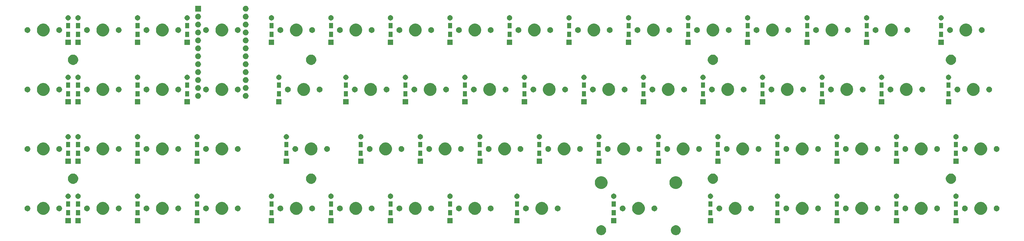
<source format=gbr>
G04 #@! TF.GenerationSoftware,KiCad,Pcbnew,(5.1.4)-1*
G04 #@! TF.CreationDate,2020-04-28T19:53:15-05:00*
G04 #@! TF.ProjectId,AugioS,41756769-6f53-42e6-9b69-6361645f7063,rev?*
G04 #@! TF.SameCoordinates,Original*
G04 #@! TF.FileFunction,Soldermask,Top*
G04 #@! TF.FilePolarity,Negative*
%FSLAX46Y46*%
G04 Gerber Fmt 4.6, Leading zero omitted, Abs format (unit mm)*
G04 Created by KiCad (PCBNEW (5.1.4)-1) date 2020-04-28 19:53:15*
%MOMM*%
%LPD*%
G04 APERTURE LIST*
%ADD10C,0.100000*%
G04 APERTURE END LIST*
D10*
G36*
X185434911Y-161839276D02*
G01*
X185553637Y-161888454D01*
X185721541Y-161958002D01*
X185721542Y-161958003D01*
X185979504Y-162130367D01*
X186198883Y-162349746D01*
X186314053Y-162522111D01*
X186371248Y-162607709D01*
X186489974Y-162894340D01*
X186550500Y-163198625D01*
X186550500Y-163508875D01*
X186489974Y-163813160D01*
X186371248Y-164099791D01*
X186371247Y-164099792D01*
X186198883Y-164357754D01*
X185979504Y-164577133D01*
X185807139Y-164692303D01*
X185721541Y-164749498D01*
X185553637Y-164819046D01*
X185434911Y-164868224D01*
X185130625Y-164928750D01*
X184820375Y-164928750D01*
X184516089Y-164868224D01*
X184397363Y-164819046D01*
X184229459Y-164749498D01*
X184143861Y-164692303D01*
X183971496Y-164577133D01*
X183752117Y-164357754D01*
X183579753Y-164099792D01*
X183579752Y-164099791D01*
X183461026Y-163813160D01*
X183400500Y-163508875D01*
X183400500Y-163198625D01*
X183461026Y-162894340D01*
X183579752Y-162607709D01*
X183636947Y-162522111D01*
X183752117Y-162349746D01*
X183971496Y-162130367D01*
X184229458Y-161958003D01*
X184229459Y-161958002D01*
X184397363Y-161888454D01*
X184516089Y-161839276D01*
X184820375Y-161778750D01*
X185130625Y-161778750D01*
X185434911Y-161839276D01*
X185434911Y-161839276D01*
G37*
G36*
X161558911Y-161839276D02*
G01*
X161677637Y-161888454D01*
X161845541Y-161958002D01*
X161845542Y-161958003D01*
X162103504Y-162130367D01*
X162322883Y-162349746D01*
X162438053Y-162522111D01*
X162495248Y-162607709D01*
X162613974Y-162894340D01*
X162674500Y-163198625D01*
X162674500Y-163508875D01*
X162613974Y-163813160D01*
X162495248Y-164099791D01*
X162495247Y-164099792D01*
X162322883Y-164357754D01*
X162103504Y-164577133D01*
X161931139Y-164692303D01*
X161845541Y-164749498D01*
X161677637Y-164819046D01*
X161558911Y-164868224D01*
X161254625Y-164928750D01*
X160944375Y-164928750D01*
X160640089Y-164868224D01*
X160521363Y-164819046D01*
X160353459Y-164749498D01*
X160267861Y-164692303D01*
X160095496Y-164577133D01*
X159876117Y-164357754D01*
X159703753Y-164099792D01*
X159703752Y-164099791D01*
X159585026Y-163813160D01*
X159524500Y-163508875D01*
X159524500Y-163198625D01*
X159585026Y-162894340D01*
X159703752Y-162607709D01*
X159760947Y-162522111D01*
X159876117Y-162349746D01*
X160095496Y-162130367D01*
X160353458Y-161958003D01*
X160353459Y-161958002D01*
X160521363Y-161888454D01*
X160640089Y-161839276D01*
X160944375Y-161778750D01*
X161254625Y-161778750D01*
X161558911Y-161839276D01*
X161558911Y-161839276D01*
G37*
G36*
X165951000Y-161119750D02*
G01*
X164249000Y-161119750D01*
X164249000Y-159417750D01*
X165951000Y-159417750D01*
X165951000Y-161119750D01*
X165951000Y-161119750D01*
G37*
G36*
X134994750Y-161119750D02*
G01*
X133292750Y-161119750D01*
X133292750Y-159417750D01*
X134994750Y-159417750D01*
X134994750Y-161119750D01*
X134994750Y-161119750D01*
G37*
G36*
X-8674000Y-161119750D02*
G01*
X-10376000Y-161119750D01*
X-10376000Y-159417750D01*
X-8674000Y-159417750D01*
X-8674000Y-161119750D01*
X-8674000Y-161119750D01*
G37*
G36*
X94513500Y-161119750D02*
G01*
X92811500Y-161119750D01*
X92811500Y-159417750D01*
X94513500Y-159417750D01*
X94513500Y-161119750D01*
X94513500Y-161119750D01*
G37*
G36*
X56413500Y-161119750D02*
G01*
X54711500Y-161119750D01*
X54711500Y-159417750D01*
X56413500Y-159417750D01*
X56413500Y-161119750D01*
X56413500Y-161119750D01*
G37*
G36*
X13551000Y-161119750D02*
G01*
X11849000Y-161119750D01*
X11849000Y-159417750D01*
X13551000Y-159417750D01*
X13551000Y-161119750D01*
X13551000Y-161119750D01*
G37*
G36*
X218338500Y-161119750D02*
G01*
X216636500Y-161119750D01*
X216636500Y-159417750D01*
X218338500Y-159417750D01*
X218338500Y-161119750D01*
X218338500Y-161119750D01*
G37*
G36*
X256438500Y-161119750D02*
G01*
X254736500Y-161119750D01*
X254736500Y-159417750D01*
X256438500Y-159417750D01*
X256438500Y-161119750D01*
X256438500Y-161119750D01*
G37*
G36*
X196907250Y-161119750D02*
G01*
X195205250Y-161119750D01*
X195205250Y-159417750D01*
X196907250Y-159417750D01*
X196907250Y-161119750D01*
X196907250Y-161119750D01*
G37*
G36*
X113563500Y-161119750D02*
G01*
X111861500Y-161119750D01*
X111861500Y-159417750D01*
X113563500Y-159417750D01*
X113563500Y-161119750D01*
X113563500Y-161119750D01*
G37*
G36*
X75463500Y-161119750D02*
G01*
X73761500Y-161119750D01*
X73761500Y-159417750D01*
X75463500Y-159417750D01*
X75463500Y-161119750D01*
X75463500Y-161119750D01*
G37*
G36*
X32601000Y-161119750D02*
G01*
X30899000Y-161119750D01*
X30899000Y-159417750D01*
X32601000Y-159417750D01*
X32601000Y-161119750D01*
X32601000Y-161119750D01*
G37*
G36*
X237388500Y-161119750D02*
G01*
X235686500Y-161119750D01*
X235686500Y-159417750D01*
X237388500Y-159417750D01*
X237388500Y-161119750D01*
X237388500Y-161119750D01*
G37*
G36*
X-5499000Y-161119750D02*
G01*
X-7201000Y-161119750D01*
X-7201000Y-159417750D01*
X-5499000Y-159417750D01*
X-5499000Y-161119750D01*
X-5499000Y-161119750D01*
G37*
G36*
X275488500Y-161119750D02*
G01*
X273786500Y-161119750D01*
X273786500Y-159417750D01*
X275488500Y-159417750D01*
X275488500Y-161119750D01*
X275488500Y-161119750D01*
G37*
G36*
X-8874000Y-158619750D02*
G01*
X-10176000Y-158619750D01*
X-10176000Y-156917750D01*
X-8874000Y-156917750D01*
X-8874000Y-158619750D01*
X-8874000Y-158619750D01*
G37*
G36*
X256238500Y-158619750D02*
G01*
X254936500Y-158619750D01*
X254936500Y-156917750D01*
X256238500Y-156917750D01*
X256238500Y-158619750D01*
X256238500Y-158619750D01*
G37*
G36*
X113363500Y-158619750D02*
G01*
X112061500Y-158619750D01*
X112061500Y-156917750D01*
X113363500Y-156917750D01*
X113363500Y-158619750D01*
X113363500Y-158619750D01*
G37*
G36*
X275288500Y-158619750D02*
G01*
X273986500Y-158619750D01*
X273986500Y-156917750D01*
X275288500Y-156917750D01*
X275288500Y-158619750D01*
X275288500Y-158619750D01*
G37*
G36*
X237188500Y-158619750D02*
G01*
X235886500Y-158619750D01*
X235886500Y-156917750D01*
X237188500Y-156917750D01*
X237188500Y-158619750D01*
X237188500Y-158619750D01*
G37*
G36*
X13351000Y-158619750D02*
G01*
X12049000Y-158619750D01*
X12049000Y-156917750D01*
X13351000Y-156917750D01*
X13351000Y-158619750D01*
X13351000Y-158619750D01*
G37*
G36*
X218138500Y-158619750D02*
G01*
X216836500Y-158619750D01*
X216836500Y-156917750D01*
X218138500Y-156917750D01*
X218138500Y-158619750D01*
X218138500Y-158619750D01*
G37*
G36*
X134794750Y-158619750D02*
G01*
X133492750Y-158619750D01*
X133492750Y-156917750D01*
X134794750Y-156917750D01*
X134794750Y-158619750D01*
X134794750Y-158619750D01*
G37*
G36*
X94313500Y-158619750D02*
G01*
X93011500Y-158619750D01*
X93011500Y-156917750D01*
X94313500Y-156917750D01*
X94313500Y-158619750D01*
X94313500Y-158619750D01*
G37*
G36*
X32401000Y-158619750D02*
G01*
X31099000Y-158619750D01*
X31099000Y-156917750D01*
X32401000Y-156917750D01*
X32401000Y-158619750D01*
X32401000Y-158619750D01*
G37*
G36*
X196707250Y-158619750D02*
G01*
X195405250Y-158619750D01*
X195405250Y-156917750D01*
X196707250Y-156917750D01*
X196707250Y-158619750D01*
X196707250Y-158619750D01*
G37*
G36*
X165751000Y-158619750D02*
G01*
X164449000Y-158619750D01*
X164449000Y-156917750D01*
X165751000Y-156917750D01*
X165751000Y-158619750D01*
X165751000Y-158619750D01*
G37*
G36*
X-5699000Y-158619750D02*
G01*
X-7001000Y-158619750D01*
X-7001000Y-156917750D01*
X-5699000Y-156917750D01*
X-5699000Y-158619750D01*
X-5699000Y-158619750D01*
G37*
G36*
X75263500Y-158619750D02*
G01*
X73961500Y-158619750D01*
X73961500Y-156917750D01*
X75263500Y-156917750D01*
X75263500Y-158619750D01*
X75263500Y-158619750D01*
G37*
G36*
X56213500Y-158619750D02*
G01*
X54911500Y-158619750D01*
X54911500Y-156917750D01*
X56213500Y-156917750D01*
X56213500Y-158619750D01*
X56213500Y-158619750D01*
G37*
G36*
X283171474Y-154402434D02*
G01*
X283389474Y-154492733D01*
X283543623Y-154556583D01*
X283878548Y-154780373D01*
X284163377Y-155065202D01*
X284387167Y-155400127D01*
X284419562Y-155478336D01*
X284541316Y-155772276D01*
X284619900Y-156167344D01*
X284619900Y-156570156D01*
X284541316Y-156965224D01*
X284490451Y-157088022D01*
X284387167Y-157337373D01*
X284163377Y-157672298D01*
X283878548Y-157957127D01*
X283543623Y-158180917D01*
X283389474Y-158244767D01*
X283171474Y-158335066D01*
X282776406Y-158413650D01*
X282373594Y-158413650D01*
X281978526Y-158335066D01*
X281760526Y-158244767D01*
X281606377Y-158180917D01*
X281271452Y-157957127D01*
X280986623Y-157672298D01*
X280762833Y-157337373D01*
X280659549Y-157088022D01*
X280608684Y-156965224D01*
X280530100Y-156570156D01*
X280530100Y-156167344D01*
X280608684Y-155772276D01*
X280730438Y-155478336D01*
X280762833Y-155400127D01*
X280986623Y-155065202D01*
X281271452Y-154780373D01*
X281606377Y-154556583D01*
X281760526Y-154492733D01*
X281978526Y-154402434D01*
X282373594Y-154323850D01*
X282776406Y-154323850D01*
X283171474Y-154402434D01*
X283171474Y-154402434D01*
G37*
G36*
X173633974Y-154402434D02*
G01*
X173851974Y-154492733D01*
X174006123Y-154556583D01*
X174341048Y-154780373D01*
X174625877Y-155065202D01*
X174849667Y-155400127D01*
X174882062Y-155478336D01*
X175003816Y-155772276D01*
X175082400Y-156167344D01*
X175082400Y-156570156D01*
X175003816Y-156965224D01*
X174952951Y-157088022D01*
X174849667Y-157337373D01*
X174625877Y-157672298D01*
X174341048Y-157957127D01*
X174006123Y-158180917D01*
X173851974Y-158244767D01*
X173633974Y-158335066D01*
X173238906Y-158413650D01*
X172836094Y-158413650D01*
X172441026Y-158335066D01*
X172223026Y-158244767D01*
X172068877Y-158180917D01*
X171733952Y-157957127D01*
X171449123Y-157672298D01*
X171225333Y-157337373D01*
X171122049Y-157088022D01*
X171071184Y-156965224D01*
X170992600Y-156570156D01*
X170992600Y-156167344D01*
X171071184Y-155772276D01*
X171192938Y-155478336D01*
X171225333Y-155400127D01*
X171449123Y-155065202D01*
X171733952Y-154780373D01*
X172068877Y-154556583D01*
X172223026Y-154492733D01*
X172441026Y-154402434D01*
X172836094Y-154323850D01*
X173238906Y-154323850D01*
X173633974Y-154402434D01*
X173633974Y-154402434D01*
G37*
G36*
X2183974Y-154402434D02*
G01*
X2401974Y-154492733D01*
X2556123Y-154556583D01*
X2891048Y-154780373D01*
X3175877Y-155065202D01*
X3399667Y-155400127D01*
X3432062Y-155478336D01*
X3553816Y-155772276D01*
X3632400Y-156167344D01*
X3632400Y-156570156D01*
X3553816Y-156965224D01*
X3502951Y-157088022D01*
X3399667Y-157337373D01*
X3175877Y-157672298D01*
X2891048Y-157957127D01*
X2556123Y-158180917D01*
X2401974Y-158244767D01*
X2183974Y-158335066D01*
X1788906Y-158413650D01*
X1386094Y-158413650D01*
X991026Y-158335066D01*
X773026Y-158244767D01*
X618877Y-158180917D01*
X283952Y-157957127D01*
X-877Y-157672298D01*
X-224667Y-157337373D01*
X-327951Y-157088022D01*
X-378816Y-156965224D01*
X-457400Y-156570156D01*
X-457400Y-156167344D01*
X-378816Y-155772276D01*
X-257062Y-155478336D01*
X-224667Y-155400127D01*
X-877Y-155065202D01*
X283952Y-154780373D01*
X618877Y-154556583D01*
X773026Y-154492733D01*
X991026Y-154402434D01*
X1386094Y-154323850D01*
X1788906Y-154323850D01*
X2183974Y-154402434D01*
X2183974Y-154402434D01*
G37*
G36*
X-16866026Y-154402434D02*
G01*
X-16648026Y-154492733D01*
X-16493877Y-154556583D01*
X-16158952Y-154780373D01*
X-15874123Y-155065202D01*
X-15650333Y-155400127D01*
X-15617938Y-155478336D01*
X-15496184Y-155772276D01*
X-15417600Y-156167344D01*
X-15417600Y-156570156D01*
X-15496184Y-156965224D01*
X-15547049Y-157088022D01*
X-15650333Y-157337373D01*
X-15874123Y-157672298D01*
X-16158952Y-157957127D01*
X-16493877Y-158180917D01*
X-16648026Y-158244767D01*
X-16866026Y-158335066D01*
X-17261094Y-158413650D01*
X-17663906Y-158413650D01*
X-18058974Y-158335066D01*
X-18276974Y-158244767D01*
X-18431123Y-158180917D01*
X-18766048Y-157957127D01*
X-19050877Y-157672298D01*
X-19274667Y-157337373D01*
X-19377951Y-157088022D01*
X-19428816Y-156965224D01*
X-19507400Y-156570156D01*
X-19507400Y-156167344D01*
X-19428816Y-155772276D01*
X-19307062Y-155478336D01*
X-19274667Y-155400127D01*
X-19050877Y-155065202D01*
X-18766048Y-154780373D01*
X-18431123Y-154556583D01*
X-18276974Y-154492733D01*
X-18058974Y-154402434D01*
X-17663906Y-154323850D01*
X-17261094Y-154323850D01*
X-16866026Y-154402434D01*
X-16866026Y-154402434D01*
G37*
G36*
X64096474Y-154402434D02*
G01*
X64314474Y-154492733D01*
X64468623Y-154556583D01*
X64803548Y-154780373D01*
X65088377Y-155065202D01*
X65312167Y-155400127D01*
X65344562Y-155478336D01*
X65466316Y-155772276D01*
X65544900Y-156167344D01*
X65544900Y-156570156D01*
X65466316Y-156965224D01*
X65415451Y-157088022D01*
X65312167Y-157337373D01*
X65088377Y-157672298D01*
X64803548Y-157957127D01*
X64468623Y-158180917D01*
X64314474Y-158244767D01*
X64096474Y-158335066D01*
X63701406Y-158413650D01*
X63298594Y-158413650D01*
X62903526Y-158335066D01*
X62685526Y-158244767D01*
X62531377Y-158180917D01*
X62196452Y-157957127D01*
X61911623Y-157672298D01*
X61687833Y-157337373D01*
X61584549Y-157088022D01*
X61533684Y-156965224D01*
X61455100Y-156570156D01*
X61455100Y-156167344D01*
X61533684Y-155772276D01*
X61655438Y-155478336D01*
X61687833Y-155400127D01*
X61911623Y-155065202D01*
X62196452Y-154780373D01*
X62531377Y-154556583D01*
X62685526Y-154492733D01*
X62903526Y-154402434D01*
X63298594Y-154323850D01*
X63701406Y-154323850D01*
X64096474Y-154402434D01*
X64096474Y-154402434D01*
G37*
G36*
X264121474Y-154402434D02*
G01*
X264339474Y-154492733D01*
X264493623Y-154556583D01*
X264828548Y-154780373D01*
X265113377Y-155065202D01*
X265337167Y-155400127D01*
X265369562Y-155478336D01*
X265491316Y-155772276D01*
X265569900Y-156167344D01*
X265569900Y-156570156D01*
X265491316Y-156965224D01*
X265440451Y-157088022D01*
X265337167Y-157337373D01*
X265113377Y-157672298D01*
X264828548Y-157957127D01*
X264493623Y-158180917D01*
X264339474Y-158244767D01*
X264121474Y-158335066D01*
X263726406Y-158413650D01*
X263323594Y-158413650D01*
X262928526Y-158335066D01*
X262710526Y-158244767D01*
X262556377Y-158180917D01*
X262221452Y-157957127D01*
X261936623Y-157672298D01*
X261712833Y-157337373D01*
X261609549Y-157088022D01*
X261558684Y-156965224D01*
X261480100Y-156570156D01*
X261480100Y-156167344D01*
X261558684Y-155772276D01*
X261680438Y-155478336D01*
X261712833Y-155400127D01*
X261936623Y-155065202D01*
X262221452Y-154780373D01*
X262556377Y-154556583D01*
X262710526Y-154492733D01*
X262928526Y-154402434D01*
X263323594Y-154323850D01*
X263726406Y-154323850D01*
X264121474Y-154402434D01*
X264121474Y-154402434D01*
G37*
G36*
X245071474Y-154402434D02*
G01*
X245289474Y-154492733D01*
X245443623Y-154556583D01*
X245778548Y-154780373D01*
X246063377Y-155065202D01*
X246287167Y-155400127D01*
X246319562Y-155478336D01*
X246441316Y-155772276D01*
X246519900Y-156167344D01*
X246519900Y-156570156D01*
X246441316Y-156965224D01*
X246390451Y-157088022D01*
X246287167Y-157337373D01*
X246063377Y-157672298D01*
X245778548Y-157957127D01*
X245443623Y-158180917D01*
X245289474Y-158244767D01*
X245071474Y-158335066D01*
X244676406Y-158413650D01*
X244273594Y-158413650D01*
X243878526Y-158335066D01*
X243660526Y-158244767D01*
X243506377Y-158180917D01*
X243171452Y-157957127D01*
X242886623Y-157672298D01*
X242662833Y-157337373D01*
X242559549Y-157088022D01*
X242508684Y-156965224D01*
X242430100Y-156570156D01*
X242430100Y-156167344D01*
X242508684Y-155772276D01*
X242630438Y-155478336D01*
X242662833Y-155400127D01*
X242886623Y-155065202D01*
X243171452Y-154780373D01*
X243506377Y-154556583D01*
X243660526Y-154492733D01*
X243878526Y-154402434D01*
X244273594Y-154323850D01*
X244676406Y-154323850D01*
X245071474Y-154402434D01*
X245071474Y-154402434D01*
G37*
G36*
X226021474Y-154402434D02*
G01*
X226239474Y-154492733D01*
X226393623Y-154556583D01*
X226728548Y-154780373D01*
X227013377Y-155065202D01*
X227237167Y-155400127D01*
X227269562Y-155478336D01*
X227391316Y-155772276D01*
X227469900Y-156167344D01*
X227469900Y-156570156D01*
X227391316Y-156965224D01*
X227340451Y-157088022D01*
X227237167Y-157337373D01*
X227013377Y-157672298D01*
X226728548Y-157957127D01*
X226393623Y-158180917D01*
X226239474Y-158244767D01*
X226021474Y-158335066D01*
X225626406Y-158413650D01*
X225223594Y-158413650D01*
X224828526Y-158335066D01*
X224610526Y-158244767D01*
X224456377Y-158180917D01*
X224121452Y-157957127D01*
X223836623Y-157672298D01*
X223612833Y-157337373D01*
X223509549Y-157088022D01*
X223458684Y-156965224D01*
X223380100Y-156570156D01*
X223380100Y-156167344D01*
X223458684Y-155772276D01*
X223580438Y-155478336D01*
X223612833Y-155400127D01*
X223836623Y-155065202D01*
X224121452Y-154780373D01*
X224456377Y-154556583D01*
X224610526Y-154492733D01*
X224828526Y-154402434D01*
X225223594Y-154323850D01*
X225626406Y-154323850D01*
X226021474Y-154402434D01*
X226021474Y-154402434D01*
G37*
G36*
X204590224Y-154402434D02*
G01*
X204808224Y-154492733D01*
X204962373Y-154556583D01*
X205297298Y-154780373D01*
X205582127Y-155065202D01*
X205805917Y-155400127D01*
X205838312Y-155478336D01*
X205960066Y-155772276D01*
X206038650Y-156167344D01*
X206038650Y-156570156D01*
X205960066Y-156965224D01*
X205909201Y-157088022D01*
X205805917Y-157337373D01*
X205582127Y-157672298D01*
X205297298Y-157957127D01*
X204962373Y-158180917D01*
X204808224Y-158244767D01*
X204590224Y-158335066D01*
X204195156Y-158413650D01*
X203792344Y-158413650D01*
X203397276Y-158335066D01*
X203179276Y-158244767D01*
X203025127Y-158180917D01*
X202690202Y-157957127D01*
X202405373Y-157672298D01*
X202181583Y-157337373D01*
X202078299Y-157088022D01*
X202027434Y-156965224D01*
X201948850Y-156570156D01*
X201948850Y-156167344D01*
X202027434Y-155772276D01*
X202149188Y-155478336D01*
X202181583Y-155400127D01*
X202405373Y-155065202D01*
X202690202Y-154780373D01*
X203025127Y-154556583D01*
X203179276Y-154492733D01*
X203397276Y-154402434D01*
X203792344Y-154323850D01*
X204195156Y-154323850D01*
X204590224Y-154402434D01*
X204590224Y-154402434D01*
G37*
G36*
X83146474Y-154402434D02*
G01*
X83364474Y-154492733D01*
X83518623Y-154556583D01*
X83853548Y-154780373D01*
X84138377Y-155065202D01*
X84362167Y-155400127D01*
X84394562Y-155478336D01*
X84516316Y-155772276D01*
X84594900Y-156167344D01*
X84594900Y-156570156D01*
X84516316Y-156965224D01*
X84465451Y-157088022D01*
X84362167Y-157337373D01*
X84138377Y-157672298D01*
X83853548Y-157957127D01*
X83518623Y-158180917D01*
X83364474Y-158244767D01*
X83146474Y-158335066D01*
X82751406Y-158413650D01*
X82348594Y-158413650D01*
X81953526Y-158335066D01*
X81735526Y-158244767D01*
X81581377Y-158180917D01*
X81246452Y-157957127D01*
X80961623Y-157672298D01*
X80737833Y-157337373D01*
X80634549Y-157088022D01*
X80583684Y-156965224D01*
X80505100Y-156570156D01*
X80505100Y-156167344D01*
X80583684Y-155772276D01*
X80705438Y-155478336D01*
X80737833Y-155400127D01*
X80961623Y-155065202D01*
X81246452Y-154780373D01*
X81581377Y-154556583D01*
X81735526Y-154492733D01*
X81953526Y-154402434D01*
X82348594Y-154323850D01*
X82751406Y-154323850D01*
X83146474Y-154402434D01*
X83146474Y-154402434D01*
G37*
G36*
X102196474Y-154402434D02*
G01*
X102414474Y-154492733D01*
X102568623Y-154556583D01*
X102903548Y-154780373D01*
X103188377Y-155065202D01*
X103412167Y-155400127D01*
X103444562Y-155478336D01*
X103566316Y-155772276D01*
X103644900Y-156167344D01*
X103644900Y-156570156D01*
X103566316Y-156965224D01*
X103515451Y-157088022D01*
X103412167Y-157337373D01*
X103188377Y-157672298D01*
X102903548Y-157957127D01*
X102568623Y-158180917D01*
X102414474Y-158244767D01*
X102196474Y-158335066D01*
X101801406Y-158413650D01*
X101398594Y-158413650D01*
X101003526Y-158335066D01*
X100785526Y-158244767D01*
X100631377Y-158180917D01*
X100296452Y-157957127D01*
X100011623Y-157672298D01*
X99787833Y-157337373D01*
X99684549Y-157088022D01*
X99633684Y-156965224D01*
X99555100Y-156570156D01*
X99555100Y-156167344D01*
X99633684Y-155772276D01*
X99755438Y-155478336D01*
X99787833Y-155400127D01*
X100011623Y-155065202D01*
X100296452Y-154780373D01*
X100631377Y-154556583D01*
X100785526Y-154492733D01*
X101003526Y-154402434D01*
X101398594Y-154323850D01*
X101801406Y-154323850D01*
X102196474Y-154402434D01*
X102196474Y-154402434D01*
G37*
G36*
X142677724Y-154402434D02*
G01*
X142895724Y-154492733D01*
X143049873Y-154556583D01*
X143384798Y-154780373D01*
X143669627Y-155065202D01*
X143893417Y-155400127D01*
X143925812Y-155478336D01*
X144047566Y-155772276D01*
X144126150Y-156167344D01*
X144126150Y-156570156D01*
X144047566Y-156965224D01*
X143996701Y-157088022D01*
X143893417Y-157337373D01*
X143669627Y-157672298D01*
X143384798Y-157957127D01*
X143049873Y-158180917D01*
X142895724Y-158244767D01*
X142677724Y-158335066D01*
X142282656Y-158413650D01*
X141879844Y-158413650D01*
X141484776Y-158335066D01*
X141266776Y-158244767D01*
X141112627Y-158180917D01*
X140777702Y-157957127D01*
X140492873Y-157672298D01*
X140269083Y-157337373D01*
X140165799Y-157088022D01*
X140114934Y-156965224D01*
X140036350Y-156570156D01*
X140036350Y-156167344D01*
X140114934Y-155772276D01*
X140236688Y-155478336D01*
X140269083Y-155400127D01*
X140492873Y-155065202D01*
X140777702Y-154780373D01*
X141112627Y-154556583D01*
X141266776Y-154492733D01*
X141484776Y-154402434D01*
X141879844Y-154323850D01*
X142282656Y-154323850D01*
X142677724Y-154402434D01*
X142677724Y-154402434D01*
G37*
G36*
X40283974Y-154402434D02*
G01*
X40501974Y-154492733D01*
X40656123Y-154556583D01*
X40991048Y-154780373D01*
X41275877Y-155065202D01*
X41499667Y-155400127D01*
X41532062Y-155478336D01*
X41653816Y-155772276D01*
X41732400Y-156167344D01*
X41732400Y-156570156D01*
X41653816Y-156965224D01*
X41602951Y-157088022D01*
X41499667Y-157337373D01*
X41275877Y-157672298D01*
X40991048Y-157957127D01*
X40656123Y-158180917D01*
X40501974Y-158244767D01*
X40283974Y-158335066D01*
X39888906Y-158413650D01*
X39486094Y-158413650D01*
X39091026Y-158335066D01*
X38873026Y-158244767D01*
X38718877Y-158180917D01*
X38383952Y-157957127D01*
X38099123Y-157672298D01*
X37875333Y-157337373D01*
X37772049Y-157088022D01*
X37721184Y-156965224D01*
X37642600Y-156570156D01*
X37642600Y-156167344D01*
X37721184Y-155772276D01*
X37842938Y-155478336D01*
X37875333Y-155400127D01*
X38099123Y-155065202D01*
X38383952Y-154780373D01*
X38718877Y-154556583D01*
X38873026Y-154492733D01*
X39091026Y-154402434D01*
X39486094Y-154323850D01*
X39888906Y-154323850D01*
X40283974Y-154402434D01*
X40283974Y-154402434D01*
G37*
G36*
X121246474Y-154402434D02*
G01*
X121464474Y-154492733D01*
X121618623Y-154556583D01*
X121953548Y-154780373D01*
X122238377Y-155065202D01*
X122462167Y-155400127D01*
X122494562Y-155478336D01*
X122616316Y-155772276D01*
X122694900Y-156167344D01*
X122694900Y-156570156D01*
X122616316Y-156965224D01*
X122565451Y-157088022D01*
X122462167Y-157337373D01*
X122238377Y-157672298D01*
X121953548Y-157957127D01*
X121618623Y-158180917D01*
X121464474Y-158244767D01*
X121246474Y-158335066D01*
X120851406Y-158413650D01*
X120448594Y-158413650D01*
X120053526Y-158335066D01*
X119835526Y-158244767D01*
X119681377Y-158180917D01*
X119346452Y-157957127D01*
X119061623Y-157672298D01*
X118837833Y-157337373D01*
X118734549Y-157088022D01*
X118683684Y-156965224D01*
X118605100Y-156570156D01*
X118605100Y-156167344D01*
X118683684Y-155772276D01*
X118805438Y-155478336D01*
X118837833Y-155400127D01*
X119061623Y-155065202D01*
X119346452Y-154780373D01*
X119681377Y-154556583D01*
X119835526Y-154492733D01*
X120053526Y-154402434D01*
X120448594Y-154323850D01*
X120851406Y-154323850D01*
X121246474Y-154402434D01*
X121246474Y-154402434D01*
G37*
G36*
X21233974Y-154402434D02*
G01*
X21451974Y-154492733D01*
X21606123Y-154556583D01*
X21941048Y-154780373D01*
X22225877Y-155065202D01*
X22449667Y-155400127D01*
X22482062Y-155478336D01*
X22603816Y-155772276D01*
X22682400Y-156167344D01*
X22682400Y-156570156D01*
X22603816Y-156965224D01*
X22552951Y-157088022D01*
X22449667Y-157337373D01*
X22225877Y-157672298D01*
X21941048Y-157957127D01*
X21606123Y-158180917D01*
X21451974Y-158244767D01*
X21233974Y-158335066D01*
X20838906Y-158413650D01*
X20436094Y-158413650D01*
X20041026Y-158335066D01*
X19823026Y-158244767D01*
X19668877Y-158180917D01*
X19333952Y-157957127D01*
X19049123Y-157672298D01*
X18825333Y-157337373D01*
X18722049Y-157088022D01*
X18671184Y-156965224D01*
X18592600Y-156570156D01*
X18592600Y-156167344D01*
X18671184Y-155772276D01*
X18792938Y-155478336D01*
X18825333Y-155400127D01*
X19049123Y-155065202D01*
X19333952Y-154780373D01*
X19668877Y-154556583D01*
X19823026Y-154492733D01*
X20041026Y-154402434D01*
X20436094Y-154323850D01*
X20838906Y-154323850D01*
X21233974Y-154402434D01*
X21233974Y-154402434D01*
G37*
G36*
X106950104Y-155478335D02*
G01*
X107118626Y-155548139D01*
X107270291Y-155649478D01*
X107399272Y-155778459D01*
X107500611Y-155930124D01*
X107570415Y-156098646D01*
X107606000Y-156277547D01*
X107606000Y-156459953D01*
X107570415Y-156638854D01*
X107500611Y-156807376D01*
X107399272Y-156959041D01*
X107270291Y-157088022D01*
X107118626Y-157189361D01*
X106950104Y-157259165D01*
X106771203Y-157294750D01*
X106588797Y-157294750D01*
X106409896Y-157259165D01*
X106241374Y-157189361D01*
X106089709Y-157088022D01*
X105960728Y-156959041D01*
X105859389Y-156807376D01*
X105789585Y-156638854D01*
X105754000Y-156459953D01*
X105754000Y-156277547D01*
X105789585Y-156098646D01*
X105859389Y-155930124D01*
X105960728Y-155778459D01*
X106089709Y-155649478D01*
X106241374Y-155548139D01*
X106409896Y-155478335D01*
X106588797Y-155442750D01*
X106771203Y-155442750D01*
X106950104Y-155478335D01*
X106950104Y-155478335D01*
G37*
G36*
X115840104Y-155478335D02*
G01*
X116008626Y-155548139D01*
X116160291Y-155649478D01*
X116289272Y-155778459D01*
X116390611Y-155930124D01*
X116460415Y-156098646D01*
X116496000Y-156277547D01*
X116496000Y-156459953D01*
X116460415Y-156638854D01*
X116390611Y-156807376D01*
X116289272Y-156959041D01*
X116160291Y-157088022D01*
X116008626Y-157189361D01*
X115840104Y-157259165D01*
X115661203Y-157294750D01*
X115478797Y-157294750D01*
X115299896Y-157259165D01*
X115131374Y-157189361D01*
X114979709Y-157088022D01*
X114850728Y-156959041D01*
X114749389Y-156807376D01*
X114679585Y-156638854D01*
X114644000Y-156459953D01*
X114644000Y-156277547D01*
X114679585Y-156098646D01*
X114749389Y-155930124D01*
X114850728Y-155778459D01*
X114979709Y-155649478D01*
X115131374Y-155548139D01*
X115299896Y-155478335D01*
X115478797Y-155442750D01*
X115661203Y-155442750D01*
X115840104Y-155478335D01*
X115840104Y-155478335D01*
G37*
G36*
X126000104Y-155478335D02*
G01*
X126168626Y-155548139D01*
X126320291Y-155649478D01*
X126449272Y-155778459D01*
X126550611Y-155930124D01*
X126620415Y-156098646D01*
X126656000Y-156277547D01*
X126656000Y-156459953D01*
X126620415Y-156638854D01*
X126550611Y-156807376D01*
X126449272Y-156959041D01*
X126320291Y-157088022D01*
X126168626Y-157189361D01*
X126000104Y-157259165D01*
X125821203Y-157294750D01*
X125638797Y-157294750D01*
X125459896Y-157259165D01*
X125291374Y-157189361D01*
X125139709Y-157088022D01*
X125010728Y-156959041D01*
X124909389Y-156807376D01*
X124839585Y-156638854D01*
X124804000Y-156459953D01*
X124804000Y-156277547D01*
X124839585Y-156098646D01*
X124909389Y-155930124D01*
X125010728Y-155778459D01*
X125139709Y-155649478D01*
X125291374Y-155548139D01*
X125459896Y-155478335D01*
X125638797Y-155442750D01*
X125821203Y-155442750D01*
X126000104Y-155478335D01*
X126000104Y-155478335D01*
G37*
G36*
X137271354Y-155478335D02*
G01*
X137439876Y-155548139D01*
X137591541Y-155649478D01*
X137720522Y-155778459D01*
X137821861Y-155930124D01*
X137891665Y-156098646D01*
X137927250Y-156277547D01*
X137927250Y-156459953D01*
X137891665Y-156638854D01*
X137821861Y-156807376D01*
X137720522Y-156959041D01*
X137591541Y-157088022D01*
X137439876Y-157189361D01*
X137271354Y-157259165D01*
X137092453Y-157294750D01*
X136910047Y-157294750D01*
X136731146Y-157259165D01*
X136562624Y-157189361D01*
X136410959Y-157088022D01*
X136281978Y-156959041D01*
X136180639Y-156807376D01*
X136110835Y-156638854D01*
X136075250Y-156459953D01*
X136075250Y-156277547D01*
X136110835Y-156098646D01*
X136180639Y-155930124D01*
X136281978Y-155778459D01*
X136410959Y-155649478D01*
X136562624Y-155548139D01*
X136731146Y-155478335D01*
X136910047Y-155442750D01*
X137092453Y-155442750D01*
X137271354Y-155478335D01*
X137271354Y-155478335D01*
G37*
G36*
X147431354Y-155478335D02*
G01*
X147599876Y-155548139D01*
X147751541Y-155649478D01*
X147880522Y-155778459D01*
X147981861Y-155930124D01*
X148051665Y-156098646D01*
X148087250Y-156277547D01*
X148087250Y-156459953D01*
X148051665Y-156638854D01*
X147981861Y-156807376D01*
X147880522Y-156959041D01*
X147751541Y-157088022D01*
X147599876Y-157189361D01*
X147431354Y-157259165D01*
X147252453Y-157294750D01*
X147070047Y-157294750D01*
X146891146Y-157259165D01*
X146722624Y-157189361D01*
X146570959Y-157088022D01*
X146441978Y-156959041D01*
X146340639Y-156807376D01*
X146270835Y-156638854D01*
X146235250Y-156459953D01*
X146235250Y-156277547D01*
X146270835Y-156098646D01*
X146340639Y-155930124D01*
X146441978Y-155778459D01*
X146570959Y-155649478D01*
X146722624Y-155548139D01*
X146891146Y-155478335D01*
X147070047Y-155442750D01*
X147252453Y-155442750D01*
X147431354Y-155478335D01*
X147431354Y-155478335D01*
G37*
G36*
X209343854Y-155478335D02*
G01*
X209512376Y-155548139D01*
X209664041Y-155649478D01*
X209793022Y-155778459D01*
X209894361Y-155930124D01*
X209964165Y-156098646D01*
X209999750Y-156277547D01*
X209999750Y-156459953D01*
X209964165Y-156638854D01*
X209894361Y-156807376D01*
X209793022Y-156959041D01*
X209664041Y-157088022D01*
X209512376Y-157189361D01*
X209343854Y-157259165D01*
X209164953Y-157294750D01*
X208982547Y-157294750D01*
X208803646Y-157259165D01*
X208635124Y-157189361D01*
X208483459Y-157088022D01*
X208354478Y-156959041D01*
X208253139Y-156807376D01*
X208183335Y-156638854D01*
X208147750Y-156459953D01*
X208147750Y-156277547D01*
X208183335Y-156098646D01*
X208253139Y-155930124D01*
X208354478Y-155778459D01*
X208483459Y-155649478D01*
X208635124Y-155548139D01*
X208803646Y-155478335D01*
X208982547Y-155442750D01*
X209164953Y-155442750D01*
X209343854Y-155478335D01*
X209343854Y-155478335D01*
G37*
G36*
X220615104Y-155478335D02*
G01*
X220783626Y-155548139D01*
X220935291Y-155649478D01*
X221064272Y-155778459D01*
X221165611Y-155930124D01*
X221235415Y-156098646D01*
X221271000Y-156277547D01*
X221271000Y-156459953D01*
X221235415Y-156638854D01*
X221165611Y-156807376D01*
X221064272Y-156959041D01*
X220935291Y-157088022D01*
X220783626Y-157189361D01*
X220615104Y-157259165D01*
X220436203Y-157294750D01*
X220253797Y-157294750D01*
X220074896Y-157259165D01*
X219906374Y-157189361D01*
X219754709Y-157088022D01*
X219625728Y-156959041D01*
X219524389Y-156807376D01*
X219454585Y-156638854D01*
X219419000Y-156459953D01*
X219419000Y-156277547D01*
X219454585Y-156098646D01*
X219524389Y-155930124D01*
X219625728Y-155778459D01*
X219754709Y-155649478D01*
X219906374Y-155548139D01*
X220074896Y-155478335D01*
X220253797Y-155442750D01*
X220436203Y-155442750D01*
X220615104Y-155478335D01*
X220615104Y-155478335D01*
G37*
G36*
X230775104Y-155478335D02*
G01*
X230943626Y-155548139D01*
X231095291Y-155649478D01*
X231224272Y-155778459D01*
X231325611Y-155930124D01*
X231395415Y-156098646D01*
X231431000Y-156277547D01*
X231431000Y-156459953D01*
X231395415Y-156638854D01*
X231325611Y-156807376D01*
X231224272Y-156959041D01*
X231095291Y-157088022D01*
X230943626Y-157189361D01*
X230775104Y-157259165D01*
X230596203Y-157294750D01*
X230413797Y-157294750D01*
X230234896Y-157259165D01*
X230066374Y-157189361D01*
X229914709Y-157088022D01*
X229785728Y-156959041D01*
X229684389Y-156807376D01*
X229614585Y-156638854D01*
X229579000Y-156459953D01*
X229579000Y-156277547D01*
X229614585Y-156098646D01*
X229684389Y-155930124D01*
X229785728Y-155778459D01*
X229914709Y-155649478D01*
X230066374Y-155548139D01*
X230234896Y-155478335D01*
X230413797Y-155442750D01*
X230596203Y-155442750D01*
X230775104Y-155478335D01*
X230775104Y-155478335D01*
G37*
G36*
X239665104Y-155478335D02*
G01*
X239833626Y-155548139D01*
X239985291Y-155649478D01*
X240114272Y-155778459D01*
X240215611Y-155930124D01*
X240285415Y-156098646D01*
X240321000Y-156277547D01*
X240321000Y-156459953D01*
X240285415Y-156638854D01*
X240215611Y-156807376D01*
X240114272Y-156959041D01*
X239985291Y-157088022D01*
X239833626Y-157189361D01*
X239665104Y-157259165D01*
X239486203Y-157294750D01*
X239303797Y-157294750D01*
X239124896Y-157259165D01*
X238956374Y-157189361D01*
X238804709Y-157088022D01*
X238675728Y-156959041D01*
X238574389Y-156807376D01*
X238504585Y-156638854D01*
X238469000Y-156459953D01*
X238469000Y-156277547D01*
X238504585Y-156098646D01*
X238574389Y-155930124D01*
X238675728Y-155778459D01*
X238804709Y-155649478D01*
X238956374Y-155548139D01*
X239124896Y-155478335D01*
X239303797Y-155442750D01*
X239486203Y-155442750D01*
X239665104Y-155478335D01*
X239665104Y-155478335D01*
G37*
G36*
X249825104Y-155478335D02*
G01*
X249993626Y-155548139D01*
X250145291Y-155649478D01*
X250274272Y-155778459D01*
X250375611Y-155930124D01*
X250445415Y-156098646D01*
X250481000Y-156277547D01*
X250481000Y-156459953D01*
X250445415Y-156638854D01*
X250375611Y-156807376D01*
X250274272Y-156959041D01*
X250145291Y-157088022D01*
X249993626Y-157189361D01*
X249825104Y-157259165D01*
X249646203Y-157294750D01*
X249463797Y-157294750D01*
X249284896Y-157259165D01*
X249116374Y-157189361D01*
X248964709Y-157088022D01*
X248835728Y-156959041D01*
X248734389Y-156807376D01*
X248664585Y-156638854D01*
X248629000Y-156459953D01*
X248629000Y-156277547D01*
X248664585Y-156098646D01*
X248734389Y-155930124D01*
X248835728Y-155778459D01*
X248964709Y-155649478D01*
X249116374Y-155548139D01*
X249284896Y-155478335D01*
X249463797Y-155442750D01*
X249646203Y-155442750D01*
X249825104Y-155478335D01*
X249825104Y-155478335D01*
G37*
G36*
X258715104Y-155478335D02*
G01*
X258883626Y-155548139D01*
X259035291Y-155649478D01*
X259164272Y-155778459D01*
X259265611Y-155930124D01*
X259335415Y-156098646D01*
X259371000Y-156277547D01*
X259371000Y-156459953D01*
X259335415Y-156638854D01*
X259265611Y-156807376D01*
X259164272Y-156959041D01*
X259035291Y-157088022D01*
X258883626Y-157189361D01*
X258715104Y-157259165D01*
X258536203Y-157294750D01*
X258353797Y-157294750D01*
X258174896Y-157259165D01*
X258006374Y-157189361D01*
X257854709Y-157088022D01*
X257725728Y-156959041D01*
X257624389Y-156807376D01*
X257554585Y-156638854D01*
X257519000Y-156459953D01*
X257519000Y-156277547D01*
X257554585Y-156098646D01*
X257624389Y-155930124D01*
X257725728Y-155778459D01*
X257854709Y-155649478D01*
X258006374Y-155548139D01*
X258174896Y-155478335D01*
X258353797Y-155442750D01*
X258536203Y-155442750D01*
X258715104Y-155478335D01*
X258715104Y-155478335D01*
G37*
G36*
X268875104Y-155478335D02*
G01*
X269043626Y-155548139D01*
X269195291Y-155649478D01*
X269324272Y-155778459D01*
X269425611Y-155930124D01*
X269495415Y-156098646D01*
X269531000Y-156277547D01*
X269531000Y-156459953D01*
X269495415Y-156638854D01*
X269425611Y-156807376D01*
X269324272Y-156959041D01*
X269195291Y-157088022D01*
X269043626Y-157189361D01*
X268875104Y-157259165D01*
X268696203Y-157294750D01*
X268513797Y-157294750D01*
X268334896Y-157259165D01*
X268166374Y-157189361D01*
X268014709Y-157088022D01*
X267885728Y-156959041D01*
X267784389Y-156807376D01*
X267714585Y-156638854D01*
X267679000Y-156459953D01*
X267679000Y-156277547D01*
X267714585Y-156098646D01*
X267784389Y-155930124D01*
X267885728Y-155778459D01*
X268014709Y-155649478D01*
X268166374Y-155548139D01*
X268334896Y-155478335D01*
X268513797Y-155442750D01*
X268696203Y-155442750D01*
X268875104Y-155478335D01*
X268875104Y-155478335D01*
G37*
G36*
X277765104Y-155478335D02*
G01*
X277933626Y-155548139D01*
X278085291Y-155649478D01*
X278214272Y-155778459D01*
X278315611Y-155930124D01*
X278385415Y-156098646D01*
X278421000Y-156277547D01*
X278421000Y-156459953D01*
X278385415Y-156638854D01*
X278315611Y-156807376D01*
X278214272Y-156959041D01*
X278085291Y-157088022D01*
X277933626Y-157189361D01*
X277765104Y-157259165D01*
X277586203Y-157294750D01*
X277403797Y-157294750D01*
X277224896Y-157259165D01*
X277056374Y-157189361D01*
X276904709Y-157088022D01*
X276775728Y-156959041D01*
X276674389Y-156807376D01*
X276604585Y-156638854D01*
X276569000Y-156459953D01*
X276569000Y-156277547D01*
X276604585Y-156098646D01*
X276674389Y-155930124D01*
X276775728Y-155778459D01*
X276904709Y-155649478D01*
X277056374Y-155548139D01*
X277224896Y-155478335D01*
X277403797Y-155442750D01*
X277586203Y-155442750D01*
X277765104Y-155478335D01*
X277765104Y-155478335D01*
G37*
G36*
X287925104Y-155478335D02*
G01*
X288093626Y-155548139D01*
X288245291Y-155649478D01*
X288374272Y-155778459D01*
X288475611Y-155930124D01*
X288545415Y-156098646D01*
X288581000Y-156277547D01*
X288581000Y-156459953D01*
X288545415Y-156638854D01*
X288475611Y-156807376D01*
X288374272Y-156959041D01*
X288245291Y-157088022D01*
X288093626Y-157189361D01*
X287925104Y-157259165D01*
X287746203Y-157294750D01*
X287563797Y-157294750D01*
X287384896Y-157259165D01*
X287216374Y-157189361D01*
X287064709Y-157088022D01*
X286935728Y-156959041D01*
X286834389Y-156807376D01*
X286764585Y-156638854D01*
X286729000Y-156459953D01*
X286729000Y-156277547D01*
X286764585Y-156098646D01*
X286834389Y-155930124D01*
X286935728Y-155778459D01*
X287064709Y-155649478D01*
X287216374Y-155548139D01*
X287384896Y-155478335D01*
X287563797Y-155442750D01*
X287746203Y-155442750D01*
X287925104Y-155478335D01*
X287925104Y-155478335D01*
G37*
G36*
X77740104Y-155478335D02*
G01*
X77908626Y-155548139D01*
X78060291Y-155649478D01*
X78189272Y-155778459D01*
X78290611Y-155930124D01*
X78360415Y-156098646D01*
X78396000Y-156277547D01*
X78396000Y-156459953D01*
X78360415Y-156638854D01*
X78290611Y-156807376D01*
X78189272Y-156959041D01*
X78060291Y-157088022D01*
X77908626Y-157189361D01*
X77740104Y-157259165D01*
X77561203Y-157294750D01*
X77378797Y-157294750D01*
X77199896Y-157259165D01*
X77031374Y-157189361D01*
X76879709Y-157088022D01*
X76750728Y-156959041D01*
X76649389Y-156807376D01*
X76579585Y-156638854D01*
X76544000Y-156459953D01*
X76544000Y-156277547D01*
X76579585Y-156098646D01*
X76649389Y-155930124D01*
X76750728Y-155778459D01*
X76879709Y-155649478D01*
X77031374Y-155548139D01*
X77199896Y-155478335D01*
X77378797Y-155442750D01*
X77561203Y-155442750D01*
X77740104Y-155478335D01*
X77740104Y-155478335D01*
G37*
G36*
X87900104Y-155478335D02*
G01*
X88068626Y-155548139D01*
X88220291Y-155649478D01*
X88349272Y-155778459D01*
X88450611Y-155930124D01*
X88520415Y-156098646D01*
X88556000Y-156277547D01*
X88556000Y-156459953D01*
X88520415Y-156638854D01*
X88450611Y-156807376D01*
X88349272Y-156959041D01*
X88220291Y-157088022D01*
X88068626Y-157189361D01*
X87900104Y-157259165D01*
X87721203Y-157294750D01*
X87538797Y-157294750D01*
X87359896Y-157259165D01*
X87191374Y-157189361D01*
X87039709Y-157088022D01*
X86910728Y-156959041D01*
X86809389Y-156807376D01*
X86739585Y-156638854D01*
X86704000Y-156459953D01*
X86704000Y-156277547D01*
X86739585Y-156098646D01*
X86809389Y-155930124D01*
X86910728Y-155778459D01*
X87039709Y-155649478D01*
X87191374Y-155548139D01*
X87359896Y-155478335D01*
X87538797Y-155442750D01*
X87721203Y-155442750D01*
X87900104Y-155478335D01*
X87900104Y-155478335D01*
G37*
G36*
X96790104Y-155478335D02*
G01*
X96958626Y-155548139D01*
X97110291Y-155649478D01*
X97239272Y-155778459D01*
X97340611Y-155930124D01*
X97410415Y-156098646D01*
X97446000Y-156277547D01*
X97446000Y-156459953D01*
X97410415Y-156638854D01*
X97340611Y-156807376D01*
X97239272Y-156959041D01*
X97110291Y-157088022D01*
X96958626Y-157189361D01*
X96790104Y-157259165D01*
X96611203Y-157294750D01*
X96428797Y-157294750D01*
X96249896Y-157259165D01*
X96081374Y-157189361D01*
X95929709Y-157088022D01*
X95800728Y-156959041D01*
X95699389Y-156807376D01*
X95629585Y-156638854D01*
X95594000Y-156459953D01*
X95594000Y-156277547D01*
X95629585Y-156098646D01*
X95699389Y-155930124D01*
X95800728Y-155778459D01*
X95929709Y-155649478D01*
X96081374Y-155548139D01*
X96249896Y-155478335D01*
X96428797Y-155442750D01*
X96611203Y-155442750D01*
X96790104Y-155478335D01*
X96790104Y-155478335D01*
G37*
G36*
X-12112396Y-155478335D02*
G01*
X-11943874Y-155548139D01*
X-11792209Y-155649478D01*
X-11663228Y-155778459D01*
X-11561889Y-155930124D01*
X-11492085Y-156098646D01*
X-11456500Y-156277547D01*
X-11456500Y-156459953D01*
X-11492085Y-156638854D01*
X-11561889Y-156807376D01*
X-11663228Y-156959041D01*
X-11792209Y-157088022D01*
X-11943874Y-157189361D01*
X-12112396Y-157259165D01*
X-12291297Y-157294750D01*
X-12473703Y-157294750D01*
X-12652604Y-157259165D01*
X-12821126Y-157189361D01*
X-12972791Y-157088022D01*
X-13101772Y-156959041D01*
X-13203111Y-156807376D01*
X-13272915Y-156638854D01*
X-13308500Y-156459953D01*
X-13308500Y-156277547D01*
X-13272915Y-156098646D01*
X-13203111Y-155930124D01*
X-13101772Y-155778459D01*
X-12972791Y-155649478D01*
X-12821126Y-155548139D01*
X-12652604Y-155478335D01*
X-12473703Y-155442750D01*
X-12291297Y-155442750D01*
X-12112396Y-155478335D01*
X-12112396Y-155478335D01*
G37*
G36*
X45037604Y-155478335D02*
G01*
X45206126Y-155548139D01*
X45357791Y-155649478D01*
X45486772Y-155778459D01*
X45588111Y-155930124D01*
X45657915Y-156098646D01*
X45693500Y-156277547D01*
X45693500Y-156459953D01*
X45657915Y-156638854D01*
X45588111Y-156807376D01*
X45486772Y-156959041D01*
X45357791Y-157088022D01*
X45206126Y-157189361D01*
X45037604Y-157259165D01*
X44858703Y-157294750D01*
X44676297Y-157294750D01*
X44497396Y-157259165D01*
X44328874Y-157189361D01*
X44177209Y-157088022D01*
X44048228Y-156959041D01*
X43946889Y-156807376D01*
X43877085Y-156638854D01*
X43841500Y-156459953D01*
X43841500Y-156277547D01*
X43877085Y-156098646D01*
X43946889Y-155930124D01*
X44048228Y-155778459D01*
X44177209Y-155649478D01*
X44328874Y-155548139D01*
X44497396Y-155478335D01*
X44676297Y-155442750D01*
X44858703Y-155442750D01*
X45037604Y-155478335D01*
X45037604Y-155478335D01*
G37*
G36*
X34877604Y-155478335D02*
G01*
X35046126Y-155548139D01*
X35197791Y-155649478D01*
X35326772Y-155778459D01*
X35428111Y-155930124D01*
X35497915Y-156098646D01*
X35533500Y-156277547D01*
X35533500Y-156459953D01*
X35497915Y-156638854D01*
X35428111Y-156807376D01*
X35326772Y-156959041D01*
X35197791Y-157088022D01*
X35046126Y-157189361D01*
X34877604Y-157259165D01*
X34698703Y-157294750D01*
X34516297Y-157294750D01*
X34337396Y-157259165D01*
X34168874Y-157189361D01*
X34017209Y-157088022D01*
X33888228Y-156959041D01*
X33786889Y-156807376D01*
X33717085Y-156638854D01*
X33681500Y-156459953D01*
X33681500Y-156277547D01*
X33717085Y-156098646D01*
X33786889Y-155930124D01*
X33888228Y-155778459D01*
X34017209Y-155649478D01*
X34168874Y-155548139D01*
X34337396Y-155478335D01*
X34516297Y-155442750D01*
X34698703Y-155442750D01*
X34877604Y-155478335D01*
X34877604Y-155478335D01*
G37*
G36*
X-3222396Y-155478335D02*
G01*
X-3053874Y-155548139D01*
X-2902209Y-155649478D01*
X-2773228Y-155778459D01*
X-2671889Y-155930124D01*
X-2602085Y-156098646D01*
X-2566500Y-156277547D01*
X-2566500Y-156459953D01*
X-2602085Y-156638854D01*
X-2671889Y-156807376D01*
X-2773228Y-156959041D01*
X-2902209Y-157088022D01*
X-3053874Y-157189361D01*
X-3222396Y-157259165D01*
X-3401297Y-157294750D01*
X-3583703Y-157294750D01*
X-3762604Y-157259165D01*
X-3931126Y-157189361D01*
X-4082791Y-157088022D01*
X-4211772Y-156959041D01*
X-4313111Y-156807376D01*
X-4382915Y-156638854D01*
X-4418500Y-156459953D01*
X-4418500Y-156277547D01*
X-4382915Y-156098646D01*
X-4313111Y-155930124D01*
X-4211772Y-155778459D01*
X-4082791Y-155649478D01*
X-3931126Y-155548139D01*
X-3762604Y-155478335D01*
X-3583703Y-155442750D01*
X-3401297Y-155442750D01*
X-3222396Y-155478335D01*
X-3222396Y-155478335D01*
G37*
G36*
X199183854Y-155478335D02*
G01*
X199352376Y-155548139D01*
X199504041Y-155649478D01*
X199633022Y-155778459D01*
X199734361Y-155930124D01*
X199804165Y-156098646D01*
X199839750Y-156277547D01*
X199839750Y-156459953D01*
X199804165Y-156638854D01*
X199734361Y-156807376D01*
X199633022Y-156959041D01*
X199504041Y-157088022D01*
X199352376Y-157189361D01*
X199183854Y-157259165D01*
X199004953Y-157294750D01*
X198822547Y-157294750D01*
X198643646Y-157259165D01*
X198475124Y-157189361D01*
X198323459Y-157088022D01*
X198194478Y-156959041D01*
X198093139Y-156807376D01*
X198023335Y-156638854D01*
X197987750Y-156459953D01*
X197987750Y-156277547D01*
X198023335Y-156098646D01*
X198093139Y-155930124D01*
X198194478Y-155778459D01*
X198323459Y-155649478D01*
X198475124Y-155548139D01*
X198643646Y-155478335D01*
X198822547Y-155442750D01*
X199004953Y-155442750D01*
X199183854Y-155478335D01*
X199183854Y-155478335D01*
G37*
G36*
X-22272396Y-155478335D02*
G01*
X-22103874Y-155548139D01*
X-21952209Y-155649478D01*
X-21823228Y-155778459D01*
X-21721889Y-155930124D01*
X-21652085Y-156098646D01*
X-21616500Y-156277547D01*
X-21616500Y-156459953D01*
X-21652085Y-156638854D01*
X-21721889Y-156807376D01*
X-21823228Y-156959041D01*
X-21952209Y-157088022D01*
X-22103874Y-157189361D01*
X-22272396Y-157259165D01*
X-22451297Y-157294750D01*
X-22633703Y-157294750D01*
X-22812604Y-157259165D01*
X-22981126Y-157189361D01*
X-23132791Y-157088022D01*
X-23261772Y-156959041D01*
X-23363111Y-156807376D01*
X-23432915Y-156638854D01*
X-23468500Y-156459953D01*
X-23468500Y-156277547D01*
X-23432915Y-156098646D01*
X-23363111Y-155930124D01*
X-23261772Y-155778459D01*
X-23132791Y-155649478D01*
X-22981126Y-155548139D01*
X-22812604Y-155478335D01*
X-22633703Y-155442750D01*
X-22451297Y-155442750D01*
X-22272396Y-155478335D01*
X-22272396Y-155478335D01*
G37*
G36*
X6937604Y-155478335D02*
G01*
X7106126Y-155548139D01*
X7257791Y-155649478D01*
X7386772Y-155778459D01*
X7488111Y-155930124D01*
X7557915Y-156098646D01*
X7593500Y-156277547D01*
X7593500Y-156459953D01*
X7557915Y-156638854D01*
X7488111Y-156807376D01*
X7386772Y-156959041D01*
X7257791Y-157088022D01*
X7106126Y-157189361D01*
X6937604Y-157259165D01*
X6758703Y-157294750D01*
X6576297Y-157294750D01*
X6397396Y-157259165D01*
X6228874Y-157189361D01*
X6077209Y-157088022D01*
X5948228Y-156959041D01*
X5846889Y-156807376D01*
X5777085Y-156638854D01*
X5741500Y-156459953D01*
X5741500Y-156277547D01*
X5777085Y-156098646D01*
X5846889Y-155930124D01*
X5948228Y-155778459D01*
X6077209Y-155649478D01*
X6228874Y-155548139D01*
X6397396Y-155478335D01*
X6576297Y-155442750D01*
X6758703Y-155442750D01*
X6937604Y-155478335D01*
X6937604Y-155478335D01*
G37*
G36*
X168227604Y-155478335D02*
G01*
X168396126Y-155548139D01*
X168547791Y-155649478D01*
X168676772Y-155778459D01*
X168778111Y-155930124D01*
X168847915Y-156098646D01*
X168883500Y-156277547D01*
X168883500Y-156459953D01*
X168847915Y-156638854D01*
X168778111Y-156807376D01*
X168676772Y-156959041D01*
X168547791Y-157088022D01*
X168396126Y-157189361D01*
X168227604Y-157259165D01*
X168048703Y-157294750D01*
X167866297Y-157294750D01*
X167687396Y-157259165D01*
X167518874Y-157189361D01*
X167367209Y-157088022D01*
X167238228Y-156959041D01*
X167136889Y-156807376D01*
X167067085Y-156638854D01*
X167031500Y-156459953D01*
X167031500Y-156277547D01*
X167067085Y-156098646D01*
X167136889Y-155930124D01*
X167238228Y-155778459D01*
X167367209Y-155649478D01*
X167518874Y-155548139D01*
X167687396Y-155478335D01*
X167866297Y-155442750D01*
X168048703Y-155442750D01*
X168227604Y-155478335D01*
X168227604Y-155478335D01*
G37*
G36*
X178387604Y-155478335D02*
G01*
X178556126Y-155548139D01*
X178707791Y-155649478D01*
X178836772Y-155778459D01*
X178938111Y-155930124D01*
X179007915Y-156098646D01*
X179043500Y-156277547D01*
X179043500Y-156459953D01*
X179007915Y-156638854D01*
X178938111Y-156807376D01*
X178836772Y-156959041D01*
X178707791Y-157088022D01*
X178556126Y-157189361D01*
X178387604Y-157259165D01*
X178208703Y-157294750D01*
X178026297Y-157294750D01*
X177847396Y-157259165D01*
X177678874Y-157189361D01*
X177527209Y-157088022D01*
X177398228Y-156959041D01*
X177296889Y-156807376D01*
X177227085Y-156638854D01*
X177191500Y-156459953D01*
X177191500Y-156277547D01*
X177227085Y-156098646D01*
X177296889Y-155930124D01*
X177398228Y-155778459D01*
X177527209Y-155649478D01*
X177678874Y-155548139D01*
X177847396Y-155478335D01*
X178026297Y-155442750D01*
X178208703Y-155442750D01*
X178387604Y-155478335D01*
X178387604Y-155478335D01*
G37*
G36*
X15827604Y-155478335D02*
G01*
X15996126Y-155548139D01*
X16147791Y-155649478D01*
X16276772Y-155778459D01*
X16378111Y-155930124D01*
X16447915Y-156098646D01*
X16483500Y-156277547D01*
X16483500Y-156459953D01*
X16447915Y-156638854D01*
X16378111Y-156807376D01*
X16276772Y-156959041D01*
X16147791Y-157088022D01*
X15996126Y-157189361D01*
X15827604Y-157259165D01*
X15648703Y-157294750D01*
X15466297Y-157294750D01*
X15287396Y-157259165D01*
X15118874Y-157189361D01*
X14967209Y-157088022D01*
X14838228Y-156959041D01*
X14736889Y-156807376D01*
X14667085Y-156638854D01*
X14631500Y-156459953D01*
X14631500Y-156277547D01*
X14667085Y-156098646D01*
X14736889Y-155930124D01*
X14838228Y-155778459D01*
X14967209Y-155649478D01*
X15118874Y-155548139D01*
X15287396Y-155478335D01*
X15466297Y-155442750D01*
X15648703Y-155442750D01*
X15827604Y-155478335D01*
X15827604Y-155478335D01*
G37*
G36*
X58690104Y-155478335D02*
G01*
X58858626Y-155548139D01*
X59010291Y-155649478D01*
X59139272Y-155778459D01*
X59240611Y-155930124D01*
X59310415Y-156098646D01*
X59346000Y-156277547D01*
X59346000Y-156459953D01*
X59310415Y-156638854D01*
X59240611Y-156807376D01*
X59139272Y-156959041D01*
X59010291Y-157088022D01*
X58858626Y-157189361D01*
X58690104Y-157259165D01*
X58511203Y-157294750D01*
X58328797Y-157294750D01*
X58149896Y-157259165D01*
X57981374Y-157189361D01*
X57829709Y-157088022D01*
X57700728Y-156959041D01*
X57599389Y-156807376D01*
X57529585Y-156638854D01*
X57494000Y-156459953D01*
X57494000Y-156277547D01*
X57529585Y-156098646D01*
X57599389Y-155930124D01*
X57700728Y-155778459D01*
X57829709Y-155649478D01*
X57981374Y-155548139D01*
X58149896Y-155478335D01*
X58328797Y-155442750D01*
X58511203Y-155442750D01*
X58690104Y-155478335D01*
X58690104Y-155478335D01*
G37*
G36*
X68850104Y-155478335D02*
G01*
X69018626Y-155548139D01*
X69170291Y-155649478D01*
X69299272Y-155778459D01*
X69400611Y-155930124D01*
X69470415Y-156098646D01*
X69506000Y-156277547D01*
X69506000Y-156459953D01*
X69470415Y-156638854D01*
X69400611Y-156807376D01*
X69299272Y-156959041D01*
X69170291Y-157088022D01*
X69018626Y-157189361D01*
X68850104Y-157259165D01*
X68671203Y-157294750D01*
X68488797Y-157294750D01*
X68309896Y-157259165D01*
X68141374Y-157189361D01*
X67989709Y-157088022D01*
X67860728Y-156959041D01*
X67759389Y-156807376D01*
X67689585Y-156638854D01*
X67654000Y-156459953D01*
X67654000Y-156277547D01*
X67689585Y-156098646D01*
X67759389Y-155930124D01*
X67860728Y-155778459D01*
X67989709Y-155649478D01*
X68141374Y-155548139D01*
X68309896Y-155478335D01*
X68488797Y-155442750D01*
X68671203Y-155442750D01*
X68850104Y-155478335D01*
X68850104Y-155478335D01*
G37*
G36*
X25987604Y-155478335D02*
G01*
X26156126Y-155548139D01*
X26307791Y-155649478D01*
X26436772Y-155778459D01*
X26538111Y-155930124D01*
X26607915Y-156098646D01*
X26643500Y-156277547D01*
X26643500Y-156459953D01*
X26607915Y-156638854D01*
X26538111Y-156807376D01*
X26436772Y-156959041D01*
X26307791Y-157088022D01*
X26156126Y-157189361D01*
X25987604Y-157259165D01*
X25808703Y-157294750D01*
X25626297Y-157294750D01*
X25447396Y-157259165D01*
X25278874Y-157189361D01*
X25127209Y-157088022D01*
X24998228Y-156959041D01*
X24896889Y-156807376D01*
X24827085Y-156638854D01*
X24791500Y-156459953D01*
X24791500Y-156277547D01*
X24827085Y-156098646D01*
X24896889Y-155930124D01*
X24998228Y-155778459D01*
X25127209Y-155649478D01*
X25278874Y-155548139D01*
X25447396Y-155478335D01*
X25626297Y-155442750D01*
X25808703Y-155442750D01*
X25987604Y-155478335D01*
X25987604Y-155478335D01*
G37*
G36*
X134794750Y-155819750D02*
G01*
X133492750Y-155819750D01*
X133492750Y-154117750D01*
X134794750Y-154117750D01*
X134794750Y-155819750D01*
X134794750Y-155819750D01*
G37*
G36*
X218138500Y-155819750D02*
G01*
X216836500Y-155819750D01*
X216836500Y-154117750D01*
X218138500Y-154117750D01*
X218138500Y-155819750D01*
X218138500Y-155819750D01*
G37*
G36*
X275288500Y-155819750D02*
G01*
X273986500Y-155819750D01*
X273986500Y-154117750D01*
X275288500Y-154117750D01*
X275288500Y-155819750D01*
X275288500Y-155819750D01*
G37*
G36*
X94313500Y-155819750D02*
G01*
X93011500Y-155819750D01*
X93011500Y-154117750D01*
X94313500Y-154117750D01*
X94313500Y-155819750D01*
X94313500Y-155819750D01*
G37*
G36*
X56213500Y-155819750D02*
G01*
X54911500Y-155819750D01*
X54911500Y-154117750D01*
X56213500Y-154117750D01*
X56213500Y-155819750D01*
X56213500Y-155819750D01*
G37*
G36*
X237188500Y-155819750D02*
G01*
X235886500Y-155819750D01*
X235886500Y-154117750D01*
X237188500Y-154117750D01*
X237188500Y-155819750D01*
X237188500Y-155819750D01*
G37*
G36*
X196707250Y-155819750D02*
G01*
X195405250Y-155819750D01*
X195405250Y-154117750D01*
X196707250Y-154117750D01*
X196707250Y-155819750D01*
X196707250Y-155819750D01*
G37*
G36*
X113363500Y-155819750D02*
G01*
X112061500Y-155819750D01*
X112061500Y-154117750D01*
X113363500Y-154117750D01*
X113363500Y-155819750D01*
X113363500Y-155819750D01*
G37*
G36*
X75263500Y-155819750D02*
G01*
X73961500Y-155819750D01*
X73961500Y-154117750D01*
X75263500Y-154117750D01*
X75263500Y-155819750D01*
X75263500Y-155819750D01*
G37*
G36*
X-5699000Y-155819750D02*
G01*
X-7001000Y-155819750D01*
X-7001000Y-154117750D01*
X-5699000Y-154117750D01*
X-5699000Y-155819750D01*
X-5699000Y-155819750D01*
G37*
G36*
X256238500Y-155819750D02*
G01*
X254936500Y-155819750D01*
X254936500Y-154117750D01*
X256238500Y-154117750D01*
X256238500Y-155819750D01*
X256238500Y-155819750D01*
G37*
G36*
X32401000Y-155819750D02*
G01*
X31099000Y-155819750D01*
X31099000Y-154117750D01*
X32401000Y-154117750D01*
X32401000Y-155819750D01*
X32401000Y-155819750D01*
G37*
G36*
X-8874000Y-155819750D02*
G01*
X-10176000Y-155819750D01*
X-10176000Y-154117750D01*
X-8874000Y-154117750D01*
X-8874000Y-155819750D01*
X-8874000Y-155819750D01*
G37*
G36*
X165751000Y-155819750D02*
G01*
X164449000Y-155819750D01*
X164449000Y-154117750D01*
X165751000Y-154117750D01*
X165751000Y-155819750D01*
X165751000Y-155819750D01*
G37*
G36*
X13351000Y-155819750D02*
G01*
X12049000Y-155819750D01*
X12049000Y-154117750D01*
X13351000Y-154117750D01*
X13351000Y-155819750D01*
X13351000Y-155819750D01*
G37*
G36*
X55810728Y-151650453D02*
G01*
X55965600Y-151714603D01*
X56104981Y-151807735D01*
X56223515Y-151926269D01*
X56316647Y-152065650D01*
X56380797Y-152220522D01*
X56413500Y-152384934D01*
X56413500Y-152552566D01*
X56380797Y-152716978D01*
X56316647Y-152871850D01*
X56223515Y-153011231D01*
X56104981Y-153129765D01*
X55965600Y-153222897D01*
X55810728Y-153287047D01*
X55646316Y-153319750D01*
X55478684Y-153319750D01*
X55314272Y-153287047D01*
X55159400Y-153222897D01*
X55020019Y-153129765D01*
X54901485Y-153011231D01*
X54808353Y-152871850D01*
X54744203Y-152716978D01*
X54711500Y-152552566D01*
X54711500Y-152384934D01*
X54744203Y-152220522D01*
X54808353Y-152065650D01*
X54901485Y-151926269D01*
X55020019Y-151807735D01*
X55159400Y-151714603D01*
X55314272Y-151650453D01*
X55478684Y-151617750D01*
X55646316Y-151617750D01*
X55810728Y-151650453D01*
X55810728Y-151650453D01*
G37*
G36*
X-6101772Y-151650453D02*
G01*
X-5946900Y-151714603D01*
X-5807519Y-151807735D01*
X-5688985Y-151926269D01*
X-5595853Y-152065650D01*
X-5531703Y-152220522D01*
X-5499000Y-152384934D01*
X-5499000Y-152552566D01*
X-5531703Y-152716978D01*
X-5595853Y-152871850D01*
X-5688985Y-153011231D01*
X-5807519Y-153129765D01*
X-5946900Y-153222897D01*
X-6101772Y-153287047D01*
X-6266184Y-153319750D01*
X-6433816Y-153319750D01*
X-6598228Y-153287047D01*
X-6753100Y-153222897D01*
X-6892481Y-153129765D01*
X-7011015Y-153011231D01*
X-7104147Y-152871850D01*
X-7168297Y-152716978D01*
X-7201000Y-152552566D01*
X-7201000Y-152384934D01*
X-7168297Y-152220522D01*
X-7104147Y-152065650D01*
X-7011015Y-151926269D01*
X-6892481Y-151807735D01*
X-6753100Y-151714603D01*
X-6598228Y-151650453D01*
X-6433816Y-151617750D01*
X-6266184Y-151617750D01*
X-6101772Y-151650453D01*
X-6101772Y-151650453D01*
G37*
G36*
X31998228Y-151650453D02*
G01*
X32153100Y-151714603D01*
X32292481Y-151807735D01*
X32411015Y-151926269D01*
X32504147Y-152065650D01*
X32568297Y-152220522D01*
X32601000Y-152384934D01*
X32601000Y-152552566D01*
X32568297Y-152716978D01*
X32504147Y-152871850D01*
X32411015Y-153011231D01*
X32292481Y-153129765D01*
X32153100Y-153222897D01*
X31998228Y-153287047D01*
X31833816Y-153319750D01*
X31666184Y-153319750D01*
X31501772Y-153287047D01*
X31346900Y-153222897D01*
X31207519Y-153129765D01*
X31088985Y-153011231D01*
X30995853Y-152871850D01*
X30931703Y-152716978D01*
X30899000Y-152552566D01*
X30899000Y-152384934D01*
X30931703Y-152220522D01*
X30995853Y-152065650D01*
X31088985Y-151926269D01*
X31207519Y-151807735D01*
X31346900Y-151714603D01*
X31501772Y-151650453D01*
X31666184Y-151617750D01*
X31833816Y-151617750D01*
X31998228Y-151650453D01*
X31998228Y-151650453D01*
G37*
G36*
X-9276772Y-151650453D02*
G01*
X-9121900Y-151714603D01*
X-8982519Y-151807735D01*
X-8863985Y-151926269D01*
X-8770853Y-152065650D01*
X-8706703Y-152220522D01*
X-8674000Y-152384934D01*
X-8674000Y-152552566D01*
X-8706703Y-152716978D01*
X-8770853Y-152871850D01*
X-8863985Y-153011231D01*
X-8982519Y-153129765D01*
X-9121900Y-153222897D01*
X-9276772Y-153287047D01*
X-9441184Y-153319750D01*
X-9608816Y-153319750D01*
X-9773228Y-153287047D01*
X-9928100Y-153222897D01*
X-10067481Y-153129765D01*
X-10186015Y-153011231D01*
X-10279147Y-152871850D01*
X-10343297Y-152716978D01*
X-10376000Y-152552566D01*
X-10376000Y-152384934D01*
X-10343297Y-152220522D01*
X-10279147Y-152065650D01*
X-10186015Y-151926269D01*
X-10067481Y-151807735D01*
X-9928100Y-151714603D01*
X-9773228Y-151650453D01*
X-9608816Y-151617750D01*
X-9441184Y-151617750D01*
X-9276772Y-151650453D01*
X-9276772Y-151650453D01*
G37*
G36*
X12948228Y-151650453D02*
G01*
X13103100Y-151714603D01*
X13242481Y-151807735D01*
X13361015Y-151926269D01*
X13454147Y-152065650D01*
X13518297Y-152220522D01*
X13551000Y-152384934D01*
X13551000Y-152552566D01*
X13518297Y-152716978D01*
X13454147Y-152871850D01*
X13361015Y-153011231D01*
X13242481Y-153129765D01*
X13103100Y-153222897D01*
X12948228Y-153287047D01*
X12783816Y-153319750D01*
X12616184Y-153319750D01*
X12451772Y-153287047D01*
X12296900Y-153222897D01*
X12157519Y-153129765D01*
X12038985Y-153011231D01*
X11945853Y-152871850D01*
X11881703Y-152716978D01*
X11849000Y-152552566D01*
X11849000Y-152384934D01*
X11881703Y-152220522D01*
X11945853Y-152065650D01*
X12038985Y-151926269D01*
X12157519Y-151807735D01*
X12296900Y-151714603D01*
X12451772Y-151650453D01*
X12616184Y-151617750D01*
X12783816Y-151617750D01*
X12948228Y-151650453D01*
X12948228Y-151650453D01*
G37*
G36*
X74860728Y-151650453D02*
G01*
X75015600Y-151714603D01*
X75154981Y-151807735D01*
X75273515Y-151926269D01*
X75366647Y-152065650D01*
X75430797Y-152220522D01*
X75463500Y-152384934D01*
X75463500Y-152552566D01*
X75430797Y-152716978D01*
X75366647Y-152871850D01*
X75273515Y-153011231D01*
X75154981Y-153129765D01*
X75015600Y-153222897D01*
X74860728Y-153287047D01*
X74696316Y-153319750D01*
X74528684Y-153319750D01*
X74364272Y-153287047D01*
X74209400Y-153222897D01*
X74070019Y-153129765D01*
X73951485Y-153011231D01*
X73858353Y-152871850D01*
X73794203Y-152716978D01*
X73761500Y-152552566D01*
X73761500Y-152384934D01*
X73794203Y-152220522D01*
X73858353Y-152065650D01*
X73951485Y-151926269D01*
X74070019Y-151807735D01*
X74209400Y-151714603D01*
X74364272Y-151650453D01*
X74528684Y-151617750D01*
X74696316Y-151617750D01*
X74860728Y-151650453D01*
X74860728Y-151650453D01*
G37*
G36*
X93910728Y-151650453D02*
G01*
X94065600Y-151714603D01*
X94204981Y-151807735D01*
X94323515Y-151926269D01*
X94416647Y-152065650D01*
X94480797Y-152220522D01*
X94513500Y-152384934D01*
X94513500Y-152552566D01*
X94480797Y-152716978D01*
X94416647Y-152871850D01*
X94323515Y-153011231D01*
X94204981Y-153129765D01*
X94065600Y-153222897D01*
X93910728Y-153287047D01*
X93746316Y-153319750D01*
X93578684Y-153319750D01*
X93414272Y-153287047D01*
X93259400Y-153222897D01*
X93120019Y-153129765D01*
X93001485Y-153011231D01*
X92908353Y-152871850D01*
X92844203Y-152716978D01*
X92811500Y-152552566D01*
X92811500Y-152384934D01*
X92844203Y-152220522D01*
X92908353Y-152065650D01*
X93001485Y-151926269D01*
X93120019Y-151807735D01*
X93259400Y-151714603D01*
X93414272Y-151650453D01*
X93578684Y-151617750D01*
X93746316Y-151617750D01*
X93910728Y-151650453D01*
X93910728Y-151650453D01*
G37*
G36*
X134391978Y-151650453D02*
G01*
X134546850Y-151714603D01*
X134686231Y-151807735D01*
X134804765Y-151926269D01*
X134897897Y-152065650D01*
X134962047Y-152220522D01*
X134994750Y-152384934D01*
X134994750Y-152552566D01*
X134962047Y-152716978D01*
X134897897Y-152871850D01*
X134804765Y-153011231D01*
X134686231Y-153129765D01*
X134546850Y-153222897D01*
X134391978Y-153287047D01*
X134227566Y-153319750D01*
X134059934Y-153319750D01*
X133895522Y-153287047D01*
X133740650Y-153222897D01*
X133601269Y-153129765D01*
X133482735Y-153011231D01*
X133389603Y-152871850D01*
X133325453Y-152716978D01*
X133292750Y-152552566D01*
X133292750Y-152384934D01*
X133325453Y-152220522D01*
X133389603Y-152065650D01*
X133482735Y-151926269D01*
X133601269Y-151807735D01*
X133740650Y-151714603D01*
X133895522Y-151650453D01*
X134059934Y-151617750D01*
X134227566Y-151617750D01*
X134391978Y-151650453D01*
X134391978Y-151650453D01*
G37*
G36*
X165348228Y-151650453D02*
G01*
X165503100Y-151714603D01*
X165642481Y-151807735D01*
X165761015Y-151926269D01*
X165854147Y-152065650D01*
X165918297Y-152220522D01*
X165951000Y-152384934D01*
X165951000Y-152552566D01*
X165918297Y-152716978D01*
X165854147Y-152871850D01*
X165761015Y-153011231D01*
X165642481Y-153129765D01*
X165503100Y-153222897D01*
X165348228Y-153287047D01*
X165183816Y-153319750D01*
X165016184Y-153319750D01*
X164851772Y-153287047D01*
X164696900Y-153222897D01*
X164557519Y-153129765D01*
X164438985Y-153011231D01*
X164345853Y-152871850D01*
X164281703Y-152716978D01*
X164249000Y-152552566D01*
X164249000Y-152384934D01*
X164281703Y-152220522D01*
X164345853Y-152065650D01*
X164438985Y-151926269D01*
X164557519Y-151807735D01*
X164696900Y-151714603D01*
X164851772Y-151650453D01*
X165016184Y-151617750D01*
X165183816Y-151617750D01*
X165348228Y-151650453D01*
X165348228Y-151650453D01*
G37*
G36*
X196304478Y-151650453D02*
G01*
X196459350Y-151714603D01*
X196598731Y-151807735D01*
X196717265Y-151926269D01*
X196810397Y-152065650D01*
X196874547Y-152220522D01*
X196907250Y-152384934D01*
X196907250Y-152552566D01*
X196874547Y-152716978D01*
X196810397Y-152871850D01*
X196717265Y-153011231D01*
X196598731Y-153129765D01*
X196459350Y-153222897D01*
X196304478Y-153287047D01*
X196140066Y-153319750D01*
X195972434Y-153319750D01*
X195808022Y-153287047D01*
X195653150Y-153222897D01*
X195513769Y-153129765D01*
X195395235Y-153011231D01*
X195302103Y-152871850D01*
X195237953Y-152716978D01*
X195205250Y-152552566D01*
X195205250Y-152384934D01*
X195237953Y-152220522D01*
X195302103Y-152065650D01*
X195395235Y-151926269D01*
X195513769Y-151807735D01*
X195653150Y-151714603D01*
X195808022Y-151650453D01*
X195972434Y-151617750D01*
X196140066Y-151617750D01*
X196304478Y-151650453D01*
X196304478Y-151650453D01*
G37*
G36*
X236785728Y-151650453D02*
G01*
X236940600Y-151714603D01*
X237079981Y-151807735D01*
X237198515Y-151926269D01*
X237291647Y-152065650D01*
X237355797Y-152220522D01*
X237388500Y-152384934D01*
X237388500Y-152552566D01*
X237355797Y-152716978D01*
X237291647Y-152871850D01*
X237198515Y-153011231D01*
X237079981Y-153129765D01*
X236940600Y-153222897D01*
X236785728Y-153287047D01*
X236621316Y-153319750D01*
X236453684Y-153319750D01*
X236289272Y-153287047D01*
X236134400Y-153222897D01*
X235995019Y-153129765D01*
X235876485Y-153011231D01*
X235783353Y-152871850D01*
X235719203Y-152716978D01*
X235686500Y-152552566D01*
X235686500Y-152384934D01*
X235719203Y-152220522D01*
X235783353Y-152065650D01*
X235876485Y-151926269D01*
X235995019Y-151807735D01*
X236134400Y-151714603D01*
X236289272Y-151650453D01*
X236453684Y-151617750D01*
X236621316Y-151617750D01*
X236785728Y-151650453D01*
X236785728Y-151650453D01*
G37*
G36*
X255835728Y-151650453D02*
G01*
X255990600Y-151714603D01*
X256129981Y-151807735D01*
X256248515Y-151926269D01*
X256341647Y-152065650D01*
X256405797Y-152220522D01*
X256438500Y-152384934D01*
X256438500Y-152552566D01*
X256405797Y-152716978D01*
X256341647Y-152871850D01*
X256248515Y-153011231D01*
X256129981Y-153129765D01*
X255990600Y-153222897D01*
X255835728Y-153287047D01*
X255671316Y-153319750D01*
X255503684Y-153319750D01*
X255339272Y-153287047D01*
X255184400Y-153222897D01*
X255045019Y-153129765D01*
X254926485Y-153011231D01*
X254833353Y-152871850D01*
X254769203Y-152716978D01*
X254736500Y-152552566D01*
X254736500Y-152384934D01*
X254769203Y-152220522D01*
X254833353Y-152065650D01*
X254926485Y-151926269D01*
X255045019Y-151807735D01*
X255184400Y-151714603D01*
X255339272Y-151650453D01*
X255503684Y-151617750D01*
X255671316Y-151617750D01*
X255835728Y-151650453D01*
X255835728Y-151650453D01*
G37*
G36*
X217735728Y-151650453D02*
G01*
X217890600Y-151714603D01*
X218029981Y-151807735D01*
X218148515Y-151926269D01*
X218241647Y-152065650D01*
X218305797Y-152220522D01*
X218338500Y-152384934D01*
X218338500Y-152552566D01*
X218305797Y-152716978D01*
X218241647Y-152871850D01*
X218148515Y-153011231D01*
X218029981Y-153129765D01*
X217890600Y-153222897D01*
X217735728Y-153287047D01*
X217571316Y-153319750D01*
X217403684Y-153319750D01*
X217239272Y-153287047D01*
X217084400Y-153222897D01*
X216945019Y-153129765D01*
X216826485Y-153011231D01*
X216733353Y-152871850D01*
X216669203Y-152716978D01*
X216636500Y-152552566D01*
X216636500Y-152384934D01*
X216669203Y-152220522D01*
X216733353Y-152065650D01*
X216826485Y-151926269D01*
X216945019Y-151807735D01*
X217084400Y-151714603D01*
X217239272Y-151650453D01*
X217403684Y-151617750D01*
X217571316Y-151617750D01*
X217735728Y-151650453D01*
X217735728Y-151650453D01*
G37*
G36*
X274885728Y-151650453D02*
G01*
X275040600Y-151714603D01*
X275179981Y-151807735D01*
X275298515Y-151926269D01*
X275391647Y-152065650D01*
X275455797Y-152220522D01*
X275488500Y-152384934D01*
X275488500Y-152552566D01*
X275455797Y-152716978D01*
X275391647Y-152871850D01*
X275298515Y-153011231D01*
X275179981Y-153129765D01*
X275040600Y-153222897D01*
X274885728Y-153287047D01*
X274721316Y-153319750D01*
X274553684Y-153319750D01*
X274389272Y-153287047D01*
X274234400Y-153222897D01*
X274095019Y-153129765D01*
X273976485Y-153011231D01*
X273883353Y-152871850D01*
X273819203Y-152716978D01*
X273786500Y-152552566D01*
X273786500Y-152384934D01*
X273819203Y-152220522D01*
X273883353Y-152065650D01*
X273976485Y-151926269D01*
X274095019Y-151807735D01*
X274234400Y-151714603D01*
X274389272Y-151650453D01*
X274553684Y-151617750D01*
X274721316Y-151617750D01*
X274885728Y-151650453D01*
X274885728Y-151650453D01*
G37*
G36*
X112960728Y-151650453D02*
G01*
X113115600Y-151714603D01*
X113254981Y-151807735D01*
X113373515Y-151926269D01*
X113466647Y-152065650D01*
X113530797Y-152220522D01*
X113563500Y-152384934D01*
X113563500Y-152552566D01*
X113530797Y-152716978D01*
X113466647Y-152871850D01*
X113373515Y-153011231D01*
X113254981Y-153129765D01*
X113115600Y-153222897D01*
X112960728Y-153287047D01*
X112796316Y-153319750D01*
X112628684Y-153319750D01*
X112464272Y-153287047D01*
X112309400Y-153222897D01*
X112170019Y-153129765D01*
X112051485Y-153011231D01*
X111958353Y-152871850D01*
X111894203Y-152716978D01*
X111861500Y-152552566D01*
X111861500Y-152384934D01*
X111894203Y-152220522D01*
X111958353Y-152065650D01*
X112051485Y-151926269D01*
X112170019Y-151807735D01*
X112309400Y-151714603D01*
X112464272Y-151650453D01*
X112628684Y-151617750D01*
X112796316Y-151617750D01*
X112960728Y-151650453D01*
X112960728Y-151650453D01*
G37*
G36*
X161695974Y-146147434D02*
G01*
X161913974Y-146237733D01*
X162068123Y-146301583D01*
X162403048Y-146525373D01*
X162687877Y-146810202D01*
X162911667Y-147145127D01*
X162911667Y-147145128D01*
X163065816Y-147517276D01*
X163144400Y-147912344D01*
X163144400Y-148315156D01*
X163065816Y-148710224D01*
X162975517Y-148928224D01*
X162911667Y-149082373D01*
X162687877Y-149417298D01*
X162403048Y-149702127D01*
X162068123Y-149925917D01*
X161913974Y-149989767D01*
X161695974Y-150080066D01*
X161300906Y-150158650D01*
X160898094Y-150158650D01*
X160503026Y-150080066D01*
X160285026Y-149989767D01*
X160130877Y-149925917D01*
X159795952Y-149702127D01*
X159511123Y-149417298D01*
X159287333Y-149082373D01*
X159223483Y-148928224D01*
X159133184Y-148710224D01*
X159054600Y-148315156D01*
X159054600Y-147912344D01*
X159133184Y-147517276D01*
X159287333Y-147145128D01*
X159287333Y-147145127D01*
X159511123Y-146810202D01*
X159795952Y-146525373D01*
X160130877Y-146301583D01*
X160285026Y-146237733D01*
X160503026Y-146147434D01*
X160898094Y-146068850D01*
X161300906Y-146068850D01*
X161695974Y-146147434D01*
X161695974Y-146147434D01*
G37*
G36*
X185571974Y-146147434D02*
G01*
X185789974Y-146237733D01*
X185944123Y-146301583D01*
X186279048Y-146525373D01*
X186563877Y-146810202D01*
X186787667Y-147145127D01*
X186787667Y-147145128D01*
X186941816Y-147517276D01*
X187020400Y-147912344D01*
X187020400Y-148315156D01*
X186941816Y-148710224D01*
X186851517Y-148928224D01*
X186787667Y-149082373D01*
X186563877Y-149417298D01*
X186279048Y-149702127D01*
X185944123Y-149925917D01*
X185789974Y-149989767D01*
X185571974Y-150080066D01*
X185176906Y-150158650D01*
X184774094Y-150158650D01*
X184379026Y-150080066D01*
X184161026Y-149989767D01*
X184006877Y-149925917D01*
X183671952Y-149702127D01*
X183387123Y-149417298D01*
X183163333Y-149082373D01*
X183099483Y-148928224D01*
X183009184Y-148710224D01*
X182930600Y-148315156D01*
X182930600Y-147912344D01*
X183009184Y-147517276D01*
X183163333Y-147145128D01*
X183163333Y-147145127D01*
X183387123Y-146810202D01*
X183671952Y-146525373D01*
X184006877Y-146301583D01*
X184161026Y-146237733D01*
X184379026Y-146147434D01*
X184774094Y-146068850D01*
X185176906Y-146068850D01*
X185571974Y-146147434D01*
X185571974Y-146147434D01*
G37*
G36*
X197225256Y-145235048D02*
G01*
X197331579Y-145256197D01*
X197632042Y-145380653D01*
X197902451Y-145561335D01*
X198132415Y-145791299D01*
X198313097Y-146061708D01*
X198412457Y-146301583D01*
X198437553Y-146362172D01*
X198501000Y-146681139D01*
X198501000Y-147006361D01*
X198473397Y-147145128D01*
X198437553Y-147325329D01*
X198313097Y-147625792D01*
X198132415Y-147896201D01*
X197902451Y-148126165D01*
X197632042Y-148306847D01*
X197632041Y-148306848D01*
X197632040Y-148306848D01*
X197544037Y-148343300D01*
X197331579Y-148431303D01*
X197225256Y-148452452D01*
X197012611Y-148494750D01*
X196687389Y-148494750D01*
X196474744Y-148452452D01*
X196368421Y-148431303D01*
X196155963Y-148343300D01*
X196067960Y-148306848D01*
X196067959Y-148306848D01*
X196067958Y-148306847D01*
X195797549Y-148126165D01*
X195567585Y-147896201D01*
X195386903Y-147625792D01*
X195262447Y-147325329D01*
X195226603Y-147145128D01*
X195199000Y-147006361D01*
X195199000Y-146681139D01*
X195262447Y-146362172D01*
X195287544Y-146301583D01*
X195386903Y-146061708D01*
X195567585Y-145791299D01*
X195797549Y-145561335D01*
X196067958Y-145380653D01*
X196368421Y-145256197D01*
X196474744Y-145235048D01*
X196687389Y-145192750D01*
X197012611Y-145192750D01*
X197225256Y-145235048D01*
X197225256Y-145235048D01*
G37*
G36*
X68637756Y-145235048D02*
G01*
X68744079Y-145256197D01*
X69044542Y-145380653D01*
X69314951Y-145561335D01*
X69544915Y-145791299D01*
X69725597Y-146061708D01*
X69824957Y-146301583D01*
X69850053Y-146362172D01*
X69913500Y-146681139D01*
X69913500Y-147006361D01*
X69885897Y-147145128D01*
X69850053Y-147325329D01*
X69725597Y-147625792D01*
X69544915Y-147896201D01*
X69314951Y-148126165D01*
X69044542Y-148306847D01*
X69044541Y-148306848D01*
X69044540Y-148306848D01*
X68956537Y-148343300D01*
X68744079Y-148431303D01*
X68637756Y-148452452D01*
X68425111Y-148494750D01*
X68099889Y-148494750D01*
X67887244Y-148452452D01*
X67780921Y-148431303D01*
X67568463Y-148343300D01*
X67480460Y-148306848D01*
X67480459Y-148306848D01*
X67480458Y-148306847D01*
X67210049Y-148126165D01*
X66980085Y-147896201D01*
X66799403Y-147625792D01*
X66674947Y-147325329D01*
X66639103Y-147145128D01*
X66611500Y-147006361D01*
X66611500Y-146681139D01*
X66674947Y-146362172D01*
X66700044Y-146301583D01*
X66799403Y-146061708D01*
X66980085Y-145791299D01*
X67210049Y-145561335D01*
X67480458Y-145380653D01*
X67780921Y-145256197D01*
X67887244Y-145235048D01*
X68099889Y-145192750D01*
X68425111Y-145192750D01*
X68637756Y-145235048D01*
X68637756Y-145235048D01*
G37*
G36*
X-7562244Y-145235048D02*
G01*
X-7455921Y-145256197D01*
X-7155458Y-145380653D01*
X-6885049Y-145561335D01*
X-6655085Y-145791299D01*
X-6474403Y-146061708D01*
X-6375043Y-146301583D01*
X-6349947Y-146362172D01*
X-6286500Y-146681139D01*
X-6286500Y-147006361D01*
X-6314103Y-147145128D01*
X-6349947Y-147325329D01*
X-6474403Y-147625792D01*
X-6655085Y-147896201D01*
X-6885049Y-148126165D01*
X-7155458Y-148306847D01*
X-7155459Y-148306848D01*
X-7155460Y-148306848D01*
X-7243463Y-148343300D01*
X-7455921Y-148431303D01*
X-7562244Y-148452452D01*
X-7774889Y-148494750D01*
X-8100111Y-148494750D01*
X-8312756Y-148452452D01*
X-8419079Y-148431303D01*
X-8631537Y-148343300D01*
X-8719540Y-148306848D01*
X-8719541Y-148306848D01*
X-8719542Y-148306847D01*
X-8989951Y-148126165D01*
X-9219915Y-147896201D01*
X-9400597Y-147625792D01*
X-9525053Y-147325329D01*
X-9560897Y-147145128D01*
X-9588500Y-147006361D01*
X-9588500Y-146681139D01*
X-9525053Y-146362172D01*
X-9499956Y-146301583D01*
X-9400597Y-146061708D01*
X-9219915Y-145791299D01*
X-8989951Y-145561335D01*
X-8719542Y-145380653D01*
X-8419079Y-145256197D01*
X-8312756Y-145235048D01*
X-8100111Y-145192750D01*
X-7774889Y-145192750D01*
X-7562244Y-145235048D01*
X-7562244Y-145235048D01*
G37*
G36*
X273425256Y-145235048D02*
G01*
X273531579Y-145256197D01*
X273832042Y-145380653D01*
X274102451Y-145561335D01*
X274332415Y-145791299D01*
X274513097Y-146061708D01*
X274612457Y-146301583D01*
X274637553Y-146362172D01*
X274701000Y-146681139D01*
X274701000Y-147006361D01*
X274673397Y-147145128D01*
X274637553Y-147325329D01*
X274513097Y-147625792D01*
X274332415Y-147896201D01*
X274102451Y-148126165D01*
X273832042Y-148306847D01*
X273832041Y-148306848D01*
X273832040Y-148306848D01*
X273744037Y-148343300D01*
X273531579Y-148431303D01*
X273425256Y-148452452D01*
X273212611Y-148494750D01*
X272887389Y-148494750D01*
X272674744Y-148452452D01*
X272568421Y-148431303D01*
X272355963Y-148343300D01*
X272267960Y-148306848D01*
X272267959Y-148306848D01*
X272267958Y-148306847D01*
X271997549Y-148126165D01*
X271767585Y-147896201D01*
X271586903Y-147625792D01*
X271462447Y-147325329D01*
X271426603Y-147145128D01*
X271399000Y-147006361D01*
X271399000Y-146681139D01*
X271462447Y-146362172D01*
X271487544Y-146301583D01*
X271586903Y-146061708D01*
X271767585Y-145791299D01*
X271997549Y-145561335D01*
X272267958Y-145380653D01*
X272568421Y-145256197D01*
X272674744Y-145235048D01*
X272887389Y-145192750D01*
X273212611Y-145192750D01*
X273425256Y-145235048D01*
X273425256Y-145235048D01*
G37*
G36*
X180238500Y-142069750D02*
G01*
X178536500Y-142069750D01*
X178536500Y-140367750D01*
X180238500Y-140367750D01*
X180238500Y-142069750D01*
X180238500Y-142069750D01*
G37*
G36*
X256438500Y-142069750D02*
G01*
X254736500Y-142069750D01*
X254736500Y-140367750D01*
X256438500Y-140367750D01*
X256438500Y-142069750D01*
X256438500Y-142069750D01*
G37*
G36*
X275488500Y-142069750D02*
G01*
X273786500Y-142069750D01*
X273786500Y-140367750D01*
X275488500Y-140367750D01*
X275488500Y-142069750D01*
X275488500Y-142069750D01*
G37*
G36*
X13551000Y-142069750D02*
G01*
X11849000Y-142069750D01*
X11849000Y-140367750D01*
X13551000Y-140367750D01*
X13551000Y-142069750D01*
X13551000Y-142069750D01*
G37*
G36*
X237388500Y-142069750D02*
G01*
X235686500Y-142069750D01*
X235686500Y-140367750D01*
X237388500Y-140367750D01*
X237388500Y-142069750D01*
X237388500Y-142069750D01*
G37*
G36*
X61176000Y-142069750D02*
G01*
X59474000Y-142069750D01*
X59474000Y-140367750D01*
X61176000Y-140367750D01*
X61176000Y-142069750D01*
X61176000Y-142069750D01*
G37*
G36*
X199288500Y-142069750D02*
G01*
X197586500Y-142069750D01*
X197586500Y-140367750D01*
X199288500Y-140367750D01*
X199288500Y-142069750D01*
X199288500Y-142069750D01*
G37*
G36*
X161188500Y-142069750D02*
G01*
X159486500Y-142069750D01*
X159486500Y-140367750D01*
X161188500Y-140367750D01*
X161188500Y-142069750D01*
X161188500Y-142069750D01*
G37*
G36*
X123088500Y-142069750D02*
G01*
X121386500Y-142069750D01*
X121386500Y-140367750D01*
X123088500Y-140367750D01*
X123088500Y-142069750D01*
X123088500Y-142069750D01*
G37*
G36*
X104038500Y-142069750D02*
G01*
X102336500Y-142069750D01*
X102336500Y-140367750D01*
X104038500Y-140367750D01*
X104038500Y-142069750D01*
X104038500Y-142069750D01*
G37*
G36*
X-8674000Y-142069750D02*
G01*
X-10376000Y-142069750D01*
X-10376000Y-140367750D01*
X-8674000Y-140367750D01*
X-8674000Y-142069750D01*
X-8674000Y-142069750D01*
G37*
G36*
X-5499000Y-142069750D02*
G01*
X-7201000Y-142069750D01*
X-7201000Y-140367750D01*
X-5499000Y-140367750D01*
X-5499000Y-142069750D01*
X-5499000Y-142069750D01*
G37*
G36*
X84988500Y-142069750D02*
G01*
X83286500Y-142069750D01*
X83286500Y-140367750D01*
X84988500Y-140367750D01*
X84988500Y-142069750D01*
X84988500Y-142069750D01*
G37*
G36*
X218338500Y-142069750D02*
G01*
X216636500Y-142069750D01*
X216636500Y-140367750D01*
X218338500Y-140367750D01*
X218338500Y-142069750D01*
X218338500Y-142069750D01*
G37*
G36*
X142138500Y-142069750D02*
G01*
X140436500Y-142069750D01*
X140436500Y-140367750D01*
X142138500Y-140367750D01*
X142138500Y-142069750D01*
X142138500Y-142069750D01*
G37*
G36*
X32601000Y-142069750D02*
G01*
X30899000Y-142069750D01*
X30899000Y-140367750D01*
X32601000Y-140367750D01*
X32601000Y-142069750D01*
X32601000Y-142069750D01*
G37*
G36*
X84788500Y-139569750D02*
G01*
X83486500Y-139569750D01*
X83486500Y-137867750D01*
X84788500Y-137867750D01*
X84788500Y-139569750D01*
X84788500Y-139569750D01*
G37*
G36*
X60976000Y-139569750D02*
G01*
X59674000Y-139569750D01*
X59674000Y-137867750D01*
X60976000Y-137867750D01*
X60976000Y-139569750D01*
X60976000Y-139569750D01*
G37*
G36*
X141938500Y-139569750D02*
G01*
X140636500Y-139569750D01*
X140636500Y-137867750D01*
X141938500Y-137867750D01*
X141938500Y-139569750D01*
X141938500Y-139569750D01*
G37*
G36*
X180038500Y-139569750D02*
G01*
X178736500Y-139569750D01*
X178736500Y-137867750D01*
X180038500Y-137867750D01*
X180038500Y-139569750D01*
X180038500Y-139569750D01*
G37*
G36*
X218138500Y-139569750D02*
G01*
X216836500Y-139569750D01*
X216836500Y-137867750D01*
X218138500Y-137867750D01*
X218138500Y-139569750D01*
X218138500Y-139569750D01*
G37*
G36*
X256238500Y-139569750D02*
G01*
X254936500Y-139569750D01*
X254936500Y-137867750D01*
X256238500Y-137867750D01*
X256238500Y-139569750D01*
X256238500Y-139569750D01*
G37*
G36*
X13351000Y-139569750D02*
G01*
X12049000Y-139569750D01*
X12049000Y-137867750D01*
X13351000Y-137867750D01*
X13351000Y-139569750D01*
X13351000Y-139569750D01*
G37*
G36*
X275288500Y-139569750D02*
G01*
X273986500Y-139569750D01*
X273986500Y-137867750D01*
X275288500Y-137867750D01*
X275288500Y-139569750D01*
X275288500Y-139569750D01*
G37*
G36*
X122888500Y-139569750D02*
G01*
X121586500Y-139569750D01*
X121586500Y-137867750D01*
X122888500Y-137867750D01*
X122888500Y-139569750D01*
X122888500Y-139569750D01*
G37*
G36*
X-8874000Y-139569750D02*
G01*
X-10176000Y-139569750D01*
X-10176000Y-137867750D01*
X-8874000Y-137867750D01*
X-8874000Y-139569750D01*
X-8874000Y-139569750D01*
G37*
G36*
X237188500Y-139569750D02*
G01*
X235886500Y-139569750D01*
X235886500Y-137867750D01*
X237188500Y-137867750D01*
X237188500Y-139569750D01*
X237188500Y-139569750D01*
G37*
G36*
X103838500Y-139569750D02*
G01*
X102536500Y-139569750D01*
X102536500Y-137867750D01*
X103838500Y-137867750D01*
X103838500Y-139569750D01*
X103838500Y-139569750D01*
G37*
G36*
X-5699000Y-139569750D02*
G01*
X-7001000Y-139569750D01*
X-7001000Y-137867750D01*
X-5699000Y-137867750D01*
X-5699000Y-139569750D01*
X-5699000Y-139569750D01*
G37*
G36*
X199088500Y-139569750D02*
G01*
X197786500Y-139569750D01*
X197786500Y-137867750D01*
X199088500Y-137867750D01*
X199088500Y-139569750D01*
X199088500Y-139569750D01*
G37*
G36*
X32401000Y-139569750D02*
G01*
X31099000Y-139569750D01*
X31099000Y-137867750D01*
X32401000Y-137867750D01*
X32401000Y-139569750D01*
X32401000Y-139569750D01*
G37*
G36*
X160988500Y-139569750D02*
G01*
X159686500Y-139569750D01*
X159686500Y-137867750D01*
X160988500Y-137867750D01*
X160988500Y-139569750D01*
X160988500Y-139569750D01*
G37*
G36*
X111721474Y-135352434D02*
G01*
X111939474Y-135442733D01*
X112093623Y-135506583D01*
X112428548Y-135730373D01*
X112713377Y-136015202D01*
X112937167Y-136350127D01*
X112969562Y-136428336D01*
X113091316Y-136722276D01*
X113169900Y-137117344D01*
X113169900Y-137520156D01*
X113091316Y-137915224D01*
X113040451Y-138038022D01*
X112937167Y-138287373D01*
X112713377Y-138622298D01*
X112428548Y-138907127D01*
X112093623Y-139130917D01*
X111939474Y-139194767D01*
X111721474Y-139285066D01*
X111326406Y-139363650D01*
X110923594Y-139363650D01*
X110528526Y-139285066D01*
X110310526Y-139194767D01*
X110156377Y-139130917D01*
X109821452Y-138907127D01*
X109536623Y-138622298D01*
X109312833Y-138287373D01*
X109209549Y-138038022D01*
X109158684Y-137915224D01*
X109080100Y-137520156D01*
X109080100Y-137117344D01*
X109158684Y-136722276D01*
X109280438Y-136428336D01*
X109312833Y-136350127D01*
X109536623Y-136015202D01*
X109821452Y-135730373D01*
X110156377Y-135506583D01*
X110310526Y-135442733D01*
X110528526Y-135352434D01*
X110923594Y-135273850D01*
X111326406Y-135273850D01*
X111721474Y-135352434D01*
X111721474Y-135352434D01*
G37*
G36*
X2183974Y-135352434D02*
G01*
X2401974Y-135442733D01*
X2556123Y-135506583D01*
X2891048Y-135730373D01*
X3175877Y-136015202D01*
X3399667Y-136350127D01*
X3432062Y-136428336D01*
X3553816Y-136722276D01*
X3632400Y-137117344D01*
X3632400Y-137520156D01*
X3553816Y-137915224D01*
X3502951Y-138038022D01*
X3399667Y-138287373D01*
X3175877Y-138622298D01*
X2891048Y-138907127D01*
X2556123Y-139130917D01*
X2401974Y-139194767D01*
X2183974Y-139285066D01*
X1788906Y-139363650D01*
X1386094Y-139363650D01*
X991026Y-139285066D01*
X773026Y-139194767D01*
X618877Y-139130917D01*
X283952Y-138907127D01*
X-877Y-138622298D01*
X-224667Y-138287373D01*
X-327951Y-138038022D01*
X-378816Y-137915224D01*
X-457400Y-137520156D01*
X-457400Y-137117344D01*
X-378816Y-136722276D01*
X-257062Y-136428336D01*
X-224667Y-136350127D01*
X-877Y-136015202D01*
X283952Y-135730373D01*
X618877Y-135506583D01*
X773026Y-135442733D01*
X991026Y-135352434D01*
X1386094Y-135273850D01*
X1788906Y-135273850D01*
X2183974Y-135352434D01*
X2183974Y-135352434D01*
G37*
G36*
X206971474Y-135352434D02*
G01*
X207189474Y-135442733D01*
X207343623Y-135506583D01*
X207678548Y-135730373D01*
X207963377Y-136015202D01*
X208187167Y-136350127D01*
X208219562Y-136428336D01*
X208341316Y-136722276D01*
X208419900Y-137117344D01*
X208419900Y-137520156D01*
X208341316Y-137915224D01*
X208290451Y-138038022D01*
X208187167Y-138287373D01*
X207963377Y-138622298D01*
X207678548Y-138907127D01*
X207343623Y-139130917D01*
X207189474Y-139194767D01*
X206971474Y-139285066D01*
X206576406Y-139363650D01*
X206173594Y-139363650D01*
X205778526Y-139285066D01*
X205560526Y-139194767D01*
X205406377Y-139130917D01*
X205071452Y-138907127D01*
X204786623Y-138622298D01*
X204562833Y-138287373D01*
X204459549Y-138038022D01*
X204408684Y-137915224D01*
X204330100Y-137520156D01*
X204330100Y-137117344D01*
X204408684Y-136722276D01*
X204530438Y-136428336D01*
X204562833Y-136350127D01*
X204786623Y-136015202D01*
X205071452Y-135730373D01*
X205406377Y-135506583D01*
X205560526Y-135442733D01*
X205778526Y-135352434D01*
X206173594Y-135273850D01*
X206576406Y-135273850D01*
X206971474Y-135352434D01*
X206971474Y-135352434D01*
G37*
G36*
X245071474Y-135352434D02*
G01*
X245289474Y-135442733D01*
X245443623Y-135506583D01*
X245778548Y-135730373D01*
X246063377Y-136015202D01*
X246287167Y-136350127D01*
X246319562Y-136428336D01*
X246441316Y-136722276D01*
X246519900Y-137117344D01*
X246519900Y-137520156D01*
X246441316Y-137915224D01*
X246390451Y-138038022D01*
X246287167Y-138287373D01*
X246063377Y-138622298D01*
X245778548Y-138907127D01*
X245443623Y-139130917D01*
X245289474Y-139194767D01*
X245071474Y-139285066D01*
X244676406Y-139363650D01*
X244273594Y-139363650D01*
X243878526Y-139285066D01*
X243660526Y-139194767D01*
X243506377Y-139130917D01*
X243171452Y-138907127D01*
X242886623Y-138622298D01*
X242662833Y-138287373D01*
X242559549Y-138038022D01*
X242508684Y-137915224D01*
X242430100Y-137520156D01*
X242430100Y-137117344D01*
X242508684Y-136722276D01*
X242630438Y-136428336D01*
X242662833Y-136350127D01*
X242886623Y-136015202D01*
X243171452Y-135730373D01*
X243506377Y-135506583D01*
X243660526Y-135442733D01*
X243878526Y-135352434D01*
X244273594Y-135273850D01*
X244676406Y-135273850D01*
X245071474Y-135352434D01*
X245071474Y-135352434D01*
G37*
G36*
X187921474Y-135352434D02*
G01*
X188139474Y-135442733D01*
X188293623Y-135506583D01*
X188628548Y-135730373D01*
X188913377Y-136015202D01*
X189137167Y-136350127D01*
X189169562Y-136428336D01*
X189291316Y-136722276D01*
X189369900Y-137117344D01*
X189369900Y-137520156D01*
X189291316Y-137915224D01*
X189240451Y-138038022D01*
X189137167Y-138287373D01*
X188913377Y-138622298D01*
X188628548Y-138907127D01*
X188293623Y-139130917D01*
X188139474Y-139194767D01*
X187921474Y-139285066D01*
X187526406Y-139363650D01*
X187123594Y-139363650D01*
X186728526Y-139285066D01*
X186510526Y-139194767D01*
X186356377Y-139130917D01*
X186021452Y-138907127D01*
X185736623Y-138622298D01*
X185512833Y-138287373D01*
X185409549Y-138038022D01*
X185358684Y-137915224D01*
X185280100Y-137520156D01*
X185280100Y-137117344D01*
X185358684Y-136722276D01*
X185480438Y-136428336D01*
X185512833Y-136350127D01*
X185736623Y-136015202D01*
X186021452Y-135730373D01*
X186356377Y-135506583D01*
X186510526Y-135442733D01*
X186728526Y-135352434D01*
X187123594Y-135273850D01*
X187526406Y-135273850D01*
X187921474Y-135352434D01*
X187921474Y-135352434D01*
G37*
G36*
X168871474Y-135352434D02*
G01*
X169089474Y-135442733D01*
X169243623Y-135506583D01*
X169578548Y-135730373D01*
X169863377Y-136015202D01*
X170087167Y-136350127D01*
X170119562Y-136428336D01*
X170241316Y-136722276D01*
X170319900Y-137117344D01*
X170319900Y-137520156D01*
X170241316Y-137915224D01*
X170190451Y-138038022D01*
X170087167Y-138287373D01*
X169863377Y-138622298D01*
X169578548Y-138907127D01*
X169243623Y-139130917D01*
X169089474Y-139194767D01*
X168871474Y-139285066D01*
X168476406Y-139363650D01*
X168073594Y-139363650D01*
X167678526Y-139285066D01*
X167460526Y-139194767D01*
X167306377Y-139130917D01*
X166971452Y-138907127D01*
X166686623Y-138622298D01*
X166462833Y-138287373D01*
X166359549Y-138038022D01*
X166308684Y-137915224D01*
X166230100Y-137520156D01*
X166230100Y-137117344D01*
X166308684Y-136722276D01*
X166430438Y-136428336D01*
X166462833Y-136350127D01*
X166686623Y-136015202D01*
X166971452Y-135730373D01*
X167306377Y-135506583D01*
X167460526Y-135442733D01*
X167678526Y-135352434D01*
X168073594Y-135273850D01*
X168476406Y-135273850D01*
X168871474Y-135352434D01*
X168871474Y-135352434D01*
G37*
G36*
X264121474Y-135352434D02*
G01*
X264339474Y-135442733D01*
X264493623Y-135506583D01*
X264828548Y-135730373D01*
X265113377Y-136015202D01*
X265337167Y-136350127D01*
X265369562Y-136428336D01*
X265491316Y-136722276D01*
X265569900Y-137117344D01*
X265569900Y-137520156D01*
X265491316Y-137915224D01*
X265440451Y-138038022D01*
X265337167Y-138287373D01*
X265113377Y-138622298D01*
X264828548Y-138907127D01*
X264493623Y-139130917D01*
X264339474Y-139194767D01*
X264121474Y-139285066D01*
X263726406Y-139363650D01*
X263323594Y-139363650D01*
X262928526Y-139285066D01*
X262710526Y-139194767D01*
X262556377Y-139130917D01*
X262221452Y-138907127D01*
X261936623Y-138622298D01*
X261712833Y-138287373D01*
X261609549Y-138038022D01*
X261558684Y-137915224D01*
X261480100Y-137520156D01*
X261480100Y-137117344D01*
X261558684Y-136722276D01*
X261680438Y-136428336D01*
X261712833Y-136350127D01*
X261936623Y-136015202D01*
X262221452Y-135730373D01*
X262556377Y-135506583D01*
X262710526Y-135442733D01*
X262928526Y-135352434D01*
X263323594Y-135273850D01*
X263726406Y-135273850D01*
X264121474Y-135352434D01*
X264121474Y-135352434D01*
G37*
G36*
X149821474Y-135352434D02*
G01*
X150039474Y-135442733D01*
X150193623Y-135506583D01*
X150528548Y-135730373D01*
X150813377Y-136015202D01*
X151037167Y-136350127D01*
X151069562Y-136428336D01*
X151191316Y-136722276D01*
X151269900Y-137117344D01*
X151269900Y-137520156D01*
X151191316Y-137915224D01*
X151140451Y-138038022D01*
X151037167Y-138287373D01*
X150813377Y-138622298D01*
X150528548Y-138907127D01*
X150193623Y-139130917D01*
X150039474Y-139194767D01*
X149821474Y-139285066D01*
X149426406Y-139363650D01*
X149023594Y-139363650D01*
X148628526Y-139285066D01*
X148410526Y-139194767D01*
X148256377Y-139130917D01*
X147921452Y-138907127D01*
X147636623Y-138622298D01*
X147412833Y-138287373D01*
X147309549Y-138038022D01*
X147258684Y-137915224D01*
X147180100Y-137520156D01*
X147180100Y-137117344D01*
X147258684Y-136722276D01*
X147380438Y-136428336D01*
X147412833Y-136350127D01*
X147636623Y-136015202D01*
X147921452Y-135730373D01*
X148256377Y-135506583D01*
X148410526Y-135442733D01*
X148628526Y-135352434D01*
X149023594Y-135273850D01*
X149426406Y-135273850D01*
X149821474Y-135352434D01*
X149821474Y-135352434D01*
G37*
G36*
X283171474Y-135352434D02*
G01*
X283389474Y-135442733D01*
X283543623Y-135506583D01*
X283878548Y-135730373D01*
X284163377Y-136015202D01*
X284387167Y-136350127D01*
X284419562Y-136428336D01*
X284541316Y-136722276D01*
X284619900Y-137117344D01*
X284619900Y-137520156D01*
X284541316Y-137915224D01*
X284490451Y-138038022D01*
X284387167Y-138287373D01*
X284163377Y-138622298D01*
X283878548Y-138907127D01*
X283543623Y-139130917D01*
X283389474Y-139194767D01*
X283171474Y-139285066D01*
X282776406Y-139363650D01*
X282373594Y-139363650D01*
X281978526Y-139285066D01*
X281760526Y-139194767D01*
X281606377Y-139130917D01*
X281271452Y-138907127D01*
X280986623Y-138622298D01*
X280762833Y-138287373D01*
X280659549Y-138038022D01*
X280608684Y-137915224D01*
X280530100Y-137520156D01*
X280530100Y-137117344D01*
X280608684Y-136722276D01*
X280730438Y-136428336D01*
X280762833Y-136350127D01*
X280986623Y-136015202D01*
X281271452Y-135730373D01*
X281606377Y-135506583D01*
X281760526Y-135442733D01*
X281978526Y-135352434D01*
X282373594Y-135273850D01*
X282776406Y-135273850D01*
X283171474Y-135352434D01*
X283171474Y-135352434D01*
G37*
G36*
X-16866026Y-135352434D02*
G01*
X-16648026Y-135442733D01*
X-16493877Y-135506583D01*
X-16158952Y-135730373D01*
X-15874123Y-136015202D01*
X-15650333Y-136350127D01*
X-15617938Y-136428336D01*
X-15496184Y-136722276D01*
X-15417600Y-137117344D01*
X-15417600Y-137520156D01*
X-15496184Y-137915224D01*
X-15547049Y-138038022D01*
X-15650333Y-138287373D01*
X-15874123Y-138622298D01*
X-16158952Y-138907127D01*
X-16493877Y-139130917D01*
X-16648026Y-139194767D01*
X-16866026Y-139285066D01*
X-17261094Y-139363650D01*
X-17663906Y-139363650D01*
X-18058974Y-139285066D01*
X-18276974Y-139194767D01*
X-18431123Y-139130917D01*
X-18766048Y-138907127D01*
X-19050877Y-138622298D01*
X-19274667Y-138287373D01*
X-19377951Y-138038022D01*
X-19428816Y-137915224D01*
X-19507400Y-137520156D01*
X-19507400Y-137117344D01*
X-19428816Y-136722276D01*
X-19307062Y-136428336D01*
X-19274667Y-136350127D01*
X-19050877Y-136015202D01*
X-18766048Y-135730373D01*
X-18431123Y-135506583D01*
X-18276974Y-135442733D01*
X-18058974Y-135352434D01*
X-17663906Y-135273850D01*
X-17261094Y-135273850D01*
X-16866026Y-135352434D01*
X-16866026Y-135352434D01*
G37*
G36*
X92671474Y-135352434D02*
G01*
X92889474Y-135442733D01*
X93043623Y-135506583D01*
X93378548Y-135730373D01*
X93663377Y-136015202D01*
X93887167Y-136350127D01*
X93919562Y-136428336D01*
X94041316Y-136722276D01*
X94119900Y-137117344D01*
X94119900Y-137520156D01*
X94041316Y-137915224D01*
X93990451Y-138038022D01*
X93887167Y-138287373D01*
X93663377Y-138622298D01*
X93378548Y-138907127D01*
X93043623Y-139130917D01*
X92889474Y-139194767D01*
X92671474Y-139285066D01*
X92276406Y-139363650D01*
X91873594Y-139363650D01*
X91478526Y-139285066D01*
X91260526Y-139194767D01*
X91106377Y-139130917D01*
X90771452Y-138907127D01*
X90486623Y-138622298D01*
X90262833Y-138287373D01*
X90159549Y-138038022D01*
X90108684Y-137915224D01*
X90030100Y-137520156D01*
X90030100Y-137117344D01*
X90108684Y-136722276D01*
X90230438Y-136428336D01*
X90262833Y-136350127D01*
X90486623Y-136015202D01*
X90771452Y-135730373D01*
X91106377Y-135506583D01*
X91260526Y-135442733D01*
X91478526Y-135352434D01*
X91873594Y-135273850D01*
X92276406Y-135273850D01*
X92671474Y-135352434D01*
X92671474Y-135352434D01*
G37*
G36*
X68858974Y-135352434D02*
G01*
X69076974Y-135442733D01*
X69231123Y-135506583D01*
X69566048Y-135730373D01*
X69850877Y-136015202D01*
X70074667Y-136350127D01*
X70107062Y-136428336D01*
X70228816Y-136722276D01*
X70307400Y-137117344D01*
X70307400Y-137520156D01*
X70228816Y-137915224D01*
X70177951Y-138038022D01*
X70074667Y-138287373D01*
X69850877Y-138622298D01*
X69566048Y-138907127D01*
X69231123Y-139130917D01*
X69076974Y-139194767D01*
X68858974Y-139285066D01*
X68463906Y-139363650D01*
X68061094Y-139363650D01*
X67666026Y-139285066D01*
X67448026Y-139194767D01*
X67293877Y-139130917D01*
X66958952Y-138907127D01*
X66674123Y-138622298D01*
X66450333Y-138287373D01*
X66347049Y-138038022D01*
X66296184Y-137915224D01*
X66217600Y-137520156D01*
X66217600Y-137117344D01*
X66296184Y-136722276D01*
X66417938Y-136428336D01*
X66450333Y-136350127D01*
X66674123Y-136015202D01*
X66958952Y-135730373D01*
X67293877Y-135506583D01*
X67448026Y-135442733D01*
X67666026Y-135352434D01*
X68061094Y-135273850D01*
X68463906Y-135273850D01*
X68858974Y-135352434D01*
X68858974Y-135352434D01*
G37*
G36*
X40283974Y-135352434D02*
G01*
X40501974Y-135442733D01*
X40656123Y-135506583D01*
X40991048Y-135730373D01*
X41275877Y-136015202D01*
X41499667Y-136350127D01*
X41532062Y-136428336D01*
X41653816Y-136722276D01*
X41732400Y-137117344D01*
X41732400Y-137520156D01*
X41653816Y-137915224D01*
X41602951Y-138038022D01*
X41499667Y-138287373D01*
X41275877Y-138622298D01*
X40991048Y-138907127D01*
X40656123Y-139130917D01*
X40501974Y-139194767D01*
X40283974Y-139285066D01*
X39888906Y-139363650D01*
X39486094Y-139363650D01*
X39091026Y-139285066D01*
X38873026Y-139194767D01*
X38718877Y-139130917D01*
X38383952Y-138907127D01*
X38099123Y-138622298D01*
X37875333Y-138287373D01*
X37772049Y-138038022D01*
X37721184Y-137915224D01*
X37642600Y-137520156D01*
X37642600Y-137117344D01*
X37721184Y-136722276D01*
X37842938Y-136428336D01*
X37875333Y-136350127D01*
X38099123Y-136015202D01*
X38383952Y-135730373D01*
X38718877Y-135506583D01*
X38873026Y-135442733D01*
X39091026Y-135352434D01*
X39486094Y-135273850D01*
X39888906Y-135273850D01*
X40283974Y-135352434D01*
X40283974Y-135352434D01*
G37*
G36*
X226021474Y-135352434D02*
G01*
X226239474Y-135442733D01*
X226393623Y-135506583D01*
X226728548Y-135730373D01*
X227013377Y-136015202D01*
X227237167Y-136350127D01*
X227269562Y-136428336D01*
X227391316Y-136722276D01*
X227469900Y-137117344D01*
X227469900Y-137520156D01*
X227391316Y-137915224D01*
X227340451Y-138038022D01*
X227237167Y-138287373D01*
X227013377Y-138622298D01*
X226728548Y-138907127D01*
X226393623Y-139130917D01*
X226239474Y-139194767D01*
X226021474Y-139285066D01*
X225626406Y-139363650D01*
X225223594Y-139363650D01*
X224828526Y-139285066D01*
X224610526Y-139194767D01*
X224456377Y-139130917D01*
X224121452Y-138907127D01*
X223836623Y-138622298D01*
X223612833Y-138287373D01*
X223509549Y-138038022D01*
X223458684Y-137915224D01*
X223380100Y-137520156D01*
X223380100Y-137117344D01*
X223458684Y-136722276D01*
X223580438Y-136428336D01*
X223612833Y-136350127D01*
X223836623Y-136015202D01*
X224121452Y-135730373D01*
X224456377Y-135506583D01*
X224610526Y-135442733D01*
X224828526Y-135352434D01*
X225223594Y-135273850D01*
X225626406Y-135273850D01*
X226021474Y-135352434D01*
X226021474Y-135352434D01*
G37*
G36*
X21233974Y-135352434D02*
G01*
X21451974Y-135442733D01*
X21606123Y-135506583D01*
X21941048Y-135730373D01*
X22225877Y-136015202D01*
X22449667Y-136350127D01*
X22482062Y-136428336D01*
X22603816Y-136722276D01*
X22682400Y-137117344D01*
X22682400Y-137520156D01*
X22603816Y-137915224D01*
X22552951Y-138038022D01*
X22449667Y-138287373D01*
X22225877Y-138622298D01*
X21941048Y-138907127D01*
X21606123Y-139130917D01*
X21451974Y-139194767D01*
X21233974Y-139285066D01*
X20838906Y-139363650D01*
X20436094Y-139363650D01*
X20041026Y-139285066D01*
X19823026Y-139194767D01*
X19668877Y-139130917D01*
X19333952Y-138907127D01*
X19049123Y-138622298D01*
X18825333Y-138287373D01*
X18722049Y-138038022D01*
X18671184Y-137915224D01*
X18592600Y-137520156D01*
X18592600Y-137117344D01*
X18671184Y-136722276D01*
X18792938Y-136428336D01*
X18825333Y-136350127D01*
X19049123Y-136015202D01*
X19333952Y-135730373D01*
X19668877Y-135506583D01*
X19823026Y-135442733D01*
X20041026Y-135352434D01*
X20436094Y-135273850D01*
X20838906Y-135273850D01*
X21233974Y-135352434D01*
X21233974Y-135352434D01*
G37*
G36*
X130771474Y-135352434D02*
G01*
X130989474Y-135442733D01*
X131143623Y-135506583D01*
X131478548Y-135730373D01*
X131763377Y-136015202D01*
X131987167Y-136350127D01*
X132019562Y-136428336D01*
X132141316Y-136722276D01*
X132219900Y-137117344D01*
X132219900Y-137520156D01*
X132141316Y-137915224D01*
X132090451Y-138038022D01*
X131987167Y-138287373D01*
X131763377Y-138622298D01*
X131478548Y-138907127D01*
X131143623Y-139130917D01*
X130989474Y-139194767D01*
X130771474Y-139285066D01*
X130376406Y-139363650D01*
X129973594Y-139363650D01*
X129578526Y-139285066D01*
X129360526Y-139194767D01*
X129206377Y-139130917D01*
X128871452Y-138907127D01*
X128586623Y-138622298D01*
X128362833Y-138287373D01*
X128259549Y-138038022D01*
X128208684Y-137915224D01*
X128130100Y-137520156D01*
X128130100Y-137117344D01*
X128208684Y-136722276D01*
X128330438Y-136428336D01*
X128362833Y-136350127D01*
X128586623Y-136015202D01*
X128871452Y-135730373D01*
X129206377Y-135506583D01*
X129360526Y-135442733D01*
X129578526Y-135352434D01*
X129973594Y-135273850D01*
X130376406Y-135273850D01*
X130771474Y-135352434D01*
X130771474Y-135352434D01*
G37*
G36*
X125365104Y-136428335D02*
G01*
X125533626Y-136498139D01*
X125685291Y-136599478D01*
X125814272Y-136728459D01*
X125915611Y-136880124D01*
X125985415Y-137048646D01*
X126021000Y-137227547D01*
X126021000Y-137409953D01*
X125985415Y-137588854D01*
X125915611Y-137757376D01*
X125814272Y-137909041D01*
X125685291Y-138038022D01*
X125533626Y-138139361D01*
X125365104Y-138209165D01*
X125186203Y-138244750D01*
X125003797Y-138244750D01*
X124824896Y-138209165D01*
X124656374Y-138139361D01*
X124504709Y-138038022D01*
X124375728Y-137909041D01*
X124274389Y-137757376D01*
X124204585Y-137588854D01*
X124169000Y-137409953D01*
X124169000Y-137227547D01*
X124204585Y-137048646D01*
X124274389Y-136880124D01*
X124375728Y-136728459D01*
X124504709Y-136599478D01*
X124656374Y-136498139D01*
X124824896Y-136428335D01*
X125003797Y-136392750D01*
X125186203Y-136392750D01*
X125365104Y-136428335D01*
X125365104Y-136428335D01*
G37*
G36*
X-12112396Y-136428335D02*
G01*
X-11943874Y-136498139D01*
X-11792209Y-136599478D01*
X-11663228Y-136728459D01*
X-11561889Y-136880124D01*
X-11492085Y-137048646D01*
X-11456500Y-137227547D01*
X-11456500Y-137409953D01*
X-11492085Y-137588854D01*
X-11561889Y-137757376D01*
X-11663228Y-137909041D01*
X-11792209Y-138038022D01*
X-11943874Y-138139361D01*
X-12112396Y-138209165D01*
X-12291297Y-138244750D01*
X-12473703Y-138244750D01*
X-12652604Y-138209165D01*
X-12821126Y-138139361D01*
X-12972791Y-138038022D01*
X-13101772Y-137909041D01*
X-13203111Y-137757376D01*
X-13272915Y-137588854D01*
X-13308500Y-137409953D01*
X-13308500Y-137227547D01*
X-13272915Y-137048646D01*
X-13203111Y-136880124D01*
X-13101772Y-136728459D01*
X-12972791Y-136599478D01*
X-12821126Y-136498139D01*
X-12652604Y-136428335D01*
X-12473703Y-136392750D01*
X-12291297Y-136392750D01*
X-12112396Y-136428335D01*
X-12112396Y-136428335D01*
G37*
G36*
X116475104Y-136428335D02*
G01*
X116643626Y-136498139D01*
X116795291Y-136599478D01*
X116924272Y-136728459D01*
X117025611Y-136880124D01*
X117095415Y-137048646D01*
X117131000Y-137227547D01*
X117131000Y-137409953D01*
X117095415Y-137588854D01*
X117025611Y-137757376D01*
X116924272Y-137909041D01*
X116795291Y-138038022D01*
X116643626Y-138139361D01*
X116475104Y-138209165D01*
X116296203Y-138244750D01*
X116113797Y-138244750D01*
X115934896Y-138209165D01*
X115766374Y-138139361D01*
X115614709Y-138038022D01*
X115485728Y-137909041D01*
X115384389Y-137757376D01*
X115314585Y-137588854D01*
X115279000Y-137409953D01*
X115279000Y-137227547D01*
X115314585Y-137048646D01*
X115384389Y-136880124D01*
X115485728Y-136728459D01*
X115614709Y-136599478D01*
X115766374Y-136498139D01*
X115934896Y-136428335D01*
X116113797Y-136392750D01*
X116296203Y-136392750D01*
X116475104Y-136428335D01*
X116475104Y-136428335D01*
G37*
G36*
X106315104Y-136428335D02*
G01*
X106483626Y-136498139D01*
X106635291Y-136599478D01*
X106764272Y-136728459D01*
X106865611Y-136880124D01*
X106935415Y-137048646D01*
X106971000Y-137227547D01*
X106971000Y-137409953D01*
X106935415Y-137588854D01*
X106865611Y-137757376D01*
X106764272Y-137909041D01*
X106635291Y-138038022D01*
X106483626Y-138139361D01*
X106315104Y-138209165D01*
X106136203Y-138244750D01*
X105953797Y-138244750D01*
X105774896Y-138209165D01*
X105606374Y-138139361D01*
X105454709Y-138038022D01*
X105325728Y-137909041D01*
X105224389Y-137757376D01*
X105154585Y-137588854D01*
X105119000Y-137409953D01*
X105119000Y-137227547D01*
X105154585Y-137048646D01*
X105224389Y-136880124D01*
X105325728Y-136728459D01*
X105454709Y-136599478D01*
X105606374Y-136498139D01*
X105774896Y-136428335D01*
X105953797Y-136392750D01*
X106136203Y-136392750D01*
X106315104Y-136428335D01*
X106315104Y-136428335D01*
G37*
G36*
X34877604Y-136428335D02*
G01*
X35046126Y-136498139D01*
X35197791Y-136599478D01*
X35326772Y-136728459D01*
X35428111Y-136880124D01*
X35497915Y-137048646D01*
X35533500Y-137227547D01*
X35533500Y-137409953D01*
X35497915Y-137588854D01*
X35428111Y-137757376D01*
X35326772Y-137909041D01*
X35197791Y-138038022D01*
X35046126Y-138139361D01*
X34877604Y-138209165D01*
X34698703Y-138244750D01*
X34516297Y-138244750D01*
X34337396Y-138209165D01*
X34168874Y-138139361D01*
X34017209Y-138038022D01*
X33888228Y-137909041D01*
X33786889Y-137757376D01*
X33717085Y-137588854D01*
X33681500Y-137409953D01*
X33681500Y-137227547D01*
X33717085Y-137048646D01*
X33786889Y-136880124D01*
X33888228Y-136728459D01*
X34017209Y-136599478D01*
X34168874Y-136498139D01*
X34337396Y-136428335D01*
X34516297Y-136392750D01*
X34698703Y-136392750D01*
X34877604Y-136428335D01*
X34877604Y-136428335D01*
G37*
G36*
X45037604Y-136428335D02*
G01*
X45206126Y-136498139D01*
X45357791Y-136599478D01*
X45486772Y-136728459D01*
X45588111Y-136880124D01*
X45657915Y-137048646D01*
X45693500Y-137227547D01*
X45693500Y-137409953D01*
X45657915Y-137588854D01*
X45588111Y-137757376D01*
X45486772Y-137909041D01*
X45357791Y-138038022D01*
X45206126Y-138139361D01*
X45037604Y-138209165D01*
X44858703Y-138244750D01*
X44676297Y-138244750D01*
X44497396Y-138209165D01*
X44328874Y-138139361D01*
X44177209Y-138038022D01*
X44048228Y-137909041D01*
X43946889Y-137757376D01*
X43877085Y-137588854D01*
X43841500Y-137409953D01*
X43841500Y-137227547D01*
X43877085Y-137048646D01*
X43946889Y-136880124D01*
X44048228Y-136728459D01*
X44177209Y-136599478D01*
X44328874Y-136498139D01*
X44497396Y-136428335D01*
X44676297Y-136392750D01*
X44858703Y-136392750D01*
X45037604Y-136428335D01*
X45037604Y-136428335D01*
G37*
G36*
X97425104Y-136428335D02*
G01*
X97593626Y-136498139D01*
X97745291Y-136599478D01*
X97874272Y-136728459D01*
X97975611Y-136880124D01*
X98045415Y-137048646D01*
X98081000Y-137227547D01*
X98081000Y-137409953D01*
X98045415Y-137588854D01*
X97975611Y-137757376D01*
X97874272Y-137909041D01*
X97745291Y-138038022D01*
X97593626Y-138139361D01*
X97425104Y-138209165D01*
X97246203Y-138244750D01*
X97063797Y-138244750D01*
X96884896Y-138209165D01*
X96716374Y-138139361D01*
X96564709Y-138038022D01*
X96435728Y-137909041D01*
X96334389Y-137757376D01*
X96264585Y-137588854D01*
X96229000Y-137409953D01*
X96229000Y-137227547D01*
X96264585Y-137048646D01*
X96334389Y-136880124D01*
X96435728Y-136728459D01*
X96564709Y-136599478D01*
X96716374Y-136498139D01*
X96884896Y-136428335D01*
X97063797Y-136392750D01*
X97246203Y-136392750D01*
X97425104Y-136428335D01*
X97425104Y-136428335D01*
G37*
G36*
X87265104Y-136428335D02*
G01*
X87433626Y-136498139D01*
X87585291Y-136599478D01*
X87714272Y-136728459D01*
X87815611Y-136880124D01*
X87885415Y-137048646D01*
X87921000Y-137227547D01*
X87921000Y-137409953D01*
X87885415Y-137588854D01*
X87815611Y-137757376D01*
X87714272Y-137909041D01*
X87585291Y-138038022D01*
X87433626Y-138139361D01*
X87265104Y-138209165D01*
X87086203Y-138244750D01*
X86903797Y-138244750D01*
X86724896Y-138209165D01*
X86556374Y-138139361D01*
X86404709Y-138038022D01*
X86275728Y-137909041D01*
X86174389Y-137757376D01*
X86104585Y-137588854D01*
X86069000Y-137409953D01*
X86069000Y-137227547D01*
X86104585Y-137048646D01*
X86174389Y-136880124D01*
X86275728Y-136728459D01*
X86404709Y-136599478D01*
X86556374Y-136498139D01*
X86724896Y-136428335D01*
X86903797Y-136392750D01*
X87086203Y-136392750D01*
X87265104Y-136428335D01*
X87265104Y-136428335D01*
G37*
G36*
X73612604Y-136428335D02*
G01*
X73781126Y-136498139D01*
X73932791Y-136599478D01*
X74061772Y-136728459D01*
X74163111Y-136880124D01*
X74232915Y-137048646D01*
X74268500Y-137227547D01*
X74268500Y-137409953D01*
X74232915Y-137588854D01*
X74163111Y-137757376D01*
X74061772Y-137909041D01*
X73932791Y-138038022D01*
X73781126Y-138139361D01*
X73612604Y-138209165D01*
X73433703Y-138244750D01*
X73251297Y-138244750D01*
X73072396Y-138209165D01*
X72903874Y-138139361D01*
X72752209Y-138038022D01*
X72623228Y-137909041D01*
X72521889Y-137757376D01*
X72452085Y-137588854D01*
X72416500Y-137409953D01*
X72416500Y-137227547D01*
X72452085Y-137048646D01*
X72521889Y-136880124D01*
X72623228Y-136728459D01*
X72752209Y-136599478D01*
X72903874Y-136498139D01*
X73072396Y-136428335D01*
X73251297Y-136392750D01*
X73433703Y-136392750D01*
X73612604Y-136428335D01*
X73612604Y-136428335D01*
G37*
G36*
X-22272396Y-136428335D02*
G01*
X-22103874Y-136498139D01*
X-21952209Y-136599478D01*
X-21823228Y-136728459D01*
X-21721889Y-136880124D01*
X-21652085Y-137048646D01*
X-21616500Y-137227547D01*
X-21616500Y-137409953D01*
X-21652085Y-137588854D01*
X-21721889Y-137757376D01*
X-21823228Y-137909041D01*
X-21952209Y-138038022D01*
X-22103874Y-138139361D01*
X-22272396Y-138209165D01*
X-22451297Y-138244750D01*
X-22633703Y-138244750D01*
X-22812604Y-138209165D01*
X-22981126Y-138139361D01*
X-23132791Y-138038022D01*
X-23261772Y-137909041D01*
X-23363111Y-137757376D01*
X-23432915Y-137588854D01*
X-23468500Y-137409953D01*
X-23468500Y-137227547D01*
X-23432915Y-137048646D01*
X-23363111Y-136880124D01*
X-23261772Y-136728459D01*
X-23132791Y-136599478D01*
X-22981126Y-136498139D01*
X-22812604Y-136428335D01*
X-22633703Y-136392750D01*
X-22451297Y-136392750D01*
X-22272396Y-136428335D01*
X-22272396Y-136428335D01*
G37*
G36*
X239665104Y-136428335D02*
G01*
X239833626Y-136498139D01*
X239985291Y-136599478D01*
X240114272Y-136728459D01*
X240215611Y-136880124D01*
X240285415Y-137048646D01*
X240321000Y-137227547D01*
X240321000Y-137409953D01*
X240285415Y-137588854D01*
X240215611Y-137757376D01*
X240114272Y-137909041D01*
X239985291Y-138038022D01*
X239833626Y-138139361D01*
X239665104Y-138209165D01*
X239486203Y-138244750D01*
X239303797Y-138244750D01*
X239124896Y-138209165D01*
X238956374Y-138139361D01*
X238804709Y-138038022D01*
X238675728Y-137909041D01*
X238574389Y-137757376D01*
X238504585Y-137588854D01*
X238469000Y-137409953D01*
X238469000Y-137227547D01*
X238504585Y-137048646D01*
X238574389Y-136880124D01*
X238675728Y-136728459D01*
X238804709Y-136599478D01*
X238956374Y-136498139D01*
X239124896Y-136428335D01*
X239303797Y-136392750D01*
X239486203Y-136392750D01*
X239665104Y-136428335D01*
X239665104Y-136428335D01*
G37*
G36*
X249825104Y-136428335D02*
G01*
X249993626Y-136498139D01*
X250145291Y-136599478D01*
X250274272Y-136728459D01*
X250375611Y-136880124D01*
X250445415Y-137048646D01*
X250481000Y-137227547D01*
X250481000Y-137409953D01*
X250445415Y-137588854D01*
X250375611Y-137757376D01*
X250274272Y-137909041D01*
X250145291Y-138038022D01*
X249993626Y-138139361D01*
X249825104Y-138209165D01*
X249646203Y-138244750D01*
X249463797Y-138244750D01*
X249284896Y-138209165D01*
X249116374Y-138139361D01*
X248964709Y-138038022D01*
X248835728Y-137909041D01*
X248734389Y-137757376D01*
X248664585Y-137588854D01*
X248629000Y-137409953D01*
X248629000Y-137227547D01*
X248664585Y-137048646D01*
X248734389Y-136880124D01*
X248835728Y-136728459D01*
X248964709Y-136599478D01*
X249116374Y-136498139D01*
X249284896Y-136428335D01*
X249463797Y-136392750D01*
X249646203Y-136392750D01*
X249825104Y-136428335D01*
X249825104Y-136428335D01*
G37*
G36*
X258715104Y-136428335D02*
G01*
X258883626Y-136498139D01*
X259035291Y-136599478D01*
X259164272Y-136728459D01*
X259265611Y-136880124D01*
X259335415Y-137048646D01*
X259371000Y-137227547D01*
X259371000Y-137409953D01*
X259335415Y-137588854D01*
X259265611Y-137757376D01*
X259164272Y-137909041D01*
X259035291Y-138038022D01*
X258883626Y-138139361D01*
X258715104Y-138209165D01*
X258536203Y-138244750D01*
X258353797Y-138244750D01*
X258174896Y-138209165D01*
X258006374Y-138139361D01*
X257854709Y-138038022D01*
X257725728Y-137909041D01*
X257624389Y-137757376D01*
X257554585Y-137588854D01*
X257519000Y-137409953D01*
X257519000Y-137227547D01*
X257554585Y-137048646D01*
X257624389Y-136880124D01*
X257725728Y-136728459D01*
X257854709Y-136599478D01*
X258006374Y-136498139D01*
X258174896Y-136428335D01*
X258353797Y-136392750D01*
X258536203Y-136392750D01*
X258715104Y-136428335D01*
X258715104Y-136428335D01*
G37*
G36*
X268875104Y-136428335D02*
G01*
X269043626Y-136498139D01*
X269195291Y-136599478D01*
X269324272Y-136728459D01*
X269425611Y-136880124D01*
X269495415Y-137048646D01*
X269531000Y-137227547D01*
X269531000Y-137409953D01*
X269495415Y-137588854D01*
X269425611Y-137757376D01*
X269324272Y-137909041D01*
X269195291Y-138038022D01*
X269043626Y-138139361D01*
X268875104Y-138209165D01*
X268696203Y-138244750D01*
X268513797Y-138244750D01*
X268334896Y-138209165D01*
X268166374Y-138139361D01*
X268014709Y-138038022D01*
X267885728Y-137909041D01*
X267784389Y-137757376D01*
X267714585Y-137588854D01*
X267679000Y-137409953D01*
X267679000Y-137227547D01*
X267714585Y-137048646D01*
X267784389Y-136880124D01*
X267885728Y-136728459D01*
X268014709Y-136599478D01*
X268166374Y-136498139D01*
X268334896Y-136428335D01*
X268513797Y-136392750D01*
X268696203Y-136392750D01*
X268875104Y-136428335D01*
X268875104Y-136428335D01*
G37*
G36*
X277765104Y-136428335D02*
G01*
X277933626Y-136498139D01*
X278085291Y-136599478D01*
X278214272Y-136728459D01*
X278315611Y-136880124D01*
X278385415Y-137048646D01*
X278421000Y-137227547D01*
X278421000Y-137409953D01*
X278385415Y-137588854D01*
X278315611Y-137757376D01*
X278214272Y-137909041D01*
X278085291Y-138038022D01*
X277933626Y-138139361D01*
X277765104Y-138209165D01*
X277586203Y-138244750D01*
X277403797Y-138244750D01*
X277224896Y-138209165D01*
X277056374Y-138139361D01*
X276904709Y-138038022D01*
X276775728Y-137909041D01*
X276674389Y-137757376D01*
X276604585Y-137588854D01*
X276569000Y-137409953D01*
X276569000Y-137227547D01*
X276604585Y-137048646D01*
X276674389Y-136880124D01*
X276775728Y-136728459D01*
X276904709Y-136599478D01*
X277056374Y-136498139D01*
X277224896Y-136428335D01*
X277403797Y-136392750D01*
X277586203Y-136392750D01*
X277765104Y-136428335D01*
X277765104Y-136428335D01*
G37*
G36*
X287925104Y-136428335D02*
G01*
X288093626Y-136498139D01*
X288245291Y-136599478D01*
X288374272Y-136728459D01*
X288475611Y-136880124D01*
X288545415Y-137048646D01*
X288581000Y-137227547D01*
X288581000Y-137409953D01*
X288545415Y-137588854D01*
X288475611Y-137757376D01*
X288374272Y-137909041D01*
X288245291Y-138038022D01*
X288093626Y-138139361D01*
X287925104Y-138209165D01*
X287746203Y-138244750D01*
X287563797Y-138244750D01*
X287384896Y-138209165D01*
X287216374Y-138139361D01*
X287064709Y-138038022D01*
X286935728Y-137909041D01*
X286834389Y-137757376D01*
X286764585Y-137588854D01*
X286729000Y-137409953D01*
X286729000Y-137227547D01*
X286764585Y-137048646D01*
X286834389Y-136880124D01*
X286935728Y-136728459D01*
X287064709Y-136599478D01*
X287216374Y-136498139D01*
X287384896Y-136428335D01*
X287563797Y-136392750D01*
X287746203Y-136392750D01*
X287925104Y-136428335D01*
X287925104Y-136428335D01*
G37*
G36*
X144415104Y-136428335D02*
G01*
X144583626Y-136498139D01*
X144735291Y-136599478D01*
X144864272Y-136728459D01*
X144965611Y-136880124D01*
X145035415Y-137048646D01*
X145071000Y-137227547D01*
X145071000Y-137409953D01*
X145035415Y-137588854D01*
X144965611Y-137757376D01*
X144864272Y-137909041D01*
X144735291Y-138038022D01*
X144583626Y-138139361D01*
X144415104Y-138209165D01*
X144236203Y-138244750D01*
X144053797Y-138244750D01*
X143874896Y-138209165D01*
X143706374Y-138139361D01*
X143554709Y-138038022D01*
X143425728Y-137909041D01*
X143324389Y-137757376D01*
X143254585Y-137588854D01*
X143219000Y-137409953D01*
X143219000Y-137227547D01*
X143254585Y-137048646D01*
X143324389Y-136880124D01*
X143425728Y-136728459D01*
X143554709Y-136599478D01*
X143706374Y-136498139D01*
X143874896Y-136428335D01*
X144053797Y-136392750D01*
X144236203Y-136392750D01*
X144415104Y-136428335D01*
X144415104Y-136428335D01*
G37*
G36*
X135525104Y-136428335D02*
G01*
X135693626Y-136498139D01*
X135845291Y-136599478D01*
X135974272Y-136728459D01*
X136075611Y-136880124D01*
X136145415Y-137048646D01*
X136181000Y-137227547D01*
X136181000Y-137409953D01*
X136145415Y-137588854D01*
X136075611Y-137757376D01*
X135974272Y-137909041D01*
X135845291Y-138038022D01*
X135693626Y-138139361D01*
X135525104Y-138209165D01*
X135346203Y-138244750D01*
X135163797Y-138244750D01*
X134984896Y-138209165D01*
X134816374Y-138139361D01*
X134664709Y-138038022D01*
X134535728Y-137909041D01*
X134434389Y-137757376D01*
X134364585Y-137588854D01*
X134329000Y-137409953D01*
X134329000Y-137227547D01*
X134364585Y-137048646D01*
X134434389Y-136880124D01*
X134535728Y-136728459D01*
X134664709Y-136599478D01*
X134816374Y-136498139D01*
X134984896Y-136428335D01*
X135163797Y-136392750D01*
X135346203Y-136392750D01*
X135525104Y-136428335D01*
X135525104Y-136428335D01*
G37*
G36*
X25987604Y-136428335D02*
G01*
X26156126Y-136498139D01*
X26307791Y-136599478D01*
X26436772Y-136728459D01*
X26538111Y-136880124D01*
X26607915Y-137048646D01*
X26643500Y-137227547D01*
X26643500Y-137409953D01*
X26607915Y-137588854D01*
X26538111Y-137757376D01*
X26436772Y-137909041D01*
X26307791Y-138038022D01*
X26156126Y-138139361D01*
X25987604Y-138209165D01*
X25808703Y-138244750D01*
X25626297Y-138244750D01*
X25447396Y-138209165D01*
X25278874Y-138139361D01*
X25127209Y-138038022D01*
X24998228Y-137909041D01*
X24896889Y-137757376D01*
X24827085Y-137588854D01*
X24791500Y-137409953D01*
X24791500Y-137227547D01*
X24827085Y-137048646D01*
X24896889Y-136880124D01*
X24998228Y-136728459D01*
X25127209Y-136599478D01*
X25278874Y-136498139D01*
X25447396Y-136428335D01*
X25626297Y-136392750D01*
X25808703Y-136392750D01*
X25987604Y-136428335D01*
X25987604Y-136428335D01*
G37*
G36*
X230775104Y-136428335D02*
G01*
X230943626Y-136498139D01*
X231095291Y-136599478D01*
X231224272Y-136728459D01*
X231325611Y-136880124D01*
X231395415Y-137048646D01*
X231431000Y-137227547D01*
X231431000Y-137409953D01*
X231395415Y-137588854D01*
X231325611Y-137757376D01*
X231224272Y-137909041D01*
X231095291Y-138038022D01*
X230943626Y-138139361D01*
X230775104Y-138209165D01*
X230596203Y-138244750D01*
X230413797Y-138244750D01*
X230234896Y-138209165D01*
X230066374Y-138139361D01*
X229914709Y-138038022D01*
X229785728Y-137909041D01*
X229684389Y-137757376D01*
X229614585Y-137588854D01*
X229579000Y-137409953D01*
X229579000Y-137227547D01*
X229614585Y-137048646D01*
X229684389Y-136880124D01*
X229785728Y-136728459D01*
X229914709Y-136599478D01*
X230066374Y-136498139D01*
X230234896Y-136428335D01*
X230413797Y-136392750D01*
X230596203Y-136392750D01*
X230775104Y-136428335D01*
X230775104Y-136428335D01*
G37*
G36*
X220615104Y-136428335D02*
G01*
X220783626Y-136498139D01*
X220935291Y-136599478D01*
X221064272Y-136728459D01*
X221165611Y-136880124D01*
X221235415Y-137048646D01*
X221271000Y-137227547D01*
X221271000Y-137409953D01*
X221235415Y-137588854D01*
X221165611Y-137757376D01*
X221064272Y-137909041D01*
X220935291Y-138038022D01*
X220783626Y-138139361D01*
X220615104Y-138209165D01*
X220436203Y-138244750D01*
X220253797Y-138244750D01*
X220074896Y-138209165D01*
X219906374Y-138139361D01*
X219754709Y-138038022D01*
X219625728Y-137909041D01*
X219524389Y-137757376D01*
X219454585Y-137588854D01*
X219419000Y-137409953D01*
X219419000Y-137227547D01*
X219454585Y-137048646D01*
X219524389Y-136880124D01*
X219625728Y-136728459D01*
X219754709Y-136599478D01*
X219906374Y-136498139D01*
X220074896Y-136428335D01*
X220253797Y-136392750D01*
X220436203Y-136392750D01*
X220615104Y-136428335D01*
X220615104Y-136428335D01*
G37*
G36*
X-3222396Y-136428335D02*
G01*
X-3053874Y-136498139D01*
X-2902209Y-136599478D01*
X-2773228Y-136728459D01*
X-2671889Y-136880124D01*
X-2602085Y-137048646D01*
X-2566500Y-137227547D01*
X-2566500Y-137409953D01*
X-2602085Y-137588854D01*
X-2671889Y-137757376D01*
X-2773228Y-137909041D01*
X-2902209Y-138038022D01*
X-3053874Y-138139361D01*
X-3222396Y-138209165D01*
X-3401297Y-138244750D01*
X-3583703Y-138244750D01*
X-3762604Y-138209165D01*
X-3931126Y-138139361D01*
X-4082791Y-138038022D01*
X-4211772Y-137909041D01*
X-4313111Y-137757376D01*
X-4382915Y-137588854D01*
X-4418500Y-137409953D01*
X-4418500Y-137227547D01*
X-4382915Y-137048646D01*
X-4313111Y-136880124D01*
X-4211772Y-136728459D01*
X-4082791Y-136599478D01*
X-3931126Y-136498139D01*
X-3762604Y-136428335D01*
X-3583703Y-136392750D01*
X-3401297Y-136392750D01*
X-3222396Y-136428335D01*
X-3222396Y-136428335D01*
G37*
G36*
X6937604Y-136428335D02*
G01*
X7106126Y-136498139D01*
X7257791Y-136599478D01*
X7386772Y-136728459D01*
X7488111Y-136880124D01*
X7557915Y-137048646D01*
X7593500Y-137227547D01*
X7593500Y-137409953D01*
X7557915Y-137588854D01*
X7488111Y-137757376D01*
X7386772Y-137909041D01*
X7257791Y-138038022D01*
X7106126Y-138139361D01*
X6937604Y-138209165D01*
X6758703Y-138244750D01*
X6576297Y-138244750D01*
X6397396Y-138209165D01*
X6228874Y-138139361D01*
X6077209Y-138038022D01*
X5948228Y-137909041D01*
X5846889Y-137757376D01*
X5777085Y-137588854D01*
X5741500Y-137409953D01*
X5741500Y-137227547D01*
X5777085Y-137048646D01*
X5846889Y-136880124D01*
X5948228Y-136728459D01*
X6077209Y-136599478D01*
X6228874Y-136498139D01*
X6397396Y-136428335D01*
X6576297Y-136392750D01*
X6758703Y-136392750D01*
X6937604Y-136428335D01*
X6937604Y-136428335D01*
G37*
G36*
X211725104Y-136428335D02*
G01*
X211893626Y-136498139D01*
X212045291Y-136599478D01*
X212174272Y-136728459D01*
X212275611Y-136880124D01*
X212345415Y-137048646D01*
X212381000Y-137227547D01*
X212381000Y-137409953D01*
X212345415Y-137588854D01*
X212275611Y-137757376D01*
X212174272Y-137909041D01*
X212045291Y-138038022D01*
X211893626Y-138139361D01*
X211725104Y-138209165D01*
X211546203Y-138244750D01*
X211363797Y-138244750D01*
X211184896Y-138209165D01*
X211016374Y-138139361D01*
X210864709Y-138038022D01*
X210735728Y-137909041D01*
X210634389Y-137757376D01*
X210564585Y-137588854D01*
X210529000Y-137409953D01*
X210529000Y-137227547D01*
X210564585Y-137048646D01*
X210634389Y-136880124D01*
X210735728Y-136728459D01*
X210864709Y-136599478D01*
X211016374Y-136498139D01*
X211184896Y-136428335D01*
X211363797Y-136392750D01*
X211546203Y-136392750D01*
X211725104Y-136428335D01*
X211725104Y-136428335D01*
G37*
G36*
X201565104Y-136428335D02*
G01*
X201733626Y-136498139D01*
X201885291Y-136599478D01*
X202014272Y-136728459D01*
X202115611Y-136880124D01*
X202185415Y-137048646D01*
X202221000Y-137227547D01*
X202221000Y-137409953D01*
X202185415Y-137588854D01*
X202115611Y-137757376D01*
X202014272Y-137909041D01*
X201885291Y-138038022D01*
X201733626Y-138139361D01*
X201565104Y-138209165D01*
X201386203Y-138244750D01*
X201203797Y-138244750D01*
X201024896Y-138209165D01*
X200856374Y-138139361D01*
X200704709Y-138038022D01*
X200575728Y-137909041D01*
X200474389Y-137757376D01*
X200404585Y-137588854D01*
X200369000Y-137409953D01*
X200369000Y-137227547D01*
X200404585Y-137048646D01*
X200474389Y-136880124D01*
X200575728Y-136728459D01*
X200704709Y-136599478D01*
X200856374Y-136498139D01*
X201024896Y-136428335D01*
X201203797Y-136392750D01*
X201386203Y-136392750D01*
X201565104Y-136428335D01*
X201565104Y-136428335D01*
G37*
G36*
X192675104Y-136428335D02*
G01*
X192843626Y-136498139D01*
X192995291Y-136599478D01*
X193124272Y-136728459D01*
X193225611Y-136880124D01*
X193295415Y-137048646D01*
X193331000Y-137227547D01*
X193331000Y-137409953D01*
X193295415Y-137588854D01*
X193225611Y-137757376D01*
X193124272Y-137909041D01*
X192995291Y-138038022D01*
X192843626Y-138139361D01*
X192675104Y-138209165D01*
X192496203Y-138244750D01*
X192313797Y-138244750D01*
X192134896Y-138209165D01*
X191966374Y-138139361D01*
X191814709Y-138038022D01*
X191685728Y-137909041D01*
X191584389Y-137757376D01*
X191514585Y-137588854D01*
X191479000Y-137409953D01*
X191479000Y-137227547D01*
X191514585Y-137048646D01*
X191584389Y-136880124D01*
X191685728Y-136728459D01*
X191814709Y-136599478D01*
X191966374Y-136498139D01*
X192134896Y-136428335D01*
X192313797Y-136392750D01*
X192496203Y-136392750D01*
X192675104Y-136428335D01*
X192675104Y-136428335D01*
G37*
G36*
X182515104Y-136428335D02*
G01*
X182683626Y-136498139D01*
X182835291Y-136599478D01*
X182964272Y-136728459D01*
X183065611Y-136880124D01*
X183135415Y-137048646D01*
X183171000Y-137227547D01*
X183171000Y-137409953D01*
X183135415Y-137588854D01*
X183065611Y-137757376D01*
X182964272Y-137909041D01*
X182835291Y-138038022D01*
X182683626Y-138139361D01*
X182515104Y-138209165D01*
X182336203Y-138244750D01*
X182153797Y-138244750D01*
X181974896Y-138209165D01*
X181806374Y-138139361D01*
X181654709Y-138038022D01*
X181525728Y-137909041D01*
X181424389Y-137757376D01*
X181354585Y-137588854D01*
X181319000Y-137409953D01*
X181319000Y-137227547D01*
X181354585Y-137048646D01*
X181424389Y-136880124D01*
X181525728Y-136728459D01*
X181654709Y-136599478D01*
X181806374Y-136498139D01*
X181974896Y-136428335D01*
X182153797Y-136392750D01*
X182336203Y-136392750D01*
X182515104Y-136428335D01*
X182515104Y-136428335D01*
G37*
G36*
X15827604Y-136428335D02*
G01*
X15996126Y-136498139D01*
X16147791Y-136599478D01*
X16276772Y-136728459D01*
X16378111Y-136880124D01*
X16447915Y-137048646D01*
X16483500Y-137227547D01*
X16483500Y-137409953D01*
X16447915Y-137588854D01*
X16378111Y-137757376D01*
X16276772Y-137909041D01*
X16147791Y-138038022D01*
X15996126Y-138139361D01*
X15827604Y-138209165D01*
X15648703Y-138244750D01*
X15466297Y-138244750D01*
X15287396Y-138209165D01*
X15118874Y-138139361D01*
X14967209Y-138038022D01*
X14838228Y-137909041D01*
X14736889Y-137757376D01*
X14667085Y-137588854D01*
X14631500Y-137409953D01*
X14631500Y-137227547D01*
X14667085Y-137048646D01*
X14736889Y-136880124D01*
X14838228Y-136728459D01*
X14967209Y-136599478D01*
X15118874Y-136498139D01*
X15287396Y-136428335D01*
X15466297Y-136392750D01*
X15648703Y-136392750D01*
X15827604Y-136428335D01*
X15827604Y-136428335D01*
G37*
G36*
X173625104Y-136428335D02*
G01*
X173793626Y-136498139D01*
X173945291Y-136599478D01*
X174074272Y-136728459D01*
X174175611Y-136880124D01*
X174245415Y-137048646D01*
X174281000Y-137227547D01*
X174281000Y-137409953D01*
X174245415Y-137588854D01*
X174175611Y-137757376D01*
X174074272Y-137909041D01*
X173945291Y-138038022D01*
X173793626Y-138139361D01*
X173625104Y-138209165D01*
X173446203Y-138244750D01*
X173263797Y-138244750D01*
X173084896Y-138209165D01*
X172916374Y-138139361D01*
X172764709Y-138038022D01*
X172635728Y-137909041D01*
X172534389Y-137757376D01*
X172464585Y-137588854D01*
X172429000Y-137409953D01*
X172429000Y-137227547D01*
X172464585Y-137048646D01*
X172534389Y-136880124D01*
X172635728Y-136728459D01*
X172764709Y-136599478D01*
X172916374Y-136498139D01*
X173084896Y-136428335D01*
X173263797Y-136392750D01*
X173446203Y-136392750D01*
X173625104Y-136428335D01*
X173625104Y-136428335D01*
G37*
G36*
X163465104Y-136428335D02*
G01*
X163633626Y-136498139D01*
X163785291Y-136599478D01*
X163914272Y-136728459D01*
X164015611Y-136880124D01*
X164085415Y-137048646D01*
X164121000Y-137227547D01*
X164121000Y-137409953D01*
X164085415Y-137588854D01*
X164015611Y-137757376D01*
X163914272Y-137909041D01*
X163785291Y-138038022D01*
X163633626Y-138139361D01*
X163465104Y-138209165D01*
X163286203Y-138244750D01*
X163103797Y-138244750D01*
X162924896Y-138209165D01*
X162756374Y-138139361D01*
X162604709Y-138038022D01*
X162475728Y-137909041D01*
X162374389Y-137757376D01*
X162304585Y-137588854D01*
X162269000Y-137409953D01*
X162269000Y-137227547D01*
X162304585Y-137048646D01*
X162374389Y-136880124D01*
X162475728Y-136728459D01*
X162604709Y-136599478D01*
X162756374Y-136498139D01*
X162924896Y-136428335D01*
X163103797Y-136392750D01*
X163286203Y-136392750D01*
X163465104Y-136428335D01*
X163465104Y-136428335D01*
G37*
G36*
X63452604Y-136428335D02*
G01*
X63621126Y-136498139D01*
X63772791Y-136599478D01*
X63901772Y-136728459D01*
X64003111Y-136880124D01*
X64072915Y-137048646D01*
X64108500Y-137227547D01*
X64108500Y-137409953D01*
X64072915Y-137588854D01*
X64003111Y-137757376D01*
X63901772Y-137909041D01*
X63772791Y-138038022D01*
X63621126Y-138139361D01*
X63452604Y-138209165D01*
X63273703Y-138244750D01*
X63091297Y-138244750D01*
X62912396Y-138209165D01*
X62743874Y-138139361D01*
X62592209Y-138038022D01*
X62463228Y-137909041D01*
X62361889Y-137757376D01*
X62292085Y-137588854D01*
X62256500Y-137409953D01*
X62256500Y-137227547D01*
X62292085Y-137048646D01*
X62361889Y-136880124D01*
X62463228Y-136728459D01*
X62592209Y-136599478D01*
X62743874Y-136498139D01*
X62912396Y-136428335D01*
X63091297Y-136392750D01*
X63273703Y-136392750D01*
X63452604Y-136428335D01*
X63452604Y-136428335D01*
G37*
G36*
X154575104Y-136428335D02*
G01*
X154743626Y-136498139D01*
X154895291Y-136599478D01*
X155024272Y-136728459D01*
X155125611Y-136880124D01*
X155195415Y-137048646D01*
X155231000Y-137227547D01*
X155231000Y-137409953D01*
X155195415Y-137588854D01*
X155125611Y-137757376D01*
X155024272Y-137909041D01*
X154895291Y-138038022D01*
X154743626Y-138139361D01*
X154575104Y-138209165D01*
X154396203Y-138244750D01*
X154213797Y-138244750D01*
X154034896Y-138209165D01*
X153866374Y-138139361D01*
X153714709Y-138038022D01*
X153585728Y-137909041D01*
X153484389Y-137757376D01*
X153414585Y-137588854D01*
X153379000Y-137409953D01*
X153379000Y-137227547D01*
X153414585Y-137048646D01*
X153484389Y-136880124D01*
X153585728Y-136728459D01*
X153714709Y-136599478D01*
X153866374Y-136498139D01*
X154034896Y-136428335D01*
X154213797Y-136392750D01*
X154396203Y-136392750D01*
X154575104Y-136428335D01*
X154575104Y-136428335D01*
G37*
G36*
X275288500Y-136769750D02*
G01*
X273986500Y-136769750D01*
X273986500Y-135067750D01*
X275288500Y-135067750D01*
X275288500Y-136769750D01*
X275288500Y-136769750D01*
G37*
G36*
X237188500Y-136769750D02*
G01*
X235886500Y-136769750D01*
X235886500Y-135067750D01*
X237188500Y-135067750D01*
X237188500Y-136769750D01*
X237188500Y-136769750D01*
G37*
G36*
X218138500Y-136769750D02*
G01*
X216836500Y-136769750D01*
X216836500Y-135067750D01*
X218138500Y-135067750D01*
X218138500Y-136769750D01*
X218138500Y-136769750D01*
G37*
G36*
X180038500Y-136769750D02*
G01*
X178736500Y-136769750D01*
X178736500Y-135067750D01*
X180038500Y-135067750D01*
X180038500Y-136769750D01*
X180038500Y-136769750D01*
G37*
G36*
X-8874000Y-136769750D02*
G01*
X-10176000Y-136769750D01*
X-10176000Y-135067750D01*
X-8874000Y-135067750D01*
X-8874000Y-136769750D01*
X-8874000Y-136769750D01*
G37*
G36*
X13351000Y-136769750D02*
G01*
X12049000Y-136769750D01*
X12049000Y-135067750D01*
X13351000Y-135067750D01*
X13351000Y-136769750D01*
X13351000Y-136769750D01*
G37*
G36*
X-5699000Y-136769750D02*
G01*
X-7001000Y-136769750D01*
X-7001000Y-135067750D01*
X-5699000Y-135067750D01*
X-5699000Y-136769750D01*
X-5699000Y-136769750D01*
G37*
G36*
X60976000Y-136769750D02*
G01*
X59674000Y-136769750D01*
X59674000Y-135067750D01*
X60976000Y-135067750D01*
X60976000Y-136769750D01*
X60976000Y-136769750D01*
G37*
G36*
X256238500Y-136769750D02*
G01*
X254936500Y-136769750D01*
X254936500Y-135067750D01*
X256238500Y-135067750D01*
X256238500Y-136769750D01*
X256238500Y-136769750D01*
G37*
G36*
X103838500Y-136769750D02*
G01*
X102536500Y-136769750D01*
X102536500Y-135067750D01*
X103838500Y-135067750D01*
X103838500Y-136769750D01*
X103838500Y-136769750D01*
G37*
G36*
X122888500Y-136769750D02*
G01*
X121586500Y-136769750D01*
X121586500Y-135067750D01*
X122888500Y-135067750D01*
X122888500Y-136769750D01*
X122888500Y-136769750D01*
G37*
G36*
X141938500Y-136769750D02*
G01*
X140636500Y-136769750D01*
X140636500Y-135067750D01*
X141938500Y-135067750D01*
X141938500Y-136769750D01*
X141938500Y-136769750D01*
G37*
G36*
X199088500Y-136769750D02*
G01*
X197786500Y-136769750D01*
X197786500Y-135067750D01*
X199088500Y-135067750D01*
X199088500Y-136769750D01*
X199088500Y-136769750D01*
G37*
G36*
X160988500Y-136769750D02*
G01*
X159686500Y-136769750D01*
X159686500Y-135067750D01*
X160988500Y-135067750D01*
X160988500Y-136769750D01*
X160988500Y-136769750D01*
G37*
G36*
X84788500Y-136769750D02*
G01*
X83486500Y-136769750D01*
X83486500Y-135067750D01*
X84788500Y-135067750D01*
X84788500Y-136769750D01*
X84788500Y-136769750D01*
G37*
G36*
X32401000Y-136769750D02*
G01*
X31099000Y-136769750D01*
X31099000Y-135067750D01*
X32401000Y-135067750D01*
X32401000Y-136769750D01*
X32401000Y-136769750D01*
G37*
G36*
X179635728Y-132600453D02*
G01*
X179790600Y-132664603D01*
X179929981Y-132757735D01*
X180048515Y-132876269D01*
X180141647Y-133015650D01*
X180205797Y-133170522D01*
X180238500Y-133334934D01*
X180238500Y-133502566D01*
X180205797Y-133666978D01*
X180141647Y-133821850D01*
X180048515Y-133961231D01*
X179929981Y-134079765D01*
X179790600Y-134172897D01*
X179635728Y-134237047D01*
X179471316Y-134269750D01*
X179303684Y-134269750D01*
X179139272Y-134237047D01*
X178984400Y-134172897D01*
X178845019Y-134079765D01*
X178726485Y-133961231D01*
X178633353Y-133821850D01*
X178569203Y-133666978D01*
X178536500Y-133502566D01*
X178536500Y-133334934D01*
X178569203Y-133170522D01*
X178633353Y-133015650D01*
X178726485Y-132876269D01*
X178845019Y-132757735D01*
X178984400Y-132664603D01*
X179139272Y-132600453D01*
X179303684Y-132567750D01*
X179471316Y-132567750D01*
X179635728Y-132600453D01*
X179635728Y-132600453D01*
G37*
G36*
X-9276772Y-132600453D02*
G01*
X-9121900Y-132664603D01*
X-8982519Y-132757735D01*
X-8863985Y-132876269D01*
X-8770853Y-133015650D01*
X-8706703Y-133170522D01*
X-8674000Y-133334934D01*
X-8674000Y-133502566D01*
X-8706703Y-133666978D01*
X-8770853Y-133821850D01*
X-8863985Y-133961231D01*
X-8982519Y-134079765D01*
X-9121900Y-134172897D01*
X-9276772Y-134237047D01*
X-9441184Y-134269750D01*
X-9608816Y-134269750D01*
X-9773228Y-134237047D01*
X-9928100Y-134172897D01*
X-10067481Y-134079765D01*
X-10186015Y-133961231D01*
X-10279147Y-133821850D01*
X-10343297Y-133666978D01*
X-10376000Y-133502566D01*
X-10376000Y-133334934D01*
X-10343297Y-133170522D01*
X-10279147Y-133015650D01*
X-10186015Y-132876269D01*
X-10067481Y-132757735D01*
X-9928100Y-132664603D01*
X-9773228Y-132600453D01*
X-9608816Y-132567750D01*
X-9441184Y-132567750D01*
X-9276772Y-132600453D01*
X-9276772Y-132600453D01*
G37*
G36*
X-6101772Y-132600453D02*
G01*
X-5946900Y-132664603D01*
X-5807519Y-132757735D01*
X-5688985Y-132876269D01*
X-5595853Y-133015650D01*
X-5531703Y-133170522D01*
X-5499000Y-133334934D01*
X-5499000Y-133502566D01*
X-5531703Y-133666978D01*
X-5595853Y-133821850D01*
X-5688985Y-133961231D01*
X-5807519Y-134079765D01*
X-5946900Y-134172897D01*
X-6101772Y-134237047D01*
X-6266184Y-134269750D01*
X-6433816Y-134269750D01*
X-6598228Y-134237047D01*
X-6753100Y-134172897D01*
X-6892481Y-134079765D01*
X-7011015Y-133961231D01*
X-7104147Y-133821850D01*
X-7168297Y-133666978D01*
X-7201000Y-133502566D01*
X-7201000Y-133334934D01*
X-7168297Y-133170522D01*
X-7104147Y-133015650D01*
X-7011015Y-132876269D01*
X-6892481Y-132757735D01*
X-6753100Y-132664603D01*
X-6598228Y-132600453D01*
X-6433816Y-132567750D01*
X-6266184Y-132567750D01*
X-6101772Y-132600453D01*
X-6101772Y-132600453D01*
G37*
G36*
X274885728Y-132600453D02*
G01*
X275040600Y-132664603D01*
X275179981Y-132757735D01*
X275298515Y-132876269D01*
X275391647Y-133015650D01*
X275455797Y-133170522D01*
X275488500Y-133334934D01*
X275488500Y-133502566D01*
X275455797Y-133666978D01*
X275391647Y-133821850D01*
X275298515Y-133961231D01*
X275179981Y-134079765D01*
X275040600Y-134172897D01*
X274885728Y-134237047D01*
X274721316Y-134269750D01*
X274553684Y-134269750D01*
X274389272Y-134237047D01*
X274234400Y-134172897D01*
X274095019Y-134079765D01*
X273976485Y-133961231D01*
X273883353Y-133821850D01*
X273819203Y-133666978D01*
X273786500Y-133502566D01*
X273786500Y-133334934D01*
X273819203Y-133170522D01*
X273883353Y-133015650D01*
X273976485Y-132876269D01*
X274095019Y-132757735D01*
X274234400Y-132664603D01*
X274389272Y-132600453D01*
X274553684Y-132567750D01*
X274721316Y-132567750D01*
X274885728Y-132600453D01*
X274885728Y-132600453D01*
G37*
G36*
X236785728Y-132600453D02*
G01*
X236940600Y-132664603D01*
X237079981Y-132757735D01*
X237198515Y-132876269D01*
X237291647Y-133015650D01*
X237355797Y-133170522D01*
X237388500Y-133334934D01*
X237388500Y-133502566D01*
X237355797Y-133666978D01*
X237291647Y-133821850D01*
X237198515Y-133961231D01*
X237079981Y-134079765D01*
X236940600Y-134172897D01*
X236785728Y-134237047D01*
X236621316Y-134269750D01*
X236453684Y-134269750D01*
X236289272Y-134237047D01*
X236134400Y-134172897D01*
X235995019Y-134079765D01*
X235876485Y-133961231D01*
X235783353Y-133821850D01*
X235719203Y-133666978D01*
X235686500Y-133502566D01*
X235686500Y-133334934D01*
X235719203Y-133170522D01*
X235783353Y-133015650D01*
X235876485Y-132876269D01*
X235995019Y-132757735D01*
X236134400Y-132664603D01*
X236289272Y-132600453D01*
X236453684Y-132567750D01*
X236621316Y-132567750D01*
X236785728Y-132600453D01*
X236785728Y-132600453D01*
G37*
G36*
X217735728Y-132600453D02*
G01*
X217890600Y-132664603D01*
X218029981Y-132757735D01*
X218148515Y-132876269D01*
X218241647Y-133015650D01*
X218305797Y-133170522D01*
X218338500Y-133334934D01*
X218338500Y-133502566D01*
X218305797Y-133666978D01*
X218241647Y-133821850D01*
X218148515Y-133961231D01*
X218029981Y-134079765D01*
X217890600Y-134172897D01*
X217735728Y-134237047D01*
X217571316Y-134269750D01*
X217403684Y-134269750D01*
X217239272Y-134237047D01*
X217084400Y-134172897D01*
X216945019Y-134079765D01*
X216826485Y-133961231D01*
X216733353Y-133821850D01*
X216669203Y-133666978D01*
X216636500Y-133502566D01*
X216636500Y-133334934D01*
X216669203Y-133170522D01*
X216733353Y-133015650D01*
X216826485Y-132876269D01*
X216945019Y-132757735D01*
X217084400Y-132664603D01*
X217239272Y-132600453D01*
X217403684Y-132567750D01*
X217571316Y-132567750D01*
X217735728Y-132600453D01*
X217735728Y-132600453D01*
G37*
G36*
X103435728Y-132600453D02*
G01*
X103590600Y-132664603D01*
X103729981Y-132757735D01*
X103848515Y-132876269D01*
X103941647Y-133015650D01*
X104005797Y-133170522D01*
X104038500Y-133334934D01*
X104038500Y-133502566D01*
X104005797Y-133666978D01*
X103941647Y-133821850D01*
X103848515Y-133961231D01*
X103729981Y-134079765D01*
X103590600Y-134172897D01*
X103435728Y-134237047D01*
X103271316Y-134269750D01*
X103103684Y-134269750D01*
X102939272Y-134237047D01*
X102784400Y-134172897D01*
X102645019Y-134079765D01*
X102526485Y-133961231D01*
X102433353Y-133821850D01*
X102369203Y-133666978D01*
X102336500Y-133502566D01*
X102336500Y-133334934D01*
X102369203Y-133170522D01*
X102433353Y-133015650D01*
X102526485Y-132876269D01*
X102645019Y-132757735D01*
X102784400Y-132664603D01*
X102939272Y-132600453D01*
X103103684Y-132567750D01*
X103271316Y-132567750D01*
X103435728Y-132600453D01*
X103435728Y-132600453D01*
G37*
G36*
X198685728Y-132600453D02*
G01*
X198840600Y-132664603D01*
X198979981Y-132757735D01*
X199098515Y-132876269D01*
X199191647Y-133015650D01*
X199255797Y-133170522D01*
X199288500Y-133334934D01*
X199288500Y-133502566D01*
X199255797Y-133666978D01*
X199191647Y-133821850D01*
X199098515Y-133961231D01*
X198979981Y-134079765D01*
X198840600Y-134172897D01*
X198685728Y-134237047D01*
X198521316Y-134269750D01*
X198353684Y-134269750D01*
X198189272Y-134237047D01*
X198034400Y-134172897D01*
X197895019Y-134079765D01*
X197776485Y-133961231D01*
X197683353Y-133821850D01*
X197619203Y-133666978D01*
X197586500Y-133502566D01*
X197586500Y-133334934D01*
X197619203Y-133170522D01*
X197683353Y-133015650D01*
X197776485Y-132876269D01*
X197895019Y-132757735D01*
X198034400Y-132664603D01*
X198189272Y-132600453D01*
X198353684Y-132567750D01*
X198521316Y-132567750D01*
X198685728Y-132600453D01*
X198685728Y-132600453D01*
G37*
G36*
X160585728Y-132600453D02*
G01*
X160740600Y-132664603D01*
X160879981Y-132757735D01*
X160998515Y-132876269D01*
X161091647Y-133015650D01*
X161155797Y-133170522D01*
X161188500Y-133334934D01*
X161188500Y-133502566D01*
X161155797Y-133666978D01*
X161091647Y-133821850D01*
X160998515Y-133961231D01*
X160879981Y-134079765D01*
X160740600Y-134172897D01*
X160585728Y-134237047D01*
X160421316Y-134269750D01*
X160253684Y-134269750D01*
X160089272Y-134237047D01*
X159934400Y-134172897D01*
X159795019Y-134079765D01*
X159676485Y-133961231D01*
X159583353Y-133821850D01*
X159519203Y-133666978D01*
X159486500Y-133502566D01*
X159486500Y-133334934D01*
X159519203Y-133170522D01*
X159583353Y-133015650D01*
X159676485Y-132876269D01*
X159795019Y-132757735D01*
X159934400Y-132664603D01*
X160089272Y-132600453D01*
X160253684Y-132567750D01*
X160421316Y-132567750D01*
X160585728Y-132600453D01*
X160585728Y-132600453D01*
G37*
G36*
X141535728Y-132600453D02*
G01*
X141690600Y-132664603D01*
X141829981Y-132757735D01*
X141948515Y-132876269D01*
X142041647Y-133015650D01*
X142105797Y-133170522D01*
X142138500Y-133334934D01*
X142138500Y-133502566D01*
X142105797Y-133666978D01*
X142041647Y-133821850D01*
X141948515Y-133961231D01*
X141829981Y-134079765D01*
X141690600Y-134172897D01*
X141535728Y-134237047D01*
X141371316Y-134269750D01*
X141203684Y-134269750D01*
X141039272Y-134237047D01*
X140884400Y-134172897D01*
X140745019Y-134079765D01*
X140626485Y-133961231D01*
X140533353Y-133821850D01*
X140469203Y-133666978D01*
X140436500Y-133502566D01*
X140436500Y-133334934D01*
X140469203Y-133170522D01*
X140533353Y-133015650D01*
X140626485Y-132876269D01*
X140745019Y-132757735D01*
X140884400Y-132664603D01*
X141039272Y-132600453D01*
X141203684Y-132567750D01*
X141371316Y-132567750D01*
X141535728Y-132600453D01*
X141535728Y-132600453D01*
G37*
G36*
X122485728Y-132600453D02*
G01*
X122640600Y-132664603D01*
X122779981Y-132757735D01*
X122898515Y-132876269D01*
X122991647Y-133015650D01*
X123055797Y-133170522D01*
X123088500Y-133334934D01*
X123088500Y-133502566D01*
X123055797Y-133666978D01*
X122991647Y-133821850D01*
X122898515Y-133961231D01*
X122779981Y-134079765D01*
X122640600Y-134172897D01*
X122485728Y-134237047D01*
X122321316Y-134269750D01*
X122153684Y-134269750D01*
X121989272Y-134237047D01*
X121834400Y-134172897D01*
X121695019Y-134079765D01*
X121576485Y-133961231D01*
X121483353Y-133821850D01*
X121419203Y-133666978D01*
X121386500Y-133502566D01*
X121386500Y-133334934D01*
X121419203Y-133170522D01*
X121483353Y-133015650D01*
X121576485Y-132876269D01*
X121695019Y-132757735D01*
X121834400Y-132664603D01*
X121989272Y-132600453D01*
X122153684Y-132567750D01*
X122321316Y-132567750D01*
X122485728Y-132600453D01*
X122485728Y-132600453D01*
G37*
G36*
X255835728Y-132600453D02*
G01*
X255990600Y-132664603D01*
X256129981Y-132757735D01*
X256248515Y-132876269D01*
X256341647Y-133015650D01*
X256405797Y-133170522D01*
X256438500Y-133334934D01*
X256438500Y-133502566D01*
X256405797Y-133666978D01*
X256341647Y-133821850D01*
X256248515Y-133961231D01*
X256129981Y-134079765D01*
X255990600Y-134172897D01*
X255835728Y-134237047D01*
X255671316Y-134269750D01*
X255503684Y-134269750D01*
X255339272Y-134237047D01*
X255184400Y-134172897D01*
X255045019Y-134079765D01*
X254926485Y-133961231D01*
X254833353Y-133821850D01*
X254769203Y-133666978D01*
X254736500Y-133502566D01*
X254736500Y-133334934D01*
X254769203Y-133170522D01*
X254833353Y-133015650D01*
X254926485Y-132876269D01*
X255045019Y-132757735D01*
X255184400Y-132664603D01*
X255339272Y-132600453D01*
X255503684Y-132567750D01*
X255671316Y-132567750D01*
X255835728Y-132600453D01*
X255835728Y-132600453D01*
G37*
G36*
X84385728Y-132600453D02*
G01*
X84540600Y-132664603D01*
X84679981Y-132757735D01*
X84798515Y-132876269D01*
X84891647Y-133015650D01*
X84955797Y-133170522D01*
X84988500Y-133334934D01*
X84988500Y-133502566D01*
X84955797Y-133666978D01*
X84891647Y-133821850D01*
X84798515Y-133961231D01*
X84679981Y-134079765D01*
X84540600Y-134172897D01*
X84385728Y-134237047D01*
X84221316Y-134269750D01*
X84053684Y-134269750D01*
X83889272Y-134237047D01*
X83734400Y-134172897D01*
X83595019Y-134079765D01*
X83476485Y-133961231D01*
X83383353Y-133821850D01*
X83319203Y-133666978D01*
X83286500Y-133502566D01*
X83286500Y-133334934D01*
X83319203Y-133170522D01*
X83383353Y-133015650D01*
X83476485Y-132876269D01*
X83595019Y-132757735D01*
X83734400Y-132664603D01*
X83889272Y-132600453D01*
X84053684Y-132567750D01*
X84221316Y-132567750D01*
X84385728Y-132600453D01*
X84385728Y-132600453D01*
G37*
G36*
X60573228Y-132600453D02*
G01*
X60728100Y-132664603D01*
X60867481Y-132757735D01*
X60986015Y-132876269D01*
X61079147Y-133015650D01*
X61143297Y-133170522D01*
X61176000Y-133334934D01*
X61176000Y-133502566D01*
X61143297Y-133666978D01*
X61079147Y-133821850D01*
X60986015Y-133961231D01*
X60867481Y-134079765D01*
X60728100Y-134172897D01*
X60573228Y-134237047D01*
X60408816Y-134269750D01*
X60241184Y-134269750D01*
X60076772Y-134237047D01*
X59921900Y-134172897D01*
X59782519Y-134079765D01*
X59663985Y-133961231D01*
X59570853Y-133821850D01*
X59506703Y-133666978D01*
X59474000Y-133502566D01*
X59474000Y-133334934D01*
X59506703Y-133170522D01*
X59570853Y-133015650D01*
X59663985Y-132876269D01*
X59782519Y-132757735D01*
X59921900Y-132664603D01*
X60076772Y-132600453D01*
X60241184Y-132567750D01*
X60408816Y-132567750D01*
X60573228Y-132600453D01*
X60573228Y-132600453D01*
G37*
G36*
X12948228Y-132600453D02*
G01*
X13103100Y-132664603D01*
X13242481Y-132757735D01*
X13361015Y-132876269D01*
X13454147Y-133015650D01*
X13518297Y-133170522D01*
X13551000Y-133334934D01*
X13551000Y-133502566D01*
X13518297Y-133666978D01*
X13454147Y-133821850D01*
X13361015Y-133961231D01*
X13242481Y-134079765D01*
X13103100Y-134172897D01*
X12948228Y-134237047D01*
X12783816Y-134269750D01*
X12616184Y-134269750D01*
X12451772Y-134237047D01*
X12296900Y-134172897D01*
X12157519Y-134079765D01*
X12038985Y-133961231D01*
X11945853Y-133821850D01*
X11881703Y-133666978D01*
X11849000Y-133502566D01*
X11849000Y-133334934D01*
X11881703Y-133170522D01*
X11945853Y-133015650D01*
X12038985Y-132876269D01*
X12157519Y-132757735D01*
X12296900Y-132664603D01*
X12451772Y-132600453D01*
X12616184Y-132567750D01*
X12783816Y-132567750D01*
X12948228Y-132600453D01*
X12948228Y-132600453D01*
G37*
G36*
X31998228Y-132600453D02*
G01*
X32153100Y-132664603D01*
X32292481Y-132757735D01*
X32411015Y-132876269D01*
X32504147Y-133015650D01*
X32568297Y-133170522D01*
X32601000Y-133334934D01*
X32601000Y-133502566D01*
X32568297Y-133666978D01*
X32504147Y-133821850D01*
X32411015Y-133961231D01*
X32292481Y-134079765D01*
X32153100Y-134172897D01*
X31998228Y-134237047D01*
X31833816Y-134269750D01*
X31666184Y-134269750D01*
X31501772Y-134237047D01*
X31346900Y-134172897D01*
X31207519Y-134079765D01*
X31088985Y-133961231D01*
X30995853Y-133821850D01*
X30931703Y-133666978D01*
X30899000Y-133502566D01*
X30899000Y-133334934D01*
X30931703Y-133170522D01*
X30995853Y-133015650D01*
X31088985Y-132876269D01*
X31207519Y-132757735D01*
X31346900Y-132664603D01*
X31501772Y-132600453D01*
X31666184Y-132567750D01*
X31833816Y-132567750D01*
X31998228Y-132600453D01*
X31998228Y-132600453D01*
G37*
G36*
X-5499000Y-123019750D02*
G01*
X-7201000Y-123019750D01*
X-7201000Y-121317750D01*
X-5499000Y-121317750D01*
X-5499000Y-123019750D01*
X-5499000Y-123019750D01*
G37*
G36*
X29426000Y-123019750D02*
G01*
X27724000Y-123019750D01*
X27724000Y-121317750D01*
X29426000Y-121317750D01*
X29426000Y-123019750D01*
X29426000Y-123019750D01*
G37*
G36*
X80226000Y-123019750D02*
G01*
X78524000Y-123019750D01*
X78524000Y-121317750D01*
X80226000Y-121317750D01*
X80226000Y-123019750D01*
X80226000Y-123019750D01*
G37*
G36*
X118326000Y-123019750D02*
G01*
X116624000Y-123019750D01*
X116624000Y-121317750D01*
X118326000Y-121317750D01*
X118326000Y-123019750D01*
X118326000Y-123019750D01*
G37*
G36*
X194526000Y-123019750D02*
G01*
X192824000Y-123019750D01*
X192824000Y-121317750D01*
X194526000Y-121317750D01*
X194526000Y-123019750D01*
X194526000Y-123019750D01*
G37*
G36*
X273107250Y-123019750D02*
G01*
X271405250Y-123019750D01*
X271405250Y-121317750D01*
X273107250Y-121317750D01*
X273107250Y-123019750D01*
X273107250Y-123019750D01*
G37*
G36*
X13551000Y-123019750D02*
G01*
X11849000Y-123019750D01*
X11849000Y-121317750D01*
X13551000Y-121317750D01*
X13551000Y-123019750D01*
X13551000Y-123019750D01*
G37*
G36*
X232626000Y-123019750D02*
G01*
X230924000Y-123019750D01*
X230924000Y-121317750D01*
X232626000Y-121317750D01*
X232626000Y-123019750D01*
X232626000Y-123019750D01*
G37*
G36*
X156426000Y-123019750D02*
G01*
X154724000Y-123019750D01*
X154724000Y-121317750D01*
X156426000Y-121317750D01*
X156426000Y-123019750D01*
X156426000Y-123019750D01*
G37*
G36*
X99276000Y-123019750D02*
G01*
X97574000Y-123019750D01*
X97574000Y-121317750D01*
X99276000Y-121317750D01*
X99276000Y-123019750D01*
X99276000Y-123019750D01*
G37*
G36*
X137376000Y-123019750D02*
G01*
X135674000Y-123019750D01*
X135674000Y-121317750D01*
X137376000Y-121317750D01*
X137376000Y-123019750D01*
X137376000Y-123019750D01*
G37*
G36*
X175476000Y-123019750D02*
G01*
X173774000Y-123019750D01*
X173774000Y-121317750D01*
X175476000Y-121317750D01*
X175476000Y-123019750D01*
X175476000Y-123019750D01*
G37*
G36*
X-8674000Y-123019750D02*
G01*
X-10376000Y-123019750D01*
X-10376000Y-121317750D01*
X-8674000Y-121317750D01*
X-8674000Y-123019750D01*
X-8674000Y-123019750D01*
G37*
G36*
X213576000Y-123019750D02*
G01*
X211874000Y-123019750D01*
X211874000Y-121317750D01*
X213576000Y-121317750D01*
X213576000Y-123019750D01*
X213576000Y-123019750D01*
G37*
G36*
X251676000Y-123019750D02*
G01*
X249974000Y-123019750D01*
X249974000Y-121317750D01*
X251676000Y-121317750D01*
X251676000Y-123019750D01*
X251676000Y-123019750D01*
G37*
G36*
X58794750Y-123019750D02*
G01*
X57092750Y-123019750D01*
X57092750Y-121317750D01*
X58794750Y-121317750D01*
X58794750Y-123019750D01*
X58794750Y-123019750D01*
G37*
G36*
X32337983Y-119440835D02*
G01*
X32506740Y-119510736D01*
X32658618Y-119612218D01*
X32787782Y-119741382D01*
X32889264Y-119893260D01*
X32959165Y-120062017D01*
X32994800Y-120241168D01*
X32994800Y-120423832D01*
X32959165Y-120602983D01*
X32889264Y-120771740D01*
X32787782Y-120923618D01*
X32658618Y-121052782D01*
X32506740Y-121154264D01*
X32337983Y-121224165D01*
X32158832Y-121259800D01*
X31976168Y-121259800D01*
X31797017Y-121224165D01*
X31628260Y-121154264D01*
X31476382Y-121052782D01*
X31347218Y-120923618D01*
X31245736Y-120771740D01*
X31175835Y-120602983D01*
X31140200Y-120423832D01*
X31140200Y-120241168D01*
X31175835Y-120062017D01*
X31245736Y-119893260D01*
X31347218Y-119741382D01*
X31476382Y-119612218D01*
X31628260Y-119510736D01*
X31797017Y-119440835D01*
X31976168Y-119405200D01*
X32158832Y-119405200D01*
X32337983Y-119440835D01*
X32337983Y-119440835D01*
G37*
G36*
X47577983Y-119440835D02*
G01*
X47746740Y-119510736D01*
X47898618Y-119612218D01*
X48027782Y-119741382D01*
X48129264Y-119893260D01*
X48199165Y-120062017D01*
X48234800Y-120241168D01*
X48234800Y-120423832D01*
X48199165Y-120602983D01*
X48129264Y-120771740D01*
X48027782Y-120923618D01*
X47898618Y-121052782D01*
X47746740Y-121154264D01*
X47577983Y-121224165D01*
X47398832Y-121259800D01*
X47216168Y-121259800D01*
X47037017Y-121224165D01*
X46868260Y-121154264D01*
X46716382Y-121052782D01*
X46587218Y-120923618D01*
X46485736Y-120771740D01*
X46415835Y-120602983D01*
X46380200Y-120423832D01*
X46380200Y-120241168D01*
X46415835Y-120062017D01*
X46485736Y-119893260D01*
X46587218Y-119741382D01*
X46716382Y-119612218D01*
X46868260Y-119510736D01*
X47037017Y-119440835D01*
X47216168Y-119405200D01*
X47398832Y-119405200D01*
X47577983Y-119440835D01*
X47577983Y-119440835D01*
G37*
G36*
X80026000Y-120519750D02*
G01*
X78724000Y-120519750D01*
X78724000Y-118817750D01*
X80026000Y-118817750D01*
X80026000Y-120519750D01*
X80026000Y-120519750D01*
G37*
G36*
X251476000Y-120519750D02*
G01*
X250174000Y-120519750D01*
X250174000Y-118817750D01*
X251476000Y-118817750D01*
X251476000Y-120519750D01*
X251476000Y-120519750D01*
G37*
G36*
X213376000Y-120519750D02*
G01*
X212074000Y-120519750D01*
X212074000Y-118817750D01*
X213376000Y-118817750D01*
X213376000Y-120519750D01*
X213376000Y-120519750D01*
G37*
G36*
X232426000Y-120519750D02*
G01*
X231124000Y-120519750D01*
X231124000Y-118817750D01*
X232426000Y-118817750D01*
X232426000Y-120519750D01*
X232426000Y-120519750D01*
G37*
G36*
X-8874000Y-120519750D02*
G01*
X-10176000Y-120519750D01*
X-10176000Y-118817750D01*
X-8874000Y-118817750D01*
X-8874000Y-120519750D01*
X-8874000Y-120519750D01*
G37*
G36*
X-5699000Y-120519750D02*
G01*
X-7001000Y-120519750D01*
X-7001000Y-118817750D01*
X-5699000Y-118817750D01*
X-5699000Y-120519750D01*
X-5699000Y-120519750D01*
G37*
G36*
X13351000Y-120519750D02*
G01*
X12049000Y-120519750D01*
X12049000Y-118817750D01*
X13351000Y-118817750D01*
X13351000Y-120519750D01*
X13351000Y-120519750D01*
G37*
G36*
X29226000Y-120519750D02*
G01*
X27924000Y-120519750D01*
X27924000Y-118817750D01*
X29226000Y-118817750D01*
X29226000Y-120519750D01*
X29226000Y-120519750D01*
G37*
G36*
X58594750Y-120519750D02*
G01*
X57292750Y-120519750D01*
X57292750Y-118817750D01*
X58594750Y-118817750D01*
X58594750Y-120519750D01*
X58594750Y-120519750D01*
G37*
G36*
X99076000Y-120519750D02*
G01*
X97774000Y-120519750D01*
X97774000Y-118817750D01*
X99076000Y-118817750D01*
X99076000Y-120519750D01*
X99076000Y-120519750D01*
G37*
G36*
X118126000Y-120519750D02*
G01*
X116824000Y-120519750D01*
X116824000Y-118817750D01*
X118126000Y-118817750D01*
X118126000Y-120519750D01*
X118126000Y-120519750D01*
G37*
G36*
X137176000Y-120519750D02*
G01*
X135874000Y-120519750D01*
X135874000Y-118817750D01*
X137176000Y-118817750D01*
X137176000Y-120519750D01*
X137176000Y-120519750D01*
G37*
G36*
X156226000Y-120519750D02*
G01*
X154924000Y-120519750D01*
X154924000Y-118817750D01*
X156226000Y-118817750D01*
X156226000Y-120519750D01*
X156226000Y-120519750D01*
G37*
G36*
X175276000Y-120519750D02*
G01*
X173974000Y-120519750D01*
X173974000Y-118817750D01*
X175276000Y-118817750D01*
X175276000Y-120519750D01*
X175276000Y-120519750D01*
G37*
G36*
X272907250Y-120519750D02*
G01*
X271605250Y-120519750D01*
X271605250Y-118817750D01*
X272907250Y-118817750D01*
X272907250Y-120519750D01*
X272907250Y-120519750D01*
G37*
G36*
X194326000Y-120519750D02*
G01*
X193024000Y-120519750D01*
X193024000Y-118817750D01*
X194326000Y-118817750D01*
X194326000Y-120519750D01*
X194326000Y-120519750D01*
G37*
G36*
X202208974Y-116302434D02*
G01*
X202426974Y-116392733D01*
X202581123Y-116456583D01*
X202916048Y-116680373D01*
X203200877Y-116965202D01*
X203424667Y-117300127D01*
X203457062Y-117378336D01*
X203578816Y-117672276D01*
X203657400Y-118067344D01*
X203657400Y-118470156D01*
X203578816Y-118865224D01*
X203527951Y-118988022D01*
X203424667Y-119237373D01*
X203200877Y-119572298D01*
X202916048Y-119857127D01*
X202581123Y-120080917D01*
X202426974Y-120144767D01*
X202208974Y-120235066D01*
X201813906Y-120313650D01*
X201411094Y-120313650D01*
X201016026Y-120235066D01*
X200798026Y-120144767D01*
X200643877Y-120080917D01*
X200308952Y-119857127D01*
X200024123Y-119572298D01*
X199800333Y-119237373D01*
X199697049Y-118988022D01*
X199646184Y-118865224D01*
X199567600Y-118470156D01*
X199567600Y-118067344D01*
X199646184Y-117672276D01*
X199767938Y-117378336D01*
X199800333Y-117300127D01*
X200024123Y-116965202D01*
X200308952Y-116680373D01*
X200643877Y-116456583D01*
X200798026Y-116392733D01*
X201016026Y-116302434D01*
X201411094Y-116223850D01*
X201813906Y-116223850D01*
X202208974Y-116302434D01*
X202208974Y-116302434D01*
G37*
G36*
X106958974Y-116302434D02*
G01*
X107176974Y-116392733D01*
X107331123Y-116456583D01*
X107666048Y-116680373D01*
X107950877Y-116965202D01*
X108174667Y-117300127D01*
X108207062Y-117378336D01*
X108328816Y-117672276D01*
X108407400Y-118067344D01*
X108407400Y-118470156D01*
X108328816Y-118865224D01*
X108277951Y-118988022D01*
X108174667Y-119237373D01*
X107950877Y-119572298D01*
X107666048Y-119857127D01*
X107331123Y-120080917D01*
X107176974Y-120144767D01*
X106958974Y-120235066D01*
X106563906Y-120313650D01*
X106161094Y-120313650D01*
X105766026Y-120235066D01*
X105548026Y-120144767D01*
X105393877Y-120080917D01*
X105058952Y-119857127D01*
X104774123Y-119572298D01*
X104550333Y-119237373D01*
X104447049Y-118988022D01*
X104396184Y-118865224D01*
X104317600Y-118470156D01*
X104317600Y-118067344D01*
X104396184Y-117672276D01*
X104517938Y-117378336D01*
X104550333Y-117300127D01*
X104774123Y-116965202D01*
X105058952Y-116680373D01*
X105393877Y-116456583D01*
X105548026Y-116392733D01*
X105766026Y-116302434D01*
X106161094Y-116223850D01*
X106563906Y-116223850D01*
X106958974Y-116302434D01*
X106958974Y-116302434D01*
G37*
G36*
X87908974Y-116302434D02*
G01*
X88126974Y-116392733D01*
X88281123Y-116456583D01*
X88616048Y-116680373D01*
X88900877Y-116965202D01*
X89124667Y-117300127D01*
X89157062Y-117378336D01*
X89278816Y-117672276D01*
X89357400Y-118067344D01*
X89357400Y-118470156D01*
X89278816Y-118865224D01*
X89227951Y-118988022D01*
X89124667Y-119237373D01*
X88900877Y-119572298D01*
X88616048Y-119857127D01*
X88281123Y-120080917D01*
X88126974Y-120144767D01*
X87908974Y-120235066D01*
X87513906Y-120313650D01*
X87111094Y-120313650D01*
X86716026Y-120235066D01*
X86498026Y-120144767D01*
X86343877Y-120080917D01*
X86008952Y-119857127D01*
X85724123Y-119572298D01*
X85500333Y-119237373D01*
X85397049Y-118988022D01*
X85346184Y-118865224D01*
X85267600Y-118470156D01*
X85267600Y-118067344D01*
X85346184Y-117672276D01*
X85467938Y-117378336D01*
X85500333Y-117300127D01*
X85724123Y-116965202D01*
X86008952Y-116680373D01*
X86343877Y-116456583D01*
X86498026Y-116392733D01*
X86716026Y-116302434D01*
X87111094Y-116223850D01*
X87513906Y-116223850D01*
X87908974Y-116302434D01*
X87908974Y-116302434D01*
G37*
G36*
X66477724Y-116302434D02*
G01*
X66695724Y-116392733D01*
X66849873Y-116456583D01*
X67184798Y-116680373D01*
X67469627Y-116965202D01*
X67693417Y-117300127D01*
X67725812Y-117378336D01*
X67847566Y-117672276D01*
X67926150Y-118067344D01*
X67926150Y-118470156D01*
X67847566Y-118865224D01*
X67796701Y-118988022D01*
X67693417Y-119237373D01*
X67469627Y-119572298D01*
X67184798Y-119857127D01*
X66849873Y-120080917D01*
X66695724Y-120144767D01*
X66477724Y-120235066D01*
X66082656Y-120313650D01*
X65679844Y-120313650D01*
X65284776Y-120235066D01*
X65066776Y-120144767D01*
X64912627Y-120080917D01*
X64577702Y-119857127D01*
X64292873Y-119572298D01*
X64069083Y-119237373D01*
X63965799Y-118988022D01*
X63914934Y-118865224D01*
X63836350Y-118470156D01*
X63836350Y-118067344D01*
X63914934Y-117672276D01*
X64036688Y-117378336D01*
X64069083Y-117300127D01*
X64292873Y-116965202D01*
X64577702Y-116680373D01*
X64912627Y-116456583D01*
X65066776Y-116392733D01*
X65284776Y-116302434D01*
X65679844Y-116223850D01*
X66082656Y-116223850D01*
X66477724Y-116302434D01*
X66477724Y-116302434D01*
G37*
G36*
X40283974Y-116302434D02*
G01*
X40501974Y-116392733D01*
X40656123Y-116456583D01*
X40991048Y-116680373D01*
X41275877Y-116965202D01*
X41499667Y-117300127D01*
X41532062Y-117378336D01*
X41653816Y-117672276D01*
X41732400Y-118067344D01*
X41732400Y-118470156D01*
X41653816Y-118865224D01*
X41602951Y-118988022D01*
X41499667Y-119237373D01*
X41275877Y-119572298D01*
X40991048Y-119857127D01*
X40656123Y-120080917D01*
X40501974Y-120144767D01*
X40283974Y-120235066D01*
X39888906Y-120313650D01*
X39486094Y-120313650D01*
X39091026Y-120235066D01*
X38873026Y-120144767D01*
X38718877Y-120080917D01*
X38383952Y-119857127D01*
X38099123Y-119572298D01*
X37875333Y-119237373D01*
X37772049Y-118988022D01*
X37721184Y-118865224D01*
X37642600Y-118470156D01*
X37642600Y-118067344D01*
X37721184Y-117672276D01*
X37842938Y-117378336D01*
X37875333Y-117300127D01*
X38099123Y-116965202D01*
X38383952Y-116680373D01*
X38718877Y-116456583D01*
X38873026Y-116392733D01*
X39091026Y-116302434D01*
X39486094Y-116223850D01*
X39888906Y-116223850D01*
X40283974Y-116302434D01*
X40283974Y-116302434D01*
G37*
G36*
X21233974Y-116302434D02*
G01*
X21451974Y-116392733D01*
X21606123Y-116456583D01*
X21941048Y-116680373D01*
X22225877Y-116965202D01*
X22449667Y-117300127D01*
X22482062Y-117378336D01*
X22603816Y-117672276D01*
X22682400Y-118067344D01*
X22682400Y-118470156D01*
X22603816Y-118865224D01*
X22552951Y-118988022D01*
X22449667Y-119237373D01*
X22225877Y-119572298D01*
X21941048Y-119857127D01*
X21606123Y-120080917D01*
X21451974Y-120144767D01*
X21233974Y-120235066D01*
X20838906Y-120313650D01*
X20436094Y-120313650D01*
X20041026Y-120235066D01*
X19823026Y-120144767D01*
X19668877Y-120080917D01*
X19333952Y-119857127D01*
X19049123Y-119572298D01*
X18825333Y-119237373D01*
X18722049Y-118988022D01*
X18671184Y-118865224D01*
X18592600Y-118470156D01*
X18592600Y-118067344D01*
X18671184Y-117672276D01*
X18792938Y-117378336D01*
X18825333Y-117300127D01*
X19049123Y-116965202D01*
X19333952Y-116680373D01*
X19668877Y-116456583D01*
X19823026Y-116392733D01*
X20041026Y-116302434D01*
X20436094Y-116223850D01*
X20838906Y-116223850D01*
X21233974Y-116302434D01*
X21233974Y-116302434D01*
G37*
G36*
X2183974Y-116302434D02*
G01*
X2401974Y-116392733D01*
X2556123Y-116456583D01*
X2891048Y-116680373D01*
X3175877Y-116965202D01*
X3399667Y-117300127D01*
X3432062Y-117378336D01*
X3553816Y-117672276D01*
X3632400Y-118067344D01*
X3632400Y-118470156D01*
X3553816Y-118865224D01*
X3502951Y-118988022D01*
X3399667Y-119237373D01*
X3175877Y-119572298D01*
X2891048Y-119857127D01*
X2556123Y-120080917D01*
X2401974Y-120144767D01*
X2183974Y-120235066D01*
X1788906Y-120313650D01*
X1386094Y-120313650D01*
X991026Y-120235066D01*
X773026Y-120144767D01*
X618877Y-120080917D01*
X283952Y-119857127D01*
X-877Y-119572298D01*
X-224667Y-119237373D01*
X-327951Y-118988022D01*
X-378816Y-118865224D01*
X-457400Y-118470156D01*
X-457400Y-118067344D01*
X-378816Y-117672276D01*
X-257062Y-117378336D01*
X-224667Y-117300127D01*
X-877Y-116965202D01*
X283952Y-116680373D01*
X618877Y-116456583D01*
X773026Y-116392733D01*
X991026Y-116302434D01*
X1386094Y-116223850D01*
X1788906Y-116223850D01*
X2183974Y-116302434D01*
X2183974Y-116302434D01*
G37*
G36*
X-16866026Y-116302434D02*
G01*
X-16648026Y-116392733D01*
X-16493877Y-116456583D01*
X-16158952Y-116680373D01*
X-15874123Y-116965202D01*
X-15650333Y-117300127D01*
X-15617938Y-117378336D01*
X-15496184Y-117672276D01*
X-15417600Y-118067344D01*
X-15417600Y-118470156D01*
X-15496184Y-118865224D01*
X-15547049Y-118988022D01*
X-15650333Y-119237373D01*
X-15874123Y-119572298D01*
X-16158952Y-119857127D01*
X-16493877Y-120080917D01*
X-16648026Y-120144767D01*
X-16866026Y-120235066D01*
X-17261094Y-120313650D01*
X-17663906Y-120313650D01*
X-18058974Y-120235066D01*
X-18276974Y-120144767D01*
X-18431123Y-120080917D01*
X-18766048Y-119857127D01*
X-19050877Y-119572298D01*
X-19274667Y-119237373D01*
X-19377951Y-118988022D01*
X-19428816Y-118865224D01*
X-19507400Y-118470156D01*
X-19507400Y-118067344D01*
X-19428816Y-117672276D01*
X-19307062Y-117378336D01*
X-19274667Y-117300127D01*
X-19050877Y-116965202D01*
X-18766048Y-116680373D01*
X-18431123Y-116456583D01*
X-18276974Y-116392733D01*
X-18058974Y-116302434D01*
X-17663906Y-116223850D01*
X-17261094Y-116223850D01*
X-16866026Y-116302434D01*
X-16866026Y-116302434D01*
G37*
G36*
X240308974Y-116302434D02*
G01*
X240526974Y-116392733D01*
X240681123Y-116456583D01*
X241016048Y-116680373D01*
X241300877Y-116965202D01*
X241524667Y-117300127D01*
X241557062Y-117378336D01*
X241678816Y-117672276D01*
X241757400Y-118067344D01*
X241757400Y-118470156D01*
X241678816Y-118865224D01*
X241627951Y-118988022D01*
X241524667Y-119237373D01*
X241300877Y-119572298D01*
X241016048Y-119857127D01*
X240681123Y-120080917D01*
X240526974Y-120144767D01*
X240308974Y-120235066D01*
X239913906Y-120313650D01*
X239511094Y-120313650D01*
X239116026Y-120235066D01*
X238898026Y-120144767D01*
X238743877Y-120080917D01*
X238408952Y-119857127D01*
X238124123Y-119572298D01*
X237900333Y-119237373D01*
X237797049Y-118988022D01*
X237746184Y-118865224D01*
X237667600Y-118470156D01*
X237667600Y-118067344D01*
X237746184Y-117672276D01*
X237867938Y-117378336D01*
X237900333Y-117300127D01*
X238124123Y-116965202D01*
X238408952Y-116680373D01*
X238743877Y-116456583D01*
X238898026Y-116392733D01*
X239116026Y-116302434D01*
X239511094Y-116223850D01*
X239913906Y-116223850D01*
X240308974Y-116302434D01*
X240308974Y-116302434D01*
G37*
G36*
X126008974Y-116302434D02*
G01*
X126226974Y-116392733D01*
X126381123Y-116456583D01*
X126716048Y-116680373D01*
X127000877Y-116965202D01*
X127224667Y-117300127D01*
X127257062Y-117378336D01*
X127378816Y-117672276D01*
X127457400Y-118067344D01*
X127457400Y-118470156D01*
X127378816Y-118865224D01*
X127327951Y-118988022D01*
X127224667Y-119237373D01*
X127000877Y-119572298D01*
X126716048Y-119857127D01*
X126381123Y-120080917D01*
X126226974Y-120144767D01*
X126008974Y-120235066D01*
X125613906Y-120313650D01*
X125211094Y-120313650D01*
X124816026Y-120235066D01*
X124598026Y-120144767D01*
X124443877Y-120080917D01*
X124108952Y-119857127D01*
X123824123Y-119572298D01*
X123600333Y-119237373D01*
X123497049Y-118988022D01*
X123446184Y-118865224D01*
X123367600Y-118470156D01*
X123367600Y-118067344D01*
X123446184Y-117672276D01*
X123567938Y-117378336D01*
X123600333Y-117300127D01*
X123824123Y-116965202D01*
X124108952Y-116680373D01*
X124443877Y-116456583D01*
X124598026Y-116392733D01*
X124816026Y-116302434D01*
X125211094Y-116223850D01*
X125613906Y-116223850D01*
X126008974Y-116302434D01*
X126008974Y-116302434D01*
G37*
G36*
X259358974Y-116302434D02*
G01*
X259576974Y-116392733D01*
X259731123Y-116456583D01*
X260066048Y-116680373D01*
X260350877Y-116965202D01*
X260574667Y-117300127D01*
X260607062Y-117378336D01*
X260728816Y-117672276D01*
X260807400Y-118067344D01*
X260807400Y-118470156D01*
X260728816Y-118865224D01*
X260677951Y-118988022D01*
X260574667Y-119237373D01*
X260350877Y-119572298D01*
X260066048Y-119857127D01*
X259731123Y-120080917D01*
X259576974Y-120144767D01*
X259358974Y-120235066D01*
X258963906Y-120313650D01*
X258561094Y-120313650D01*
X258166026Y-120235066D01*
X257948026Y-120144767D01*
X257793877Y-120080917D01*
X257458952Y-119857127D01*
X257174123Y-119572298D01*
X256950333Y-119237373D01*
X256847049Y-118988022D01*
X256796184Y-118865224D01*
X256717600Y-118470156D01*
X256717600Y-118067344D01*
X256796184Y-117672276D01*
X256917938Y-117378336D01*
X256950333Y-117300127D01*
X257174123Y-116965202D01*
X257458952Y-116680373D01*
X257793877Y-116456583D01*
X257948026Y-116392733D01*
X258166026Y-116302434D01*
X258561094Y-116223850D01*
X258963906Y-116223850D01*
X259358974Y-116302434D01*
X259358974Y-116302434D01*
G37*
G36*
X221258974Y-116302434D02*
G01*
X221476974Y-116392733D01*
X221631123Y-116456583D01*
X221966048Y-116680373D01*
X222250877Y-116965202D01*
X222474667Y-117300127D01*
X222507062Y-117378336D01*
X222628816Y-117672276D01*
X222707400Y-118067344D01*
X222707400Y-118470156D01*
X222628816Y-118865224D01*
X222577951Y-118988022D01*
X222474667Y-119237373D01*
X222250877Y-119572298D01*
X221966048Y-119857127D01*
X221631123Y-120080917D01*
X221476974Y-120144767D01*
X221258974Y-120235066D01*
X220863906Y-120313650D01*
X220461094Y-120313650D01*
X220066026Y-120235066D01*
X219848026Y-120144767D01*
X219693877Y-120080917D01*
X219358952Y-119857127D01*
X219074123Y-119572298D01*
X218850333Y-119237373D01*
X218747049Y-118988022D01*
X218696184Y-118865224D01*
X218617600Y-118470156D01*
X218617600Y-118067344D01*
X218696184Y-117672276D01*
X218817938Y-117378336D01*
X218850333Y-117300127D01*
X219074123Y-116965202D01*
X219358952Y-116680373D01*
X219693877Y-116456583D01*
X219848026Y-116392733D01*
X220066026Y-116302434D01*
X220461094Y-116223850D01*
X220863906Y-116223850D01*
X221258974Y-116302434D01*
X221258974Y-116302434D01*
G37*
G36*
X280790224Y-116302434D02*
G01*
X281008224Y-116392733D01*
X281162373Y-116456583D01*
X281497298Y-116680373D01*
X281782127Y-116965202D01*
X282005917Y-117300127D01*
X282038312Y-117378336D01*
X282160066Y-117672276D01*
X282238650Y-118067344D01*
X282238650Y-118470156D01*
X282160066Y-118865224D01*
X282109201Y-118988022D01*
X282005917Y-119237373D01*
X281782127Y-119572298D01*
X281497298Y-119857127D01*
X281162373Y-120080917D01*
X281008224Y-120144767D01*
X280790224Y-120235066D01*
X280395156Y-120313650D01*
X279992344Y-120313650D01*
X279597276Y-120235066D01*
X279379276Y-120144767D01*
X279225127Y-120080917D01*
X278890202Y-119857127D01*
X278605373Y-119572298D01*
X278381583Y-119237373D01*
X278278299Y-118988022D01*
X278227434Y-118865224D01*
X278148850Y-118470156D01*
X278148850Y-118067344D01*
X278227434Y-117672276D01*
X278349188Y-117378336D01*
X278381583Y-117300127D01*
X278605373Y-116965202D01*
X278890202Y-116680373D01*
X279225127Y-116456583D01*
X279379276Y-116392733D01*
X279597276Y-116302434D01*
X279992344Y-116223850D01*
X280395156Y-116223850D01*
X280790224Y-116302434D01*
X280790224Y-116302434D01*
G37*
G36*
X183158974Y-116302434D02*
G01*
X183376974Y-116392733D01*
X183531123Y-116456583D01*
X183866048Y-116680373D01*
X184150877Y-116965202D01*
X184374667Y-117300127D01*
X184407062Y-117378336D01*
X184528816Y-117672276D01*
X184607400Y-118067344D01*
X184607400Y-118470156D01*
X184528816Y-118865224D01*
X184477951Y-118988022D01*
X184374667Y-119237373D01*
X184150877Y-119572298D01*
X183866048Y-119857127D01*
X183531123Y-120080917D01*
X183376974Y-120144767D01*
X183158974Y-120235066D01*
X182763906Y-120313650D01*
X182361094Y-120313650D01*
X181966026Y-120235066D01*
X181748026Y-120144767D01*
X181593877Y-120080917D01*
X181258952Y-119857127D01*
X180974123Y-119572298D01*
X180750333Y-119237373D01*
X180647049Y-118988022D01*
X180596184Y-118865224D01*
X180517600Y-118470156D01*
X180517600Y-118067344D01*
X180596184Y-117672276D01*
X180717938Y-117378336D01*
X180750333Y-117300127D01*
X180974123Y-116965202D01*
X181258952Y-116680373D01*
X181593877Y-116456583D01*
X181748026Y-116392733D01*
X181966026Y-116302434D01*
X182361094Y-116223850D01*
X182763906Y-116223850D01*
X183158974Y-116302434D01*
X183158974Y-116302434D01*
G37*
G36*
X164108974Y-116302434D02*
G01*
X164326974Y-116392733D01*
X164481123Y-116456583D01*
X164816048Y-116680373D01*
X165100877Y-116965202D01*
X165324667Y-117300127D01*
X165357062Y-117378336D01*
X165478816Y-117672276D01*
X165557400Y-118067344D01*
X165557400Y-118470156D01*
X165478816Y-118865224D01*
X165427951Y-118988022D01*
X165324667Y-119237373D01*
X165100877Y-119572298D01*
X164816048Y-119857127D01*
X164481123Y-120080917D01*
X164326974Y-120144767D01*
X164108974Y-120235066D01*
X163713906Y-120313650D01*
X163311094Y-120313650D01*
X162916026Y-120235066D01*
X162698026Y-120144767D01*
X162543877Y-120080917D01*
X162208952Y-119857127D01*
X161924123Y-119572298D01*
X161700333Y-119237373D01*
X161597049Y-118988022D01*
X161546184Y-118865224D01*
X161467600Y-118470156D01*
X161467600Y-118067344D01*
X161546184Y-117672276D01*
X161667938Y-117378336D01*
X161700333Y-117300127D01*
X161924123Y-116965202D01*
X162208952Y-116680373D01*
X162543877Y-116456583D01*
X162698026Y-116392733D01*
X162916026Y-116302434D01*
X163311094Y-116223850D01*
X163713906Y-116223850D01*
X164108974Y-116302434D01*
X164108974Y-116302434D01*
G37*
G36*
X145058974Y-116302434D02*
G01*
X145276974Y-116392733D01*
X145431123Y-116456583D01*
X145766048Y-116680373D01*
X146050877Y-116965202D01*
X146274667Y-117300127D01*
X146307062Y-117378336D01*
X146428816Y-117672276D01*
X146507400Y-118067344D01*
X146507400Y-118470156D01*
X146428816Y-118865224D01*
X146377951Y-118988022D01*
X146274667Y-119237373D01*
X146050877Y-119572298D01*
X145766048Y-119857127D01*
X145431123Y-120080917D01*
X145276974Y-120144767D01*
X145058974Y-120235066D01*
X144663906Y-120313650D01*
X144261094Y-120313650D01*
X143866026Y-120235066D01*
X143648026Y-120144767D01*
X143493877Y-120080917D01*
X143158952Y-119857127D01*
X142874123Y-119572298D01*
X142650333Y-119237373D01*
X142547049Y-118988022D01*
X142496184Y-118865224D01*
X142417600Y-118470156D01*
X142417600Y-118067344D01*
X142496184Y-117672276D01*
X142617938Y-117378336D01*
X142650333Y-117300127D01*
X142874123Y-116965202D01*
X143158952Y-116680373D01*
X143493877Y-116456583D01*
X143648026Y-116392733D01*
X143866026Y-116302434D01*
X144261094Y-116223850D01*
X144663906Y-116223850D01*
X145058974Y-116302434D01*
X145058974Y-116302434D01*
G37*
G36*
X92662604Y-117378335D02*
G01*
X92831126Y-117448139D01*
X92982791Y-117549478D01*
X93111772Y-117678459D01*
X93213111Y-117830124D01*
X93282915Y-117998646D01*
X93318500Y-118177547D01*
X93318500Y-118359953D01*
X93282915Y-118538854D01*
X93213111Y-118707376D01*
X93111772Y-118859041D01*
X92982791Y-118988022D01*
X92831126Y-119089361D01*
X92662604Y-119159165D01*
X92483703Y-119194750D01*
X92301297Y-119194750D01*
X92122396Y-119159165D01*
X91953874Y-119089361D01*
X91802209Y-118988022D01*
X91673228Y-118859041D01*
X91571889Y-118707376D01*
X91502085Y-118538854D01*
X91466500Y-118359953D01*
X91466500Y-118177547D01*
X91502085Y-117998646D01*
X91571889Y-117830124D01*
X91673228Y-117678459D01*
X91802209Y-117549478D01*
X91953874Y-117448139D01*
X92122396Y-117378335D01*
X92301297Y-117342750D01*
X92483703Y-117342750D01*
X92662604Y-117378335D01*
X92662604Y-117378335D01*
G37*
G36*
X215852604Y-117378335D02*
G01*
X216021126Y-117448139D01*
X216172791Y-117549478D01*
X216301772Y-117678459D01*
X216403111Y-117830124D01*
X216472915Y-117998646D01*
X216508500Y-118177547D01*
X216508500Y-118359953D01*
X216472915Y-118538854D01*
X216403111Y-118707376D01*
X216301772Y-118859041D01*
X216172791Y-118988022D01*
X216021126Y-119089361D01*
X215852604Y-119159165D01*
X215673703Y-119194750D01*
X215491297Y-119194750D01*
X215312396Y-119159165D01*
X215143874Y-119089361D01*
X214992209Y-118988022D01*
X214863228Y-118859041D01*
X214761889Y-118707376D01*
X214692085Y-118538854D01*
X214656500Y-118359953D01*
X214656500Y-118177547D01*
X214692085Y-117998646D01*
X214761889Y-117830124D01*
X214863228Y-117678459D01*
X214992209Y-117549478D01*
X215143874Y-117448139D01*
X215312396Y-117378335D01*
X215491297Y-117342750D01*
X215673703Y-117342750D01*
X215852604Y-117378335D01*
X215852604Y-117378335D01*
G37*
G36*
X206962604Y-117378335D02*
G01*
X207131126Y-117448139D01*
X207282791Y-117549478D01*
X207411772Y-117678459D01*
X207513111Y-117830124D01*
X207582915Y-117998646D01*
X207618500Y-118177547D01*
X207618500Y-118359953D01*
X207582915Y-118538854D01*
X207513111Y-118707376D01*
X207411772Y-118859041D01*
X207282791Y-118988022D01*
X207131126Y-119089361D01*
X206962604Y-119159165D01*
X206783703Y-119194750D01*
X206601297Y-119194750D01*
X206422396Y-119159165D01*
X206253874Y-119089361D01*
X206102209Y-118988022D01*
X205973228Y-118859041D01*
X205871889Y-118707376D01*
X205802085Y-118538854D01*
X205766500Y-118359953D01*
X205766500Y-118177547D01*
X205802085Y-117998646D01*
X205871889Y-117830124D01*
X205973228Y-117678459D01*
X206102209Y-117549478D01*
X206253874Y-117448139D01*
X206422396Y-117378335D01*
X206601297Y-117342750D01*
X206783703Y-117342750D01*
X206962604Y-117378335D01*
X206962604Y-117378335D01*
G37*
G36*
X196802604Y-117378335D02*
G01*
X196971126Y-117448139D01*
X197122791Y-117549478D01*
X197251772Y-117678459D01*
X197353111Y-117830124D01*
X197422915Y-117998646D01*
X197458500Y-118177547D01*
X197458500Y-118359953D01*
X197422915Y-118538854D01*
X197353111Y-118707376D01*
X197251772Y-118859041D01*
X197122791Y-118988022D01*
X196971126Y-119089361D01*
X196802604Y-119159165D01*
X196623703Y-119194750D01*
X196441297Y-119194750D01*
X196262396Y-119159165D01*
X196093874Y-119089361D01*
X195942209Y-118988022D01*
X195813228Y-118859041D01*
X195711889Y-118707376D01*
X195642085Y-118538854D01*
X195606500Y-118359953D01*
X195606500Y-118177547D01*
X195642085Y-117998646D01*
X195711889Y-117830124D01*
X195813228Y-117678459D01*
X195942209Y-117549478D01*
X196093874Y-117448139D01*
X196262396Y-117378335D01*
X196441297Y-117342750D01*
X196623703Y-117342750D01*
X196802604Y-117378335D01*
X196802604Y-117378335D01*
G37*
G36*
X187912604Y-117378335D02*
G01*
X188081126Y-117448139D01*
X188232791Y-117549478D01*
X188361772Y-117678459D01*
X188463111Y-117830124D01*
X188532915Y-117998646D01*
X188568500Y-118177547D01*
X188568500Y-118359953D01*
X188532915Y-118538854D01*
X188463111Y-118707376D01*
X188361772Y-118859041D01*
X188232791Y-118988022D01*
X188081126Y-119089361D01*
X187912604Y-119159165D01*
X187733703Y-119194750D01*
X187551297Y-119194750D01*
X187372396Y-119159165D01*
X187203874Y-119089361D01*
X187052209Y-118988022D01*
X186923228Y-118859041D01*
X186821889Y-118707376D01*
X186752085Y-118538854D01*
X186716500Y-118359953D01*
X186716500Y-118177547D01*
X186752085Y-117998646D01*
X186821889Y-117830124D01*
X186923228Y-117678459D01*
X187052209Y-117549478D01*
X187203874Y-117448139D01*
X187372396Y-117378335D01*
X187551297Y-117342750D01*
X187733703Y-117342750D01*
X187912604Y-117378335D01*
X187912604Y-117378335D01*
G37*
G36*
X177752604Y-117378335D02*
G01*
X177921126Y-117448139D01*
X178072791Y-117549478D01*
X178201772Y-117678459D01*
X178303111Y-117830124D01*
X178372915Y-117998646D01*
X178408500Y-118177547D01*
X178408500Y-118359953D01*
X178372915Y-118538854D01*
X178303111Y-118707376D01*
X178201772Y-118859041D01*
X178072791Y-118988022D01*
X177921126Y-119089361D01*
X177752604Y-119159165D01*
X177573703Y-119194750D01*
X177391297Y-119194750D01*
X177212396Y-119159165D01*
X177043874Y-119089361D01*
X176892209Y-118988022D01*
X176763228Y-118859041D01*
X176661889Y-118707376D01*
X176592085Y-118538854D01*
X176556500Y-118359953D01*
X176556500Y-118177547D01*
X176592085Y-117998646D01*
X176661889Y-117830124D01*
X176763228Y-117678459D01*
X176892209Y-117549478D01*
X177043874Y-117448139D01*
X177212396Y-117378335D01*
X177391297Y-117342750D01*
X177573703Y-117342750D01*
X177752604Y-117378335D01*
X177752604Y-117378335D01*
G37*
G36*
X168862604Y-117378335D02*
G01*
X169031126Y-117448139D01*
X169182791Y-117549478D01*
X169311772Y-117678459D01*
X169413111Y-117830124D01*
X169482915Y-117998646D01*
X169518500Y-118177547D01*
X169518500Y-118359953D01*
X169482915Y-118538854D01*
X169413111Y-118707376D01*
X169311772Y-118859041D01*
X169182791Y-118988022D01*
X169031126Y-119089361D01*
X168862604Y-119159165D01*
X168683703Y-119194750D01*
X168501297Y-119194750D01*
X168322396Y-119159165D01*
X168153874Y-119089361D01*
X168002209Y-118988022D01*
X167873228Y-118859041D01*
X167771889Y-118707376D01*
X167702085Y-118538854D01*
X167666500Y-118359953D01*
X167666500Y-118177547D01*
X167702085Y-117998646D01*
X167771889Y-117830124D01*
X167873228Y-117678459D01*
X168002209Y-117549478D01*
X168153874Y-117448139D01*
X168322396Y-117378335D01*
X168501297Y-117342750D01*
X168683703Y-117342750D01*
X168862604Y-117378335D01*
X168862604Y-117378335D01*
G37*
G36*
X71231354Y-117378335D02*
G01*
X71399876Y-117448139D01*
X71551541Y-117549478D01*
X71680522Y-117678459D01*
X71781861Y-117830124D01*
X71851665Y-117998646D01*
X71887250Y-118177547D01*
X71887250Y-118359953D01*
X71851665Y-118538854D01*
X71781861Y-118707376D01*
X71680522Y-118859041D01*
X71551541Y-118988022D01*
X71399876Y-119089361D01*
X71231354Y-119159165D01*
X71052453Y-119194750D01*
X70870047Y-119194750D01*
X70691146Y-119159165D01*
X70522624Y-119089361D01*
X70370959Y-118988022D01*
X70241978Y-118859041D01*
X70140639Y-118707376D01*
X70070835Y-118538854D01*
X70035250Y-118359953D01*
X70035250Y-118177547D01*
X70070835Y-117998646D01*
X70140639Y-117830124D01*
X70241978Y-117678459D01*
X70370959Y-117549478D01*
X70522624Y-117448139D01*
X70691146Y-117378335D01*
X70870047Y-117342750D01*
X71052453Y-117342750D01*
X71231354Y-117378335D01*
X71231354Y-117378335D01*
G37*
G36*
X149812604Y-117378335D02*
G01*
X149981126Y-117448139D01*
X150132791Y-117549478D01*
X150261772Y-117678459D01*
X150363111Y-117830124D01*
X150432915Y-117998646D01*
X150468500Y-118177547D01*
X150468500Y-118359953D01*
X150432915Y-118538854D01*
X150363111Y-118707376D01*
X150261772Y-118859041D01*
X150132791Y-118988022D01*
X149981126Y-119089361D01*
X149812604Y-119159165D01*
X149633703Y-119194750D01*
X149451297Y-119194750D01*
X149272396Y-119159165D01*
X149103874Y-119089361D01*
X148952209Y-118988022D01*
X148823228Y-118859041D01*
X148721889Y-118707376D01*
X148652085Y-118538854D01*
X148616500Y-118359953D01*
X148616500Y-118177547D01*
X148652085Y-117998646D01*
X148721889Y-117830124D01*
X148823228Y-117678459D01*
X148952209Y-117549478D01*
X149103874Y-117448139D01*
X149272396Y-117378335D01*
X149451297Y-117342750D01*
X149633703Y-117342750D01*
X149812604Y-117378335D01*
X149812604Y-117378335D01*
G37*
G36*
X139652604Y-117378335D02*
G01*
X139821126Y-117448139D01*
X139972791Y-117549478D01*
X140101772Y-117678459D01*
X140203111Y-117830124D01*
X140272915Y-117998646D01*
X140308500Y-118177547D01*
X140308500Y-118359953D01*
X140272915Y-118538854D01*
X140203111Y-118707376D01*
X140101772Y-118859041D01*
X139972791Y-118988022D01*
X139821126Y-119089361D01*
X139652604Y-119159165D01*
X139473703Y-119194750D01*
X139291297Y-119194750D01*
X139112396Y-119159165D01*
X138943874Y-119089361D01*
X138792209Y-118988022D01*
X138663228Y-118859041D01*
X138561889Y-118707376D01*
X138492085Y-118538854D01*
X138456500Y-118359953D01*
X138456500Y-118177547D01*
X138492085Y-117998646D01*
X138561889Y-117830124D01*
X138663228Y-117678459D01*
X138792209Y-117549478D01*
X138943874Y-117448139D01*
X139112396Y-117378335D01*
X139291297Y-117342750D01*
X139473703Y-117342750D01*
X139652604Y-117378335D01*
X139652604Y-117378335D01*
G37*
G36*
X111712604Y-117378335D02*
G01*
X111881126Y-117448139D01*
X112032791Y-117549478D01*
X112161772Y-117678459D01*
X112263111Y-117830124D01*
X112332915Y-117998646D01*
X112368500Y-118177547D01*
X112368500Y-118359953D01*
X112332915Y-118538854D01*
X112263111Y-118707376D01*
X112161772Y-118859041D01*
X112032791Y-118988022D01*
X111881126Y-119089361D01*
X111712604Y-119159165D01*
X111533703Y-119194750D01*
X111351297Y-119194750D01*
X111172396Y-119159165D01*
X111003874Y-119089361D01*
X110852209Y-118988022D01*
X110723228Y-118859041D01*
X110621889Y-118707376D01*
X110552085Y-118538854D01*
X110516500Y-118359953D01*
X110516500Y-118177547D01*
X110552085Y-117998646D01*
X110621889Y-117830124D01*
X110723228Y-117678459D01*
X110852209Y-117549478D01*
X111003874Y-117448139D01*
X111172396Y-117378335D01*
X111351297Y-117342750D01*
X111533703Y-117342750D01*
X111712604Y-117378335D01*
X111712604Y-117378335D01*
G37*
G36*
X101552604Y-117378335D02*
G01*
X101721126Y-117448139D01*
X101872791Y-117549478D01*
X102001772Y-117678459D01*
X102103111Y-117830124D01*
X102172915Y-117998646D01*
X102208500Y-118177547D01*
X102208500Y-118359953D01*
X102172915Y-118538854D01*
X102103111Y-118707376D01*
X102001772Y-118859041D01*
X101872791Y-118988022D01*
X101721126Y-119089361D01*
X101552604Y-119159165D01*
X101373703Y-119194750D01*
X101191297Y-119194750D01*
X101012396Y-119159165D01*
X100843874Y-119089361D01*
X100692209Y-118988022D01*
X100563228Y-118859041D01*
X100461889Y-118707376D01*
X100392085Y-118538854D01*
X100356500Y-118359953D01*
X100356500Y-118177547D01*
X100392085Y-117998646D01*
X100461889Y-117830124D01*
X100563228Y-117678459D01*
X100692209Y-117549478D01*
X100843874Y-117448139D01*
X101012396Y-117378335D01*
X101191297Y-117342750D01*
X101373703Y-117342750D01*
X101552604Y-117378335D01*
X101552604Y-117378335D01*
G37*
G36*
X82502604Y-117378335D02*
G01*
X82671126Y-117448139D01*
X82822791Y-117549478D01*
X82951772Y-117678459D01*
X83053111Y-117830124D01*
X83122915Y-117998646D01*
X83158500Y-118177547D01*
X83158500Y-118359953D01*
X83122915Y-118538854D01*
X83053111Y-118707376D01*
X82951772Y-118859041D01*
X82822791Y-118988022D01*
X82671126Y-119089361D01*
X82502604Y-119159165D01*
X82323703Y-119194750D01*
X82141297Y-119194750D01*
X81962396Y-119159165D01*
X81793874Y-119089361D01*
X81642209Y-118988022D01*
X81513228Y-118859041D01*
X81411889Y-118707376D01*
X81342085Y-118538854D01*
X81306500Y-118359953D01*
X81306500Y-118177547D01*
X81342085Y-117998646D01*
X81411889Y-117830124D01*
X81513228Y-117678459D01*
X81642209Y-117549478D01*
X81793874Y-117448139D01*
X81962396Y-117378335D01*
X82141297Y-117342750D01*
X82323703Y-117342750D01*
X82502604Y-117378335D01*
X82502604Y-117378335D01*
G37*
G36*
X120602604Y-117378335D02*
G01*
X120771126Y-117448139D01*
X120922791Y-117549478D01*
X121051772Y-117678459D01*
X121153111Y-117830124D01*
X121222915Y-117998646D01*
X121258500Y-118177547D01*
X121258500Y-118359953D01*
X121222915Y-118538854D01*
X121153111Y-118707376D01*
X121051772Y-118859041D01*
X120922791Y-118988022D01*
X120771126Y-119089361D01*
X120602604Y-119159165D01*
X120423703Y-119194750D01*
X120241297Y-119194750D01*
X120062396Y-119159165D01*
X119893874Y-119089361D01*
X119742209Y-118988022D01*
X119613228Y-118859041D01*
X119511889Y-118707376D01*
X119442085Y-118538854D01*
X119406500Y-118359953D01*
X119406500Y-118177547D01*
X119442085Y-117998646D01*
X119511889Y-117830124D01*
X119613228Y-117678459D01*
X119742209Y-117549478D01*
X119893874Y-117448139D01*
X120062396Y-117378335D01*
X120241297Y-117342750D01*
X120423703Y-117342750D01*
X120602604Y-117378335D01*
X120602604Y-117378335D01*
G37*
G36*
X130762604Y-117378335D02*
G01*
X130931126Y-117448139D01*
X131082791Y-117549478D01*
X131211772Y-117678459D01*
X131313111Y-117830124D01*
X131382915Y-117998646D01*
X131418500Y-118177547D01*
X131418500Y-118359953D01*
X131382915Y-118538854D01*
X131313111Y-118707376D01*
X131211772Y-118859041D01*
X131082791Y-118988022D01*
X130931126Y-119089361D01*
X130762604Y-119159165D01*
X130583703Y-119194750D01*
X130401297Y-119194750D01*
X130222396Y-119159165D01*
X130053874Y-119089361D01*
X129902209Y-118988022D01*
X129773228Y-118859041D01*
X129671889Y-118707376D01*
X129602085Y-118538854D01*
X129566500Y-118359953D01*
X129566500Y-118177547D01*
X129602085Y-117998646D01*
X129671889Y-117830124D01*
X129773228Y-117678459D01*
X129902209Y-117549478D01*
X130053874Y-117448139D01*
X130222396Y-117378335D01*
X130401297Y-117342750D01*
X130583703Y-117342750D01*
X130762604Y-117378335D01*
X130762604Y-117378335D01*
G37*
G36*
X158702604Y-117378335D02*
G01*
X158871126Y-117448139D01*
X159022791Y-117549478D01*
X159151772Y-117678459D01*
X159253111Y-117830124D01*
X159322915Y-117998646D01*
X159358500Y-118177547D01*
X159358500Y-118359953D01*
X159322915Y-118538854D01*
X159253111Y-118707376D01*
X159151772Y-118859041D01*
X159022791Y-118988022D01*
X158871126Y-119089361D01*
X158702604Y-119159165D01*
X158523703Y-119194750D01*
X158341297Y-119194750D01*
X158162396Y-119159165D01*
X157993874Y-119089361D01*
X157842209Y-118988022D01*
X157713228Y-118859041D01*
X157611889Y-118707376D01*
X157542085Y-118538854D01*
X157506500Y-118359953D01*
X157506500Y-118177547D01*
X157542085Y-117998646D01*
X157611889Y-117830124D01*
X157713228Y-117678459D01*
X157842209Y-117549478D01*
X157993874Y-117448139D01*
X158162396Y-117378335D01*
X158341297Y-117342750D01*
X158523703Y-117342750D01*
X158702604Y-117378335D01*
X158702604Y-117378335D01*
G37*
G36*
X45037604Y-117378335D02*
G01*
X45206126Y-117448139D01*
X45357791Y-117549478D01*
X45486772Y-117678459D01*
X45588111Y-117830124D01*
X45657915Y-117998646D01*
X45693500Y-118177547D01*
X45693500Y-118359953D01*
X45657915Y-118538854D01*
X45588111Y-118707376D01*
X45486772Y-118859041D01*
X45357791Y-118988022D01*
X45206126Y-119089361D01*
X45037604Y-119159165D01*
X44858703Y-119194750D01*
X44676297Y-119194750D01*
X44497396Y-119159165D01*
X44328874Y-119089361D01*
X44177209Y-118988022D01*
X44048228Y-118859041D01*
X43946889Y-118707376D01*
X43877085Y-118538854D01*
X43841500Y-118359953D01*
X43841500Y-118177547D01*
X43877085Y-117998646D01*
X43946889Y-117830124D01*
X44048228Y-117678459D01*
X44177209Y-117549478D01*
X44328874Y-117448139D01*
X44497396Y-117378335D01*
X44676297Y-117342750D01*
X44858703Y-117342750D01*
X45037604Y-117378335D01*
X45037604Y-117378335D01*
G37*
G36*
X226012604Y-117378335D02*
G01*
X226181126Y-117448139D01*
X226332791Y-117549478D01*
X226461772Y-117678459D01*
X226563111Y-117830124D01*
X226632915Y-117998646D01*
X226668500Y-118177547D01*
X226668500Y-118359953D01*
X226632915Y-118538854D01*
X226563111Y-118707376D01*
X226461772Y-118859041D01*
X226332791Y-118988022D01*
X226181126Y-119089361D01*
X226012604Y-119159165D01*
X225833703Y-119194750D01*
X225651297Y-119194750D01*
X225472396Y-119159165D01*
X225303874Y-119089361D01*
X225152209Y-118988022D01*
X225023228Y-118859041D01*
X224921889Y-118707376D01*
X224852085Y-118538854D01*
X224816500Y-118359953D01*
X224816500Y-118177547D01*
X224852085Y-117998646D01*
X224921889Y-117830124D01*
X225023228Y-117678459D01*
X225152209Y-117549478D01*
X225303874Y-117448139D01*
X225472396Y-117378335D01*
X225651297Y-117342750D01*
X225833703Y-117342750D01*
X226012604Y-117378335D01*
X226012604Y-117378335D01*
G37*
G36*
X61071354Y-117378335D02*
G01*
X61239876Y-117448139D01*
X61391541Y-117549478D01*
X61520522Y-117678459D01*
X61621861Y-117830124D01*
X61691665Y-117998646D01*
X61727250Y-118177547D01*
X61727250Y-118359953D01*
X61691665Y-118538854D01*
X61621861Y-118707376D01*
X61520522Y-118859041D01*
X61391541Y-118988022D01*
X61239876Y-119089361D01*
X61071354Y-119159165D01*
X60892453Y-119194750D01*
X60710047Y-119194750D01*
X60531146Y-119159165D01*
X60362624Y-119089361D01*
X60210959Y-118988022D01*
X60081978Y-118859041D01*
X59980639Y-118707376D01*
X59910835Y-118538854D01*
X59875250Y-118359953D01*
X59875250Y-118177547D01*
X59910835Y-117998646D01*
X59980639Y-117830124D01*
X60081978Y-117678459D01*
X60210959Y-117549478D01*
X60362624Y-117448139D01*
X60531146Y-117378335D01*
X60710047Y-117342750D01*
X60892453Y-117342750D01*
X61071354Y-117378335D01*
X61071354Y-117378335D01*
G37*
G36*
X25987604Y-117378335D02*
G01*
X26156126Y-117448139D01*
X26307791Y-117549478D01*
X26436772Y-117678459D01*
X26538111Y-117830124D01*
X26607915Y-117998646D01*
X26643500Y-118177547D01*
X26643500Y-118359953D01*
X26607915Y-118538854D01*
X26538111Y-118707376D01*
X26436772Y-118859041D01*
X26307791Y-118988022D01*
X26156126Y-119089361D01*
X25987604Y-119159165D01*
X25808703Y-119194750D01*
X25626297Y-119194750D01*
X25447396Y-119159165D01*
X25278874Y-119089361D01*
X25127209Y-118988022D01*
X24998228Y-118859041D01*
X24896889Y-118707376D01*
X24827085Y-118538854D01*
X24791500Y-118359953D01*
X24791500Y-118177547D01*
X24827085Y-117998646D01*
X24896889Y-117830124D01*
X24998228Y-117678459D01*
X25127209Y-117549478D01*
X25278874Y-117448139D01*
X25447396Y-117378335D01*
X25626297Y-117342750D01*
X25808703Y-117342750D01*
X25987604Y-117378335D01*
X25987604Y-117378335D01*
G37*
G36*
X15827604Y-117378335D02*
G01*
X15996126Y-117448139D01*
X16147791Y-117549478D01*
X16276772Y-117678459D01*
X16378111Y-117830124D01*
X16447915Y-117998646D01*
X16483500Y-118177547D01*
X16483500Y-118359953D01*
X16447915Y-118538854D01*
X16378111Y-118707376D01*
X16276772Y-118859041D01*
X16147791Y-118988022D01*
X15996126Y-119089361D01*
X15827604Y-119159165D01*
X15648703Y-119194750D01*
X15466297Y-119194750D01*
X15287396Y-119159165D01*
X15118874Y-119089361D01*
X14967209Y-118988022D01*
X14838228Y-118859041D01*
X14736889Y-118707376D01*
X14667085Y-118538854D01*
X14631500Y-118359953D01*
X14631500Y-118177547D01*
X14667085Y-117998646D01*
X14736889Y-117830124D01*
X14838228Y-117678459D01*
X14967209Y-117549478D01*
X15118874Y-117448139D01*
X15287396Y-117378335D01*
X15466297Y-117342750D01*
X15648703Y-117342750D01*
X15827604Y-117378335D01*
X15827604Y-117378335D01*
G37*
G36*
X285543854Y-117378335D02*
G01*
X285712376Y-117448139D01*
X285864041Y-117549478D01*
X285993022Y-117678459D01*
X286094361Y-117830124D01*
X286164165Y-117998646D01*
X286199750Y-118177547D01*
X286199750Y-118359953D01*
X286164165Y-118538854D01*
X286094361Y-118707376D01*
X285993022Y-118859041D01*
X285864041Y-118988022D01*
X285712376Y-119089361D01*
X285543854Y-119159165D01*
X285364953Y-119194750D01*
X285182547Y-119194750D01*
X285003646Y-119159165D01*
X284835124Y-119089361D01*
X284683459Y-118988022D01*
X284554478Y-118859041D01*
X284453139Y-118707376D01*
X284383335Y-118538854D01*
X284347750Y-118359953D01*
X284347750Y-118177547D01*
X284383335Y-117998646D01*
X284453139Y-117830124D01*
X284554478Y-117678459D01*
X284683459Y-117549478D01*
X284835124Y-117448139D01*
X285003646Y-117378335D01*
X285182547Y-117342750D01*
X285364953Y-117342750D01*
X285543854Y-117378335D01*
X285543854Y-117378335D01*
G37*
G36*
X6937604Y-117378335D02*
G01*
X7106126Y-117448139D01*
X7257791Y-117549478D01*
X7386772Y-117678459D01*
X7488111Y-117830124D01*
X7557915Y-117998646D01*
X7593500Y-118177547D01*
X7593500Y-118359953D01*
X7557915Y-118538854D01*
X7488111Y-118707376D01*
X7386772Y-118859041D01*
X7257791Y-118988022D01*
X7106126Y-119089361D01*
X6937604Y-119159165D01*
X6758703Y-119194750D01*
X6576297Y-119194750D01*
X6397396Y-119159165D01*
X6228874Y-119089361D01*
X6077209Y-118988022D01*
X5948228Y-118859041D01*
X5846889Y-118707376D01*
X5777085Y-118538854D01*
X5741500Y-118359953D01*
X5741500Y-118177547D01*
X5777085Y-117998646D01*
X5846889Y-117830124D01*
X5948228Y-117678459D01*
X6077209Y-117549478D01*
X6228874Y-117448139D01*
X6397396Y-117378335D01*
X6576297Y-117342750D01*
X6758703Y-117342750D01*
X6937604Y-117378335D01*
X6937604Y-117378335D01*
G37*
G36*
X-3222396Y-117378335D02*
G01*
X-3053874Y-117448139D01*
X-2902209Y-117549478D01*
X-2773228Y-117678459D01*
X-2671889Y-117830124D01*
X-2602085Y-117998646D01*
X-2566500Y-118177547D01*
X-2566500Y-118359953D01*
X-2602085Y-118538854D01*
X-2671889Y-118707376D01*
X-2773228Y-118859041D01*
X-2902209Y-118988022D01*
X-3053874Y-119089361D01*
X-3222396Y-119159165D01*
X-3401297Y-119194750D01*
X-3583703Y-119194750D01*
X-3762604Y-119159165D01*
X-3931126Y-119089361D01*
X-4082791Y-118988022D01*
X-4211772Y-118859041D01*
X-4313111Y-118707376D01*
X-4382915Y-118538854D01*
X-4418500Y-118359953D01*
X-4418500Y-118177547D01*
X-4382915Y-117998646D01*
X-4313111Y-117830124D01*
X-4211772Y-117678459D01*
X-4082791Y-117549478D01*
X-3931126Y-117448139D01*
X-3762604Y-117378335D01*
X-3583703Y-117342750D01*
X-3401297Y-117342750D01*
X-3222396Y-117378335D01*
X-3222396Y-117378335D01*
G37*
G36*
X275383854Y-117378335D02*
G01*
X275552376Y-117448139D01*
X275704041Y-117549478D01*
X275833022Y-117678459D01*
X275934361Y-117830124D01*
X276004165Y-117998646D01*
X276039750Y-118177547D01*
X276039750Y-118359953D01*
X276004165Y-118538854D01*
X275934361Y-118707376D01*
X275833022Y-118859041D01*
X275704041Y-118988022D01*
X275552376Y-119089361D01*
X275383854Y-119159165D01*
X275204953Y-119194750D01*
X275022547Y-119194750D01*
X274843646Y-119159165D01*
X274675124Y-119089361D01*
X274523459Y-118988022D01*
X274394478Y-118859041D01*
X274293139Y-118707376D01*
X274223335Y-118538854D01*
X274187750Y-118359953D01*
X274187750Y-118177547D01*
X274223335Y-117998646D01*
X274293139Y-117830124D01*
X274394478Y-117678459D01*
X274523459Y-117549478D01*
X274675124Y-117448139D01*
X274843646Y-117378335D01*
X275022547Y-117342750D01*
X275204953Y-117342750D01*
X275383854Y-117378335D01*
X275383854Y-117378335D01*
G37*
G36*
X34877604Y-117378335D02*
G01*
X35046126Y-117448139D01*
X35197791Y-117549478D01*
X35326772Y-117678459D01*
X35428111Y-117830124D01*
X35497915Y-117998646D01*
X35533500Y-118177547D01*
X35533500Y-118359953D01*
X35497915Y-118538854D01*
X35428111Y-118707376D01*
X35326772Y-118859041D01*
X35197791Y-118988022D01*
X35046126Y-119089361D01*
X34877604Y-119159165D01*
X34698703Y-119194750D01*
X34516297Y-119194750D01*
X34337396Y-119159165D01*
X34168874Y-119089361D01*
X34017209Y-118988022D01*
X33888228Y-118859041D01*
X33786889Y-118707376D01*
X33717085Y-118538854D01*
X33681500Y-118359953D01*
X33681500Y-118177547D01*
X33717085Y-117998646D01*
X33786889Y-117830124D01*
X33888228Y-117678459D01*
X34017209Y-117549478D01*
X34168874Y-117448139D01*
X34337396Y-117378335D01*
X34516297Y-117342750D01*
X34698703Y-117342750D01*
X34877604Y-117378335D01*
X34877604Y-117378335D01*
G37*
G36*
X-22272396Y-117378335D02*
G01*
X-22103874Y-117448139D01*
X-21952209Y-117549478D01*
X-21823228Y-117678459D01*
X-21721889Y-117830124D01*
X-21652085Y-117998646D01*
X-21616500Y-118177547D01*
X-21616500Y-118359953D01*
X-21652085Y-118538854D01*
X-21721889Y-118707376D01*
X-21823228Y-118859041D01*
X-21952209Y-118988022D01*
X-22103874Y-119089361D01*
X-22272396Y-119159165D01*
X-22451297Y-119194750D01*
X-22633703Y-119194750D01*
X-22812604Y-119159165D01*
X-22981126Y-119089361D01*
X-23132791Y-118988022D01*
X-23261772Y-118859041D01*
X-23363111Y-118707376D01*
X-23432915Y-118538854D01*
X-23468500Y-118359953D01*
X-23468500Y-118177547D01*
X-23432915Y-117998646D01*
X-23363111Y-117830124D01*
X-23261772Y-117678459D01*
X-23132791Y-117549478D01*
X-22981126Y-117448139D01*
X-22812604Y-117378335D01*
X-22633703Y-117342750D01*
X-22451297Y-117342750D01*
X-22272396Y-117378335D01*
X-22272396Y-117378335D01*
G37*
G36*
X264112604Y-117378335D02*
G01*
X264281126Y-117448139D01*
X264432791Y-117549478D01*
X264561772Y-117678459D01*
X264663111Y-117830124D01*
X264732915Y-117998646D01*
X264768500Y-118177547D01*
X264768500Y-118359953D01*
X264732915Y-118538854D01*
X264663111Y-118707376D01*
X264561772Y-118859041D01*
X264432791Y-118988022D01*
X264281126Y-119089361D01*
X264112604Y-119159165D01*
X263933703Y-119194750D01*
X263751297Y-119194750D01*
X263572396Y-119159165D01*
X263403874Y-119089361D01*
X263252209Y-118988022D01*
X263123228Y-118859041D01*
X263021889Y-118707376D01*
X262952085Y-118538854D01*
X262916500Y-118359953D01*
X262916500Y-118177547D01*
X262952085Y-117998646D01*
X263021889Y-117830124D01*
X263123228Y-117678459D01*
X263252209Y-117549478D01*
X263403874Y-117448139D01*
X263572396Y-117378335D01*
X263751297Y-117342750D01*
X263933703Y-117342750D01*
X264112604Y-117378335D01*
X264112604Y-117378335D01*
G37*
G36*
X253952604Y-117378335D02*
G01*
X254121126Y-117448139D01*
X254272791Y-117549478D01*
X254401772Y-117678459D01*
X254503111Y-117830124D01*
X254572915Y-117998646D01*
X254608500Y-118177547D01*
X254608500Y-118359953D01*
X254572915Y-118538854D01*
X254503111Y-118707376D01*
X254401772Y-118859041D01*
X254272791Y-118988022D01*
X254121126Y-119089361D01*
X253952604Y-119159165D01*
X253773703Y-119194750D01*
X253591297Y-119194750D01*
X253412396Y-119159165D01*
X253243874Y-119089361D01*
X253092209Y-118988022D01*
X252963228Y-118859041D01*
X252861889Y-118707376D01*
X252792085Y-118538854D01*
X252756500Y-118359953D01*
X252756500Y-118177547D01*
X252792085Y-117998646D01*
X252861889Y-117830124D01*
X252963228Y-117678459D01*
X253092209Y-117549478D01*
X253243874Y-117448139D01*
X253412396Y-117378335D01*
X253591297Y-117342750D01*
X253773703Y-117342750D01*
X253952604Y-117378335D01*
X253952604Y-117378335D01*
G37*
G36*
X245062604Y-117378335D02*
G01*
X245231126Y-117448139D01*
X245382791Y-117549478D01*
X245511772Y-117678459D01*
X245613111Y-117830124D01*
X245682915Y-117998646D01*
X245718500Y-118177547D01*
X245718500Y-118359953D01*
X245682915Y-118538854D01*
X245613111Y-118707376D01*
X245511772Y-118859041D01*
X245382791Y-118988022D01*
X245231126Y-119089361D01*
X245062604Y-119159165D01*
X244883703Y-119194750D01*
X244701297Y-119194750D01*
X244522396Y-119159165D01*
X244353874Y-119089361D01*
X244202209Y-118988022D01*
X244073228Y-118859041D01*
X243971889Y-118707376D01*
X243902085Y-118538854D01*
X243866500Y-118359953D01*
X243866500Y-118177547D01*
X243902085Y-117998646D01*
X243971889Y-117830124D01*
X244073228Y-117678459D01*
X244202209Y-117549478D01*
X244353874Y-117448139D01*
X244522396Y-117378335D01*
X244701297Y-117342750D01*
X244883703Y-117342750D01*
X245062604Y-117378335D01*
X245062604Y-117378335D01*
G37*
G36*
X234902604Y-117378335D02*
G01*
X235071126Y-117448139D01*
X235222791Y-117549478D01*
X235351772Y-117678459D01*
X235453111Y-117830124D01*
X235522915Y-117998646D01*
X235558500Y-118177547D01*
X235558500Y-118359953D01*
X235522915Y-118538854D01*
X235453111Y-118707376D01*
X235351772Y-118859041D01*
X235222791Y-118988022D01*
X235071126Y-119089361D01*
X234902604Y-119159165D01*
X234723703Y-119194750D01*
X234541297Y-119194750D01*
X234362396Y-119159165D01*
X234193874Y-119089361D01*
X234042209Y-118988022D01*
X233913228Y-118859041D01*
X233811889Y-118707376D01*
X233742085Y-118538854D01*
X233706500Y-118359953D01*
X233706500Y-118177547D01*
X233742085Y-117998646D01*
X233811889Y-117830124D01*
X233913228Y-117678459D01*
X234042209Y-117549478D01*
X234193874Y-117448139D01*
X234362396Y-117378335D01*
X234541297Y-117342750D01*
X234723703Y-117342750D01*
X234902604Y-117378335D01*
X234902604Y-117378335D01*
G37*
G36*
X-12112396Y-117378335D02*
G01*
X-11943874Y-117448139D01*
X-11792209Y-117549478D01*
X-11663228Y-117678459D01*
X-11561889Y-117830124D01*
X-11492085Y-117998646D01*
X-11456500Y-118177547D01*
X-11456500Y-118359953D01*
X-11492085Y-118538854D01*
X-11561889Y-118707376D01*
X-11663228Y-118859041D01*
X-11792209Y-118988022D01*
X-11943874Y-119089361D01*
X-12112396Y-119159165D01*
X-12291297Y-119194750D01*
X-12473703Y-119194750D01*
X-12652604Y-119159165D01*
X-12821126Y-119089361D01*
X-12972791Y-118988022D01*
X-13101772Y-118859041D01*
X-13203111Y-118707376D01*
X-13272915Y-118538854D01*
X-13308500Y-118359953D01*
X-13308500Y-118177547D01*
X-13272915Y-117998646D01*
X-13203111Y-117830124D01*
X-13101772Y-117678459D01*
X-12972791Y-117549478D01*
X-12821126Y-117448139D01*
X-12652604Y-117378335D01*
X-12473703Y-117342750D01*
X-12291297Y-117342750D01*
X-12112396Y-117378335D01*
X-12112396Y-117378335D01*
G37*
G36*
X32337983Y-116900835D02*
G01*
X32506740Y-116970736D01*
X32658618Y-117072218D01*
X32787782Y-117201382D01*
X32889264Y-117353260D01*
X32959165Y-117522017D01*
X32994800Y-117701168D01*
X32994800Y-117883832D01*
X32959165Y-118062983D01*
X32889264Y-118231740D01*
X32787782Y-118383618D01*
X32658618Y-118512782D01*
X32506740Y-118614264D01*
X32337983Y-118684165D01*
X32158832Y-118719800D01*
X31976168Y-118719800D01*
X31797017Y-118684165D01*
X31628260Y-118614264D01*
X31476382Y-118512782D01*
X31347218Y-118383618D01*
X31245736Y-118231740D01*
X31175835Y-118062983D01*
X31140200Y-117883832D01*
X31140200Y-117701168D01*
X31175835Y-117522017D01*
X31245736Y-117353260D01*
X31347218Y-117201382D01*
X31476382Y-117072218D01*
X31628260Y-116970736D01*
X31797017Y-116900835D01*
X31976168Y-116865200D01*
X32158832Y-116865200D01*
X32337983Y-116900835D01*
X32337983Y-116900835D01*
G37*
G36*
X47577983Y-116900835D02*
G01*
X47746740Y-116970736D01*
X47898618Y-117072218D01*
X48027782Y-117201382D01*
X48129264Y-117353260D01*
X48199165Y-117522017D01*
X48234800Y-117701168D01*
X48234800Y-117883832D01*
X48199165Y-118062983D01*
X48129264Y-118231740D01*
X48027782Y-118383618D01*
X47898618Y-118512782D01*
X47746740Y-118614264D01*
X47577983Y-118684165D01*
X47398832Y-118719800D01*
X47216168Y-118719800D01*
X47037017Y-118684165D01*
X46868260Y-118614264D01*
X46716382Y-118512782D01*
X46587218Y-118383618D01*
X46485736Y-118231740D01*
X46415835Y-118062983D01*
X46380200Y-117883832D01*
X46380200Y-117701168D01*
X46415835Y-117522017D01*
X46485736Y-117353260D01*
X46587218Y-117201382D01*
X46716382Y-117072218D01*
X46868260Y-116970736D01*
X47037017Y-116900835D01*
X47216168Y-116865200D01*
X47398832Y-116865200D01*
X47577983Y-116900835D01*
X47577983Y-116900835D01*
G37*
G36*
X29226000Y-117719750D02*
G01*
X27924000Y-117719750D01*
X27924000Y-116017750D01*
X29226000Y-116017750D01*
X29226000Y-117719750D01*
X29226000Y-117719750D01*
G37*
G36*
X272907250Y-117719750D02*
G01*
X271605250Y-117719750D01*
X271605250Y-116017750D01*
X272907250Y-116017750D01*
X272907250Y-117719750D01*
X272907250Y-117719750D01*
G37*
G36*
X251476000Y-117719750D02*
G01*
X250174000Y-117719750D01*
X250174000Y-116017750D01*
X251476000Y-116017750D01*
X251476000Y-117719750D01*
X251476000Y-117719750D01*
G37*
G36*
X232426000Y-117719750D02*
G01*
X231124000Y-117719750D01*
X231124000Y-116017750D01*
X232426000Y-116017750D01*
X232426000Y-117719750D01*
X232426000Y-117719750D01*
G37*
G36*
X13351000Y-117719750D02*
G01*
X12049000Y-117719750D01*
X12049000Y-116017750D01*
X13351000Y-116017750D01*
X13351000Y-117719750D01*
X13351000Y-117719750D01*
G37*
G36*
X58594750Y-117719750D02*
G01*
X57292750Y-117719750D01*
X57292750Y-116017750D01*
X58594750Y-116017750D01*
X58594750Y-117719750D01*
X58594750Y-117719750D01*
G37*
G36*
X213376000Y-117719750D02*
G01*
X212074000Y-117719750D01*
X212074000Y-116017750D01*
X213376000Y-116017750D01*
X213376000Y-117719750D01*
X213376000Y-117719750D01*
G37*
G36*
X-5699000Y-117719750D02*
G01*
X-7001000Y-117719750D01*
X-7001000Y-116017750D01*
X-5699000Y-116017750D01*
X-5699000Y-117719750D01*
X-5699000Y-117719750D01*
G37*
G36*
X-8874000Y-117719750D02*
G01*
X-10176000Y-117719750D01*
X-10176000Y-116017750D01*
X-8874000Y-116017750D01*
X-8874000Y-117719750D01*
X-8874000Y-117719750D01*
G37*
G36*
X137176000Y-117719750D02*
G01*
X135874000Y-117719750D01*
X135874000Y-116017750D01*
X137176000Y-116017750D01*
X137176000Y-117719750D01*
X137176000Y-117719750D01*
G37*
G36*
X156226000Y-117719750D02*
G01*
X154924000Y-117719750D01*
X154924000Y-116017750D01*
X156226000Y-116017750D01*
X156226000Y-117719750D01*
X156226000Y-117719750D01*
G37*
G36*
X118126000Y-117719750D02*
G01*
X116824000Y-117719750D01*
X116824000Y-116017750D01*
X118126000Y-116017750D01*
X118126000Y-117719750D01*
X118126000Y-117719750D01*
G37*
G36*
X99076000Y-117719750D02*
G01*
X97774000Y-117719750D01*
X97774000Y-116017750D01*
X99076000Y-116017750D01*
X99076000Y-117719750D01*
X99076000Y-117719750D01*
G37*
G36*
X175276000Y-117719750D02*
G01*
X173974000Y-117719750D01*
X173974000Y-116017750D01*
X175276000Y-116017750D01*
X175276000Y-117719750D01*
X175276000Y-117719750D01*
G37*
G36*
X194326000Y-117719750D02*
G01*
X193024000Y-117719750D01*
X193024000Y-116017750D01*
X194326000Y-116017750D01*
X194326000Y-117719750D01*
X194326000Y-117719750D01*
G37*
G36*
X80026000Y-117719750D02*
G01*
X78724000Y-117719750D01*
X78724000Y-116017750D01*
X80026000Y-116017750D01*
X80026000Y-117719750D01*
X80026000Y-117719750D01*
G37*
G36*
X32337983Y-114360835D02*
G01*
X32506740Y-114430736D01*
X32658618Y-114532218D01*
X32787782Y-114661382D01*
X32889264Y-114813260D01*
X32959165Y-114982017D01*
X32994800Y-115161168D01*
X32994800Y-115343832D01*
X32959165Y-115522983D01*
X32889264Y-115691740D01*
X32787782Y-115843618D01*
X32658618Y-115972782D01*
X32506740Y-116074264D01*
X32337983Y-116144165D01*
X32158832Y-116179800D01*
X31976168Y-116179800D01*
X31797017Y-116144165D01*
X31628260Y-116074264D01*
X31476382Y-115972782D01*
X31347218Y-115843618D01*
X31245736Y-115691740D01*
X31175835Y-115522983D01*
X31140200Y-115343832D01*
X31140200Y-115161168D01*
X31175835Y-114982017D01*
X31245736Y-1
... [100272 chars truncated]
</source>
